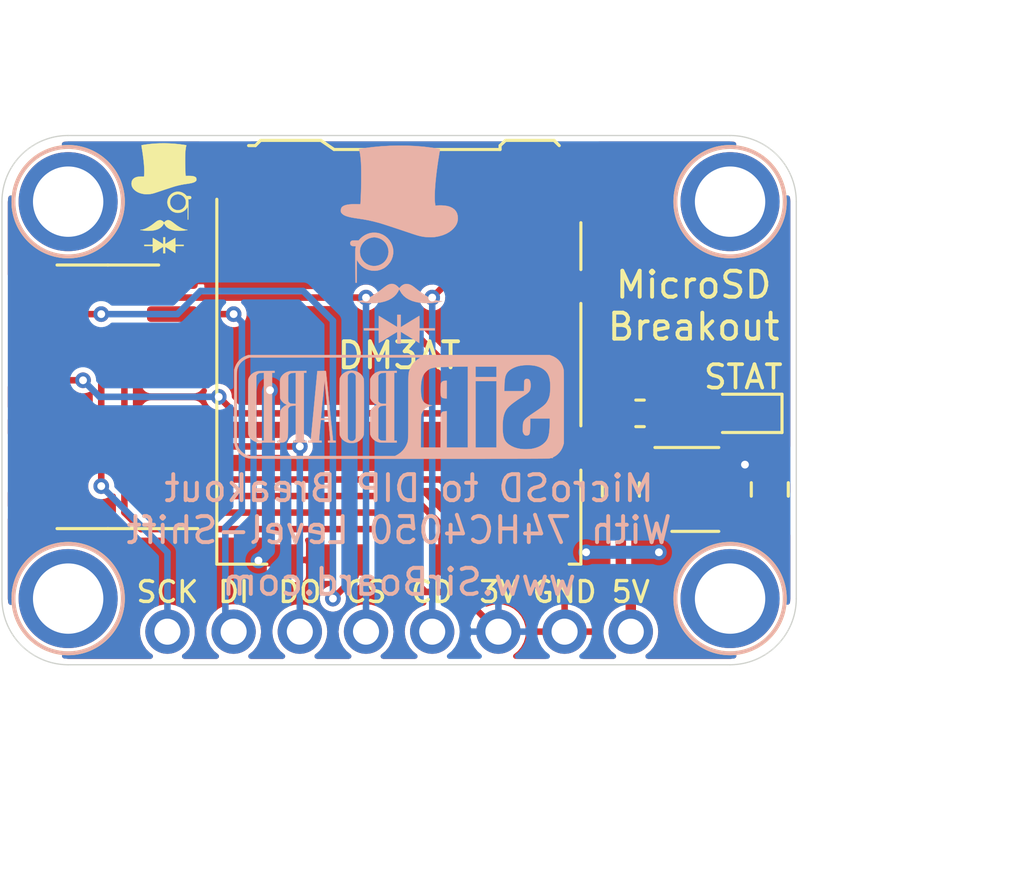
<source format=kicad_pcb>
(kicad_pcb (version 20171130) (host pcbnew "(5.1.2)-2")

  (general
    (thickness 1.6)
    (drawings 24)
    (tracks 110)
    (zones 0)
    (modules 15)
    (nets 19)
  )

  (page User 132.004 102.006)
  (title_block
    (title "MicroSD to DIP Breakout_74HC4050")
    (date 2020-02-07)
    (rev 3)
    (company SirBoard)
    (comment 1 www.SirBoard.com)
    (comment 2 "HIROSE DM3AT")
    (comment 3 "DIP 2.54mm")
  )

  (layers
    (0 F.Cu signal)
    (31 B.Cu signal)
    (32 B.Adhes user hide)
    (33 F.Adhes user hide)
    (34 B.Paste user hide)
    (35 F.Paste user hide)
    (36 B.SilkS user)
    (37 F.SilkS user)
    (38 B.Mask user hide)
    (39 F.Mask user hide)
    (40 Dwgs.User user)
    (41 Cmts.User user hide)
    (42 Eco1.User user hide)
    (43 Eco2.User user hide)
    (44 Edge.Cuts user)
    (45 Margin user hide)
    (46 B.CrtYd user hide)
    (47 F.CrtYd user hide)
    (48 B.Fab user hide)
    (49 F.Fab user hide)
  )

  (setup
    (last_trace_width 0.127)
    (user_trace_width 0.2)
    (user_trace_width 0.25)
    (user_trace_width 0.3)
    (user_trace_width 0.4)
    (user_trace_width 0.5)
    (user_trace_width 0.6)
    (user_trace_width 0.7)
    (user_trace_width 0.8)
    (user_trace_width 0.9)
    (user_trace_width 1)
    (trace_clearance 0.127)
    (zone_clearance 0.2)
    (zone_45_only no)
    (trace_min 0.127)
    (via_size 0.6)
    (via_drill 0.3)
    (via_min_size 0.6)
    (via_min_drill 0.3)
    (uvia_size 0.4)
    (uvia_drill 0.2)
    (uvias_allowed no)
    (uvia_min_size 0.4)
    (uvia_min_drill 0.1)
    (edge_width 0.05)
    (segment_width 0.2)
    (pcb_text_width 0.3)
    (pcb_text_size 1.5 1.5)
    (mod_edge_width 0.12)
    (mod_text_size 1 1)
    (mod_text_width 0.15)
    (pad_size 1.7 1.7)
    (pad_drill 1)
    (pad_to_mask_clearance 0)
    (solder_mask_min_width 0.1)
    (aux_axis_origin 0 0)
    (visible_elements 7FFFFFFF)
    (pcbplotparams
      (layerselection 0x010fc_ffffffff)
      (usegerberextensions false)
      (usegerberattributes false)
      (usegerberadvancedattributes false)
      (creategerberjobfile false)
      (excludeedgelayer true)
      (linewidth 0.100000)
      (plotframeref false)
      (viasonmask false)
      (mode 1)
      (useauxorigin false)
      (hpglpennumber 1)
      (hpglpenspeed 20)
      (hpglpendiameter 15.000000)
      (psnegative false)
      (psa4output false)
      (plotreference true)
      (plotvalue true)
      (plotinvisibletext false)
      (padsonsilk false)
      (subtractmaskfromsilk false)
      (outputformat 1)
      (mirror false)
      (drillshape 1)
      (scaleselection 1)
      (outputdirectory ""))
  )

  (net 0 "")
  (net 1 GND)
  (net 2 VIN)
  (net 3 VOUT)
  (net 4 "Net-(D1-Pad2)")
  (net 5 CS)
  (net 6 DO)
  (net 7 SCK)
  (net 8 DI)
  (net 9 DETA)
  (net 10 "Net-(J3-Pad1)")
  (net 11 "Net-(J3-Pad8)")
  (net 12 DETB)
  (net 13 "Net-(R6-Pad1)")
  (net 14 /DO_SD)
  (net 15 /CLK_SD)
  (net 16 /DI_SD)
  (net 17 /CS_SD)
  (net 18 "Net-(U1-Pad4)")

  (net_class Default "This is the default net class."
    (clearance 0.127)
    (trace_width 0.127)
    (via_dia 0.6)
    (via_drill 0.3)
    (uvia_dia 0.4)
    (uvia_drill 0.2)
    (add_net /CLK_SD)
    (add_net /CS_SD)
    (add_net /DI_SD)
    (add_net /DO_SD)
    (add_net CS)
    (add_net DETA)
    (add_net DETB)
    (add_net DI)
    (add_net DO)
    (add_net GND)
    (add_net "Net-(D1-Pad2)")
    (add_net "Net-(J3-Pad1)")
    (add_net "Net-(J3-Pad8)")
    (add_net "Net-(R6-Pad1)")
    (add_net "Net-(U1-Pad4)")
    (add_net SCK)
    (add_net VIN)
    (add_net VOUT)
  )

  (module logo:SirBoard127x40 (layer B.Cu) (tedit 0) (tstamp 5DB63357)
    (at 65.278 34.29 180)
    (fp_text reference G*** (at 0 0) (layer B.SilkS) hide
      (effects (font (size 1.524 1.524) (thickness 0.3)) (justify mirror))
    )
    (fp_text value LOGO (at 0.75 0) (layer B.SilkS) hide
      (effects (font (size 1.524 1.524) (thickness 0.3)) (justify mirror))
    )
    (fp_poly (pts (xy -1.722409 0.993884) (xy -1.672763 0.976768) (xy -1.63482 0.94837) (xy -1.608753 0.908795)
      (xy -1.601371 0.888811) (xy -1.597532 0.867253) (xy -1.594386 0.832407) (xy -1.591959 0.787357)
      (xy -1.590276 0.735186) (xy -1.58936 0.67898) (xy -1.589236 0.621823) (xy -1.589929 0.5668)
      (xy -1.591463 0.516994) (xy -1.593863 0.475491) (xy -1.597153 0.445376) (xy -1.597819 0.441522)
      (xy -1.61107 0.397181) (xy -1.633009 0.364088) (xy -1.665223 0.341088) (xy -1.709302 0.327025)
      (xy -1.763661 0.320889) (xy -1.827161 0.317813) (xy -1.827161 0.999613) (xy -1.783584 0.999613)
      (xy -1.722409 0.993884)) (layer B.SilkS) (width 0.01))
    (fp_poly (pts (xy 5.094339 1.374251) (xy 5.179061 1.373048) (xy 5.249057 1.371779) (xy 5.305986 1.370365)
      (xy 5.35151 1.368727) (xy 5.387287 1.366784) (xy 5.414979 1.364458) (xy 5.436246 1.36167)
      (xy 5.452749 1.358339) (xy 5.458351 1.356848) (xy 5.540662 1.326325) (xy 5.614239 1.284943)
      (xy 5.677525 1.234053) (xy 5.728964 1.175009) (xy 5.766999 1.109164) (xy 5.779204 1.078041)
      (xy 5.781207 1.071092) (xy 5.783005 1.062161) (xy 5.784609 1.050382) (xy 5.786031 1.034895)
      (xy 5.787281 1.014835) (xy 5.78837 0.98934) (xy 5.789309 0.957547) (xy 5.790109 0.918593)
      (xy 5.79078 0.871616) (xy 5.791334 0.815752) (xy 5.791781 0.750138) (xy 5.792132 0.673912)
      (xy 5.792399 0.586211) (xy 5.792591 0.486171) (xy 5.79272 0.372931) (xy 5.792797 0.245626)
      (xy 5.792833 0.103395) (xy 5.792839 -0.004273) (xy 5.792833 -0.156459) (xy 5.792806 -0.293133)
      (xy 5.792745 -0.415175) (xy 5.792637 -0.523459) (xy 5.79247 -0.618863) (xy 5.79223 -0.702264)
      (xy 5.791906 -0.774538) (xy 5.791484 -0.836562) (xy 5.790951 -0.889212) (xy 5.790294 -0.933366)
      (xy 5.789502 -0.969901) (xy 5.78856 -0.999692) (xy 5.787456 -1.023617) (xy 5.786177 -1.042552)
      (xy 5.784711 -1.057374) (xy 5.783045 -1.06896) (xy 5.781166 -1.078187) (xy 5.77906 -1.085931)
      (xy 5.776941 -1.092417) (xy 5.746308 -1.157254) (xy 5.701732 -1.21716) (xy 5.645362 -1.270303)
      (xy 5.579345 -1.314852) (xy 5.505831 -1.348972) (xy 5.458772 -1.363741) (xy 5.443063 -1.367134)
      (xy 5.423588 -1.369895) (xy 5.398651 -1.372083) (xy 5.366559 -1.373756) (xy 5.325615 -1.374975)
      (xy 5.274126 -1.375799) (xy 5.210397 -1.376286) (xy 5.132732 -1.376496) (xy 5.093156 -1.376516)
      (xy 4.776839 -1.376516) (xy 4.776839 -1.30411) (xy 5.186517 -1.30411) (xy 5.288205 -1.301394)
      (xy 5.330805 -1.300098) (xy 5.360552 -1.298405) (xy 5.380977 -1.29558) (xy 5.395609 -1.29089)
      (xy 5.407979 -1.2836) (xy 5.420488 -1.273891) (xy 5.443018 -1.252073) (xy 5.462133 -1.22768)
      (xy 5.466358 -1.220633) (xy 5.468447 -1.216296) (xy 5.470333 -1.210922) (xy 5.472026 -1.203711)
      (xy 5.473535 -1.193861) (xy 5.474867 -1.180571) (xy 5.476031 -1.163041) (xy 5.477037 -1.140469)
      (xy 5.477893 -1.112054) (xy 5.478606 -1.076995) (xy 5.479187 -1.034492) (xy 5.479642 -0.983743)
      (xy 5.479982 -0.923948) (xy 5.480215 -0.854304) (xy 5.480349 -0.774012) (xy 5.480393 -0.682269)
      (xy 5.480355 -0.578276) (xy 5.480244 -0.461231) (xy 5.480069 -0.330333) (xy 5.479838 -0.184781)
      (xy 5.47956 -0.023775) (xy 5.479511 0.004097) (xy 5.477388 1.200355) (xy 5.454197 1.230668)
      (xy 5.427387 1.258682) (xy 5.394559 1.278743) (xy 5.352859 1.291951) (xy 5.299434 1.299404)
      (xy 5.271153 1.301158) (xy 5.186517 1.304922) (xy 5.186517 -1.30411) (xy 4.776839 -1.30411)
      (xy 4.776839 -1.302774) (xy 4.875162 -1.302774) (xy 4.875162 1.302774) (xy 4.776839 1.302774)
      (xy 4.776839 1.378352) (xy 5.094339 1.374251)) (layer B.SilkS) (width 0.01))
    (fp_poly (pts (xy 3.8735 1.374251) (xy 3.958223 1.373048) (xy 4.028218 1.371779) (xy 4.085148 1.370365)
      (xy 4.130671 1.368727) (xy 4.166448 1.366784) (xy 4.19414 1.364458) (xy 4.215407 1.36167)
      (xy 4.23191 1.358339) (xy 4.237513 1.356848) (xy 4.319944 1.326293) (xy 4.393541 1.284905)
      (xy 4.456781 1.234012) (xy 4.50814 1.174946) (xy 4.546096 1.109038) (xy 4.558847 1.076151)
      (xy 4.562272 1.064373) (xy 4.565064 1.050686) (xy 4.567272 1.033473) (xy 4.568943 1.011117)
      (xy 4.570123 0.982001) (xy 4.570861 0.944509) (xy 4.571203 0.897024) (xy 4.571197 0.837927)
      (xy 4.570891 0.765604) (xy 4.570362 0.682861) (xy 4.567904 0.331839) (xy 4.541328 0.277522)
      (xy 4.509066 0.226238) (xy 4.465028 0.177009) (xy 4.413673 0.134152) (xy 4.360739 0.102589)
      (xy 4.335337 0.089771) (xy 4.317085 0.079121) (xy 4.309815 0.072883) (xy 4.309807 0.072776)
      (xy 4.316668 0.06649) (xy 4.333281 0.058973) (xy 4.334291 0.058616) (xy 4.373876 0.039662)
      (xy 4.417243 0.010522) (xy 4.459654 -0.024993) (xy 4.496373 -0.063071) (xy 4.514024 -0.086032)
      (xy 4.524546 -0.101264) (xy 4.5336 -0.114762) (xy 4.541306 -0.127828) (xy 4.547782 -0.141759)
      (xy 4.553149 -0.157857) (xy 4.557525 -0.177421) (xy 4.561031 -0.20175) (xy 4.563785 -0.232145)
      (xy 4.565906 -0.269905) (xy 4.567516 -0.31633) (xy 4.568732 -0.37272) (xy 4.569675 -0.440375)
      (xy 4.570463 -0.520594) (xy 4.571217 -0.614677) (xy 4.572 -0.716935) (xy 4.572854 -0.824959)
      (xy 4.573659 -0.917811) (xy 4.574499 -0.996706) (xy 4.575461 -1.062859) (xy 4.576629 -1.117486)
      (xy 4.578088 -1.1618) (xy 4.579922 -1.197018) (xy 4.582219 -1.224353) (xy 4.585061 -1.245021)
      (xy 4.588534 -1.260237) (xy 4.592723 -1.271215) (xy 4.597714 -1.279171) (xy 4.603591 -1.285319)
      (xy 4.610439 -1.290874) (xy 4.612258 -1.292271) (xy 4.630185 -1.29998) (xy 4.647791 -1.302513)
      (xy 4.661563 -1.303919) (xy 4.668155 -1.31066) (xy 4.670192 -1.327154) (xy 4.670323 -1.340413)
      (xy 4.670323 -1.378052) (xy 4.553565 -1.374686) (xy 4.504226 -1.372892) (xy 4.467846 -1.370488)
      (xy 4.440998 -1.36701) (xy 4.420256 -1.361995) (xy 4.402193 -1.35498) (xy 4.399936 -1.353932)
      (xy 4.353046 -1.32439) (xy 4.316777 -1.284492) (xy 4.290502 -1.23318) (xy 4.273593 -1.169399)
      (xy 4.268444 -1.132402) (xy 4.267076 -1.111204) (xy 4.265783 -1.075321) (xy 4.264589 -1.026456)
      (xy 4.263516 -0.96631) (xy 4.262589 -0.896587) (xy 4.261829 -0.818989) (xy 4.261261 -0.735218)
      (xy 4.260907 -0.646976) (xy 4.260791 -0.569007) (xy 4.260646 -0.07695) (xy 4.236994 -0.039656)
      (xy 4.213452 -0.009752) (xy 4.184585 0.011969) (xy 4.147607 0.026685) (xy 4.099733 0.035577)
      (xy 4.050314 0.039352) (xy 3.965678 0.043116) (xy 3.965678 -1.302774) (xy 4.064 -1.302774)
      (xy 4.064 -1.376516) (xy 3.556 -1.376516) (xy 3.556 -1.302774) (xy 3.654323 -1.302774)
      (xy 3.654323 0.113373) (xy 3.965678 0.113373) (xy 4.067366 0.11609) (xy 4.109967 0.117385)
      (xy 4.139714 0.119079) (xy 4.160138 0.121903) (xy 4.17477 0.126594) (xy 4.18714 0.133884)
      (xy 4.199649 0.143593) (xy 4.212053 0.153438) (xy 4.222667 0.162209) (xy 4.231623 0.171196)
      (xy 4.239056 0.181686) (xy 4.245099 0.194967) (xy 4.249887 0.212327) (xy 4.253552 0.235054)
      (xy 4.256228 0.264436) (xy 4.258049 0.301762) (xy 4.25915 0.348318) (xy 4.259662 0.405395)
      (xy 4.259721 0.474278) (xy 4.25946 0.556257) (xy 4.259012 0.65262) (xy 4.258731 0.712839)
      (xy 4.256549 1.200355) (xy 4.233359 1.230668) (xy 4.206548 1.258682) (xy 4.17372 1.278743)
      (xy 4.13202 1.291951) (xy 4.078595 1.299404) (xy 4.050314 1.301158) (xy 3.965678 1.304922)
      (xy 3.965678 0.113373) (xy 3.654323 0.113373) (xy 3.654323 1.302774) (xy 3.556 1.302774)
      (xy 3.556 1.378352) (xy 3.8735 1.374251)) (layer B.SilkS) (width 0.01))
    (fp_poly (pts (xy 2.910579 1.37733) (xy 2.954061 1.376877) (xy 2.998862 1.376062) (xy 3.041996 1.374941)
      (xy 3.080473 1.373566) (xy 3.111306 1.371991) (xy 3.131505 1.370269) (xy 3.138129 1.368591)
      (xy 3.138891 1.359155) (xy 3.141111 1.334464) (xy 3.144687 1.295573) (xy 3.14952 1.243539)
      (xy 3.155509 1.179419) (xy 3.162554 1.104269) (xy 3.170555 1.019146) (xy 3.179411 0.925107)
      (xy 3.189023 0.823209) (xy 3.199289 0.714508) (xy 3.21011 0.600061) (xy 3.221384 0.480924)
      (xy 3.233013 0.358154) (xy 3.244895 0.232809) (xy 3.25693 0.105944) (xy 3.269018 -0.021384)
      (xy 3.281059 -0.148118) (xy 3.292952 -0.273202) (xy 3.304598 -0.395578) (xy 3.315894 -0.51419)
      (xy 3.326743 -0.627982) (xy 3.337042 -0.735896) (xy 3.346692 -0.836877) (xy 3.355592 -0.929867)
      (xy 3.363643 -1.013809) (xy 3.370743 -1.087648) (xy 3.376793 -1.150326) (xy 3.381692 -1.200786)
      (xy 3.38534 -1.237973) (xy 3.387636 -1.260829) (xy 3.388414 -1.267951) (xy 3.393134 -1.302774)
      (xy 3.482258 -1.302774) (xy 3.482258 -1.376516) (xy 2.974258 -1.376516) (xy 2.974258 -1.302774)
      (xy 3.02342 -1.302774) (xy 3.050633 -1.302434) (xy 3.065321 -1.300165) (xy 3.071347 -1.294096)
      (xy 3.072572 -1.282353) (xy 3.072581 -1.278942) (xy 3.071849 -1.265935) (xy 3.069754 -1.23841)
      (xy 3.066451 -1.198166) (xy 3.062096 -1.147001) (xy 3.056841 -1.086714) (xy 3.050842 -1.019103)
      (xy 3.044253 -0.945967) (xy 3.039807 -0.897193) (xy 3.032939 -0.82184) (xy 3.026559 -0.751176)
      (xy 3.020821 -0.686946) (xy 3.015878 -0.630898) (xy 3.011884 -0.584778) (xy 3.008991 -0.550332)
      (xy 3.007352 -0.529308) (xy 3.007033 -0.523639) (xy 3.006177 -0.518074) (xy 3.002132 -0.514011)
      (xy 2.992678 -0.511216) (xy 2.975598 -0.509452) (xy 2.948671 -0.508485) (xy 2.90968 -0.508079)
      (xy 2.859549 -0.508) (xy 2.812435 -0.508267) (xy 2.771549 -0.509008) (xy 2.739475 -0.510135)
      (xy 2.718799 -0.51156) (xy 2.712065 -0.513072) (xy 2.711282 -0.522018) (xy 2.709039 -0.545627)
      (xy 2.705497 -0.582252) (xy 2.700818 -0.630249) (xy 2.695161 -0.687972) (xy 2.688688 -0.753777)
      (xy 2.681559 -0.826017) (xy 2.675194 -0.89035) (xy 2.667607 -0.967374) (xy 2.660545 -1.039889)
      (xy 2.654173 -1.10616) (xy 2.648654 -1.164455) (xy 2.644149 -1.213038) (xy 2.640822 -1.250176)
      (xy 2.638837 -1.274136) (xy 2.638323 -1.282665) (xy 2.639544 -1.294186) (xy 2.645876 -1.300186)
      (xy 2.661325 -1.30245) (xy 2.683388 -1.302774) (xy 2.728452 -1.302774) (xy 2.728452 -1.376516)
      (xy 2.433484 -1.376516) (xy 2.433484 -1.303556) (xy 2.484394 -1.301117) (xy 2.535303 -1.298677)
      (xy 2.624458 -0.428113) (xy 2.720028 -0.428113) (xy 2.721352 -0.433341) (xy 2.726632 -0.437126)
      (xy 2.738123 -0.439697) (xy 2.758077 -0.441283) (xy 2.78875 -0.442115) (xy 2.832393 -0.442423)
      (xy 2.860677 -0.442451) (xy 3.001095 -0.442451) (xy 2.996341 -0.399435) (xy 2.994623 -0.382169)
      (xy 2.991671 -0.350522) (xy 2.987659 -0.306439) (xy 2.98276 -0.251865) (xy 2.977149 -0.188746)
      (xy 2.971 -0.119027) (xy 2.964486 -0.044654) (xy 2.960954 -0.004097) (xy 2.954387 0.070163)
      (xy 2.948061 0.139284) (xy 2.942147 0.201578) (xy 2.936815 0.255354) (xy 2.932235 0.298922)
      (xy 2.928578 0.330592) (xy 2.926013 0.348674) (xy 2.925043 0.352323) (xy 2.9232 0.361121)
      (xy 2.920183 0.384479) (xy 2.916171 0.420625) (xy 2.911345 0.467787) (xy 2.905883 0.524193)
      (xy 2.899966 0.588072) (xy 2.893774 0.657652) (xy 2.892006 0.678016) (xy 2.885792 0.748683)
      (xy 2.879831 0.813979) (xy 2.874298 0.872162) (xy 2.869369 0.92149) (xy 2.865219 0.960221)
      (xy 2.862024 0.986613) (xy 2.859959 0.998925) (xy 2.859594 0.999613) (xy 2.858299 0.991693)
      (xy 2.855596 0.968883) (xy 2.851625 0.932606) (xy 2.846525 0.884286) (xy 2.840435 0.825345)
      (xy 2.833494 0.757208) (xy 2.825841 0.681299) (xy 2.817616 0.59904) (xy 2.808958 0.511855)
      (xy 2.800006 0.421168) (xy 2.790898 0.328402) (xy 2.781775 0.234981) (xy 2.772775 0.142328)
      (xy 2.764038 0.051866) (xy 2.755702 -0.03498) (xy 2.747907 -0.116787) (xy 2.740792 -0.192132)
      (xy 2.734496 -0.259591) (xy 2.729158 -0.317741) (xy 2.724918 -0.365158) (xy 2.721914 -0.400419)
      (xy 2.720286 -0.4221) (xy 2.720028 -0.428113) (xy 2.624458 -0.428113) (xy 2.672078 0.036871)
      (xy 2.687059 0.183122) (xy 2.70159 0.324919) (xy 2.715584 0.461409) (xy 2.728953 0.591738)
      (xy 2.741608 0.71505) (xy 2.753463 0.830493) (xy 2.764429 0.93721) (xy 2.774418 1.034349)
      (xy 2.783342 1.121055) (xy 2.791115 1.196474) (xy 2.797647 1.259752) (xy 2.802851 1.310033)
      (xy 2.806639 1.346464) (xy 2.808924 1.368191) (xy 2.80962 1.374468) (xy 2.817938 1.375992)
      (xy 2.839529 1.376941) (xy 2.871406 1.377369) (xy 2.910579 1.37733)) (layer B.SilkS) (width 0.01))
    (fp_poly (pts (xy 0.407629 1.374251) (xy 0.489831 1.373151) (xy 0.557466 1.372049) (xy 0.612354 1.370845)
      (xy 0.656316 1.369443) (xy 0.691173 1.367745) (xy 0.718743 1.365652) (xy 0.740847 1.363066)
      (xy 0.759306 1.359891) (xy 0.77594 1.356027) (xy 0.783312 1.354038) (xy 0.864785 1.323993)
      (xy 0.938017 1.282221) (xy 1.001136 1.23017) (xy 1.05227 1.169289) (xy 1.07809 1.125873)
      (xy 1.110226 1.062548) (xy 1.110226 0.331839) (xy 1.083651 0.277522) (xy 1.051388 0.226238)
      (xy 1.007351 0.177009) (xy 0.955995 0.134152) (xy 0.903062 0.102589) (xy 0.877694 0.089952)
      (xy 0.859472 0.079747) (xy 0.852207 0.074116) (xy 0.852199 0.074023) (xy 0.858933 0.06838)
      (xy 0.876673 0.057466) (xy 0.901829 0.043466) (xy 0.906524 0.040968) (xy 0.968244 0.001111)
      (xy 1.02227 -0.048086) (xy 1.065231 -0.103248) (xy 1.083615 -0.13636) (xy 1.110226 -0.192548)
      (xy 1.112558 -0.617695) (xy 1.113037 -0.713518) (xy 1.113315 -0.794387) (xy 1.113356 -0.861733)
      (xy 1.113126 -0.91699) (xy 1.112591 -0.961588) (xy 1.111717 -0.996961) (xy 1.110467 -1.024539)
      (xy 1.108809 -1.045756) (xy 1.106707 -1.062043) (xy 1.104128 -1.074832) (xy 1.101307 -1.084727)
      (xy 1.071326 -1.151435) (xy 1.027318 -1.212763) (xy 0.971219 -1.267036) (xy 0.904963 -1.312577)
      (xy 0.830489 -1.347711) (xy 0.778506 -1.364195) (xy 0.762922 -1.367473) (xy 0.74286 -1.370144)
      (xy 0.716686 -1.372264) (xy 0.682767 -1.373888) (xy 0.639469 -1.375069) (xy 0.585159 -1.375863)
      (xy 0.518204 -1.376324) (xy 0.436969 -1.376507) (xy 0.410544 -1.376516) (xy 0.090129 -1.376516)
      (xy 0.090129 -1.302774) (xy 0.188452 -1.302774) (xy 0.499807 -1.302774) (xy 0.591446 -1.302774)
      (xy 0.635147 -1.302234) (xy 0.666631 -1.300248) (xy 0.690043 -1.296264) (xy 0.709528 -1.289732)
      (xy 0.717788 -1.285974) (xy 0.745362 -1.268189) (xy 0.770638 -1.244932) (xy 0.775681 -1.238862)
      (xy 0.798871 -1.208548) (xy 0.798871 -0.068448) (xy 0.77688 -0.035217) (xy 0.753299 -0.006943)
      (xy 0.723749 0.013664) (xy 0.685584 0.027651) (xy 0.636159 0.036066) (xy 0.588344 0.039425)
      (xy 0.499807 0.043073) (xy 0.499807 -1.302774) (xy 0.188452 -1.302774) (xy 0.188452 0.11471)
      (xy 0.499807 0.11471) (xy 0.591446 0.11471) (xy 0.635147 0.115249) (xy 0.666631 0.117236)
      (xy 0.690043 0.12122) (xy 0.709528 0.127752) (xy 0.717788 0.131509) (xy 0.745362 0.149295)
      (xy 0.770638 0.172552) (xy 0.775681 0.178622) (xy 0.798871 0.208936) (xy 0.798871 1.193358)
      (xy 0.77688 1.22659) (xy 0.753299 1.254864) (xy 0.723749 1.27547) (xy 0.685584 1.289457)
      (xy 0.636159 1.297872) (xy 0.588344 1.301231) (xy 0.499807 1.304879) (xy 0.499807 0.11471)
      (xy 0.188452 0.11471) (xy 0.188452 1.302774) (xy 0.090129 1.302774) (xy 0.090129 1.378238)
      (xy 0.407629 1.374251)) (layer B.SilkS) (width 0.01))
    (fp_poly (pts (xy 1.868266 1.383487) (xy 1.929715 1.376015) (xy 1.959937 1.369014) (xy 2.03776 1.339868)
      (xy 2.108473 1.299748) (xy 2.170068 1.250392) (xy 2.220537 1.193538) (xy 2.257873 1.130924)
      (xy 2.270102 1.100611) (xy 2.272407 1.093509) (xy 2.274477 1.085722) (xy 2.276326 1.076382)
      (xy 2.277966 1.064619) (xy 2.27941 1.049564) (xy 2.28067 1.030348) (xy 2.281758 1.006101)
      (xy 2.282687 0.975954) (xy 2.28347 0.939039) (xy 2.284119 0.894485) (xy 2.284647 0.841424)
      (xy 2.285066 0.778987) (xy 2.285388 0.706303) (xy 2.285627 0.622504) (xy 2.285794 0.526721)
      (xy 2.285903 0.418084) (xy 2.285965 0.295724) (xy 2.285993 0.158772) (xy 2.286 0.006359)
      (xy 2.286 -0.004097) (xy 2.285994 -0.157544) (xy 2.285968 -0.295474) (xy 2.285908 -0.418755)
      (xy 2.285803 -0.528257) (xy 2.28564 -0.624849) (xy 2.285406 -0.7094) (xy 2.28509 -0.782779)
      (xy 2.284678 -0.845856) (xy 2.284157 -0.8995) (xy 2.283516 -0.944579) (xy 2.282743 -0.981965)
      (xy 2.281823 -1.012524) (xy 2.280745 -1.037128) (xy 2.279497 -1.056644) (xy 2.278066 -1.071943)
      (xy 2.276439 -1.083894) (xy 2.274604 -1.093365) (xy 2.272548 -1.101226) (xy 2.270259 -1.108347)
      (xy 2.270102 -1.108804) (xy 2.239469 -1.173641) (xy 2.194893 -1.233547) (xy 2.138523 -1.286691)
      (xy 2.072506 -1.331239) (xy 1.998992 -1.36536) (xy 1.951934 -1.380128) (xy 1.907683 -1.387938)
      (xy 1.853964 -1.391917) (xy 1.796495 -1.392128) (xy 1.740996 -1.388635) (xy 1.693183 -1.3815)
      (xy 1.675581 -1.377083) (xy 1.595929 -1.347336) (xy 1.527495 -1.308206) (xy 1.466814 -1.257594)
      (xy 1.449997 -1.24028) (xy 1.413829 -1.197538) (xy 1.387654 -1.156269) (xy 1.367319 -1.10967)
      (xy 1.363186 -1.097935) (xy 1.36095 -1.090843) (xy 1.358942 -1.082809) (xy 1.35715 -1.072963)
      (xy 1.355561 -1.060433) (xy 1.354163 -1.044346) (xy 1.352945 -1.02383) (xy 1.351894 -0.998013)
      (xy 1.350997 -0.966024) (xy 1.350243 -0.926991) (xy 1.349618 -0.88004) (xy 1.349112 -0.824301)
      (xy 1.348711 -0.758901) (xy 1.348404 -0.682969) (xy 1.348179 -0.595631) (xy 1.348022 -0.496017)
      (xy 1.347922 -0.383254) (xy 1.347899 -0.329962) (xy 1.65659 -0.329962) (xy 1.656601 -0.483878)
      (xy 1.656757 -0.623149) (xy 1.657058 -0.747581) (xy 1.657502 -0.85698) (xy 1.658089 -0.951152)
      (xy 1.658817 -1.029902) (xy 1.659686 -1.093038) (xy 1.660694 -1.140364) (xy 1.66184 -1.171689)
      (xy 1.663097 -1.186669) (xy 1.67171 -1.21771) (xy 1.684352 -1.246512) (xy 1.691533 -1.257867)
      (xy 1.725779 -1.290084) (xy 1.768003 -1.310337) (xy 1.814421 -1.31807) (xy 1.861251 -1.312728)
      (xy 1.904706 -1.293757) (xy 1.91034 -1.289958) (xy 1.934099 -1.269433) (xy 1.954057 -1.246012)
      (xy 1.959459 -1.237353) (xy 1.961533 -1.232972) (xy 1.96341 -1.227479) (xy 1.965099 -1.220074)
      (xy 1.96661 -1.209958) (xy 1.967952 -1.196332) (xy 1.969137 -1.178396) (xy 1.970173 -1.15535)
      (xy 1.971071 -1.126396) (xy 1.97184 -1.090733) (xy 1.972491 -1.047562) (xy 1.973033 -0.996084)
      (xy 1.973476 -0.935499) (xy 1.97383 -0.865008) (xy 1.974105 -0.783811) (xy 1.97431 -0.691108)
      (xy 1.974457 -0.586101) (xy 1.974553 -0.46799) (xy 1.97461 -0.335974) (xy 1.974638 -0.189256)
      (xy 1.974646 -0.027035) (xy 1.974646 1.191085) (xy 1.957266 1.226986) (xy 1.930917 1.265937)
      (xy 1.895531 1.291722) (xy 1.850222 1.304852) (xy 1.818968 1.306871) (xy 1.768176 1.301176)
      (xy 1.727797 1.283424) (xy 1.696148 1.252615) (xy 1.678622 1.223428) (xy 1.659194 1.183968)
      (xy 1.657008 0.021032) (xy 1.656725 -0.161593) (xy 1.65659 -0.329962) (xy 1.347899 -0.329962)
      (xy 1.347866 -0.256471) (xy 1.347843 -0.114795) (xy 1.347839 -0.004097) (xy 1.347846 0.148685)
      (xy 1.347876 0.285951) (xy 1.34794 0.408575) (xy 1.348052 0.517429) (xy 1.348223 0.613385)
      (xy 1.348467 0.697316) (xy 1.348795 0.770093) (xy 1.349219 0.83259) (xy 1.349753 0.885678)
      (xy 1.350409 0.93023) (xy 1.351199 0.967119) (xy 1.352136 0.997216) (xy 1.353231 1.021394)
      (xy 1.354497 1.040525) (xy 1.355948 1.055481) (xy 1.357594 1.067136) (xy 1.359449 1.076361)
      (xy 1.361525 1.084028) (xy 1.363393 1.089742) (xy 1.396198 1.160239) (xy 1.442819 1.223923)
      (xy 1.501575 1.279311) (xy 1.570786 1.324921) (xy 1.648771 1.35927) (xy 1.679736 1.36889)
      (xy 1.736798 1.379922) (xy 1.801801 1.384789) (xy 1.868266 1.383487)) (layer B.SilkS) (width 0.01))
    (fp_poly (pts (xy 5.846097 1.964561) (xy 5.946902 1.921815) (xy 6.038243 1.866001) (xy 6.119325 1.797957)
      (xy 6.189355 1.718523) (xy 6.247539 1.628537) (xy 6.293082 1.528837) (xy 6.311568 1.473216)
      (xy 6.329075 1.413387) (xy 6.33157 0.032774) (xy 6.33189 -0.169034) (xy 6.332089 -0.354688)
      (xy 6.332168 -0.524424) (xy 6.332124 -0.678473) (xy 6.331958 -0.817071) (xy 6.331667 -0.940449)
      (xy 6.331251 -1.048842) (xy 6.330709 -1.142484) (xy 6.330039 -1.221608) (xy 6.329242 -1.286447)
      (xy 6.328315 -1.337236) (xy 6.327258 -1.374207) (xy 6.32607 -1.397595) (xy 6.325295 -1.405193)
      (xy 6.301545 -1.506954) (xy 6.262464 -1.603706) (xy 6.208667 -1.694217) (xy 6.140769 -1.777252)
      (xy 6.138624 -1.779506) (xy 6.060349 -1.851401) (xy 5.976729 -1.908269) (xy 5.886064 -1.951058)
      (xy 5.786654 -1.980717) (xy 5.772886 -1.983681) (xy 5.767803 -1.984667) (xy 5.762077 -1.98561)
      (xy 5.755345 -1.98651) (xy 5.747244 -1.987369) (xy 5.73741 -1.988187) (xy 5.72548 -1.988966)
      (xy 5.711092 -1.989706) (xy 5.69388 -1.990408) (xy 5.673483 -1.991074) (xy 5.649537 -1.991704)
      (xy 5.621678 -1.992299) (xy 5.589544 -1.99286) (xy 5.55277 -1.993387) (xy 5.510995 -1.993883)
      (xy 5.463854 -1.994348) (xy 5.410984 -1.994782) (xy 5.352022 -1.995187) (xy 5.286605 -1.995563)
      (xy 5.214369 -1.995912) (xy 5.134951 -1.996234) (xy 5.047987 -1.99653) (xy 4.953115 -1.996802)
      (xy 4.849972 -1.99705) (xy 4.738193 -1.997275) (xy 4.617416 -1.997479) (xy 4.487277 -1.997661)
      (xy 4.347413 -1.997823) (xy 4.19746 -1.997965) (xy 4.037057 -1.99809) (xy 3.865838 -1.998197)
      (xy 3.683441 -1.998288) (xy 3.489503 -1.998363) (xy 3.283659 -1.998424) (xy 3.065548 -1.998471)
      (xy 2.834806 -1.998506) (xy 2.591069 -1.998528) (xy 2.333974 -1.99854) (xy 2.063157 -1.998542)
      (xy 1.778257 -1.998535) (xy 1.478908 -1.99852) (xy 1.164748 -1.998497) (xy 0.835415 -1.998469)
      (xy 0.490543 -1.998435) (xy 0.12977 -1.998396) (xy 0.004097 -1.998383) (xy -0.368068 -1.998338)
      (xy -0.72419 -1.998288) (xy -1.064611 -1.998231) (xy -1.389675 -1.998166) (xy -1.699724 -1.998094)
      (xy -1.995102 -1.998013) (xy -2.276152 -1.997922) (xy -2.543217 -1.997821) (xy -2.796641 -1.99771)
      (xy -3.036766 -1.997586) (xy -3.263936 -1.99745) (xy -3.478494 -1.997301) (xy -3.680784 -1.997139)
      (xy -3.871147 -1.996962) (xy -4.049929 -1.996769) (xy -4.217471 -1.99656) (xy -4.374117 -1.996335)
      (xy -4.52021 -1.996093) (xy -4.656094 -1.995832) (xy -4.782111 -1.995552) (xy -4.898604 -1.995253)
      (xy -5.005918 -1.994933) (xy -5.104395 -1.994592) (xy -5.194378 -1.99423) (xy -5.276211 -1.993844)
      (xy -5.350236 -1.993436) (xy -5.416797 -1.993004) (xy -5.476237 -1.992547) (xy -5.5289 -1.992065)
      (xy -5.575128 -1.991556) (xy -5.615264 -1.991021) (xy -5.649652 -1.990458) (xy -5.678636 -1.989866)
      (xy -5.702557 -1.989246) (xy -5.72176 -1.988596) (xy -5.736588 -1.987916) (xy -5.747383 -1.987204)
      (xy -5.75449 -1.98646) (xy -5.755967 -1.986228) (xy -5.789431 -1.979748) (xy -5.818607 -1.973042)
      (xy -5.838086 -1.967375) (xy -5.840337 -1.96648) (xy -5.857912 -1.959909) (xy -5.866133 -1.958939)
      (xy -5.86234 -1.963683) (xy -5.859368 -1.965672) (xy -5.85641 -1.970516) (xy -5.869004 -1.971735)
      (xy -5.873142 -1.971573) (xy -5.89298 -1.968729) (xy -5.904685 -1.963852) (xy -5.904297 -1.960739)
      (xy -5.897885 -1.96248) (xy -5.884235 -1.963141) (xy -5.879923 -1.95996) (xy -5.883832 -1.952579)
      (xy -5.899089 -1.942481) (xy -5.90982 -1.937319) (xy -5.998 -1.890244) (xy -6.078575 -1.829637)
      (xy -6.1502 -1.757109) (xy -6.211527 -1.674271) (xy -6.261213 -1.582735) (xy -6.297911 -1.484112)
      (xy -6.302791 -1.466645) (xy -6.321322 -1.397) (xy -6.321322 -0.004097) (xy -6.321315 0.173608)
      (xy -6.321287 0.33568) (xy -6.321232 0.482877) (xy -6.321141 0.615953) (xy -6.321024 0.721279)
      (xy -5.799271 0.721279) (xy -5.798506 0.686994) (xy -5.794826 0.597488) (xy -5.788602 0.521114)
      (xy -5.779191 0.454728) (xy -5.765951 0.395185) (xy -5.748238 0.339342) (xy -5.725409 0.284053)
      (xy -5.709157 0.250173) (xy -5.689702 0.213108) (xy -5.669606 0.179213) (xy -5.647595 0.147339)
      (xy -5.622399 0.116335) (xy -5.592745 0.08505) (xy -5.55736 0.052333) (xy -5.514974 0.017034)
      (xy -5.464313 -0.021998) (xy -5.404107 -0.065914) (xy -5.333081 -0.115865) (xy -5.249966 -0.173001)
      (xy -5.215193 -0.196669) (xy -5.12488 -0.258164) (xy -5.047197 -0.311766) (xy -4.981172 -0.358724)
      (xy -4.925835 -0.400286) (xy -4.880213 -0.437698) (xy -4.843336 -0.472209) (xy -4.814233 -0.505067)
      (xy -4.79193 -0.53752) (xy -4.775459 -0.570815) (xy -4.763846 -0.606199) (xy -4.756122 -0.644922)
      (xy -4.751313 -0.688231) (xy -4.74845 -0.737373) (xy -4.74656 -0.793596) (xy -4.74641 -0.798871)
      (xy -4.745035 -0.852598) (xy -4.744539 -0.893029) (xy -4.745127 -0.923238) (xy -4.747006 -0.946303)
      (xy -4.750382 -0.965299) (xy -4.755462 -0.983302) (xy -4.759609 -0.995459) (xy -4.774846 -1.029411)
      (xy -4.794001 -1.059796) (xy -4.804348 -1.071913) (xy -4.823307 -1.088391) (xy -4.842615 -1.097548)
      (xy -4.869205 -1.102253) (xy -4.880058 -1.10326) (xy -4.927532 -1.101582) (xy -4.964619 -1.087547)
      (xy -4.992116 -1.060774) (xy -5.000972 -1.045688) (xy -5.009587 -1.01879) (xy -5.016725 -0.975617)
      (xy -5.022381 -0.916215) (xy -5.026554 -0.84063) (xy -5.02924 -0.748909) (xy -5.030435 -0.641096)
      (xy -5.030484 -0.624758) (xy -5.030838 -0.450645) (xy -5.784645 -0.450645) (xy -5.784463 -0.522338)
      (xy -5.78369 -0.57878) (xy -5.781764 -0.642738) (xy -5.77888 -0.7109) (xy -5.775234 -0.779955)
      (xy -5.771021 -0.846589) (xy -5.766437 -0.907491) (xy -5.761677 -0.959348) (xy -5.756938 -0.998848)
      (xy -5.755935 -1.005436) (xy -5.738524 -1.095509) (xy -5.716776 -1.172306) (xy -5.689427 -1.238645)
      (xy -5.655209 -1.297346) (xy -5.612857 -1.351229) (xy -5.589567 -1.375907) (xy -5.513034 -1.443707)
      (xy -5.428632 -1.5004) (xy -5.334785 -1.546751) (xy -5.229921 -1.583524) (xy -5.112465 -1.611487)
      (xy -5.100483 -1.613734) (xy -5.048365 -1.620916) (xy -4.98462 -1.626009) (xy -4.913883 -1.628958)
      (xy -4.840788 -1.629708) (xy -4.769967 -1.628206) (xy -4.706056 -1.624397) (xy -4.658032 -1.618914)
      (xy -4.536558 -1.594795) (xy -4.42656 -1.561062) (xy -4.325599 -1.516758) (xy -4.231236 -1.460929)
      (xy -4.200783 -1.43956) (xy -4.148248 -1.396389) (xy -4.103656 -1.348638) (xy -4.066534 -1.294902)
      (xy -4.036408 -1.233774) (xy -4.012806 -1.163848) (xy -3.995253 -1.083715) (xy -3.983276 -0.991971)
      (xy -3.976403 -0.887209) (xy -3.97416 -0.768021) (xy -3.974159 -0.766097) (xy -3.977266 -0.630706)
      (xy -3.986859 -0.509328) (xy -4.003265 -0.400786) (xy -4.026812 -0.303907) (xy -4.057827 -0.217517)
      (xy -4.096638 -0.14044) (xy -4.143574 -0.071502) (xy -4.179693 -0.029321) (xy -4.231997 0.022853)
      (xy -4.294422 0.078013) (xy -4.367842 0.136816) (xy -4.453134 0.199922) (xy -4.551171 0.267987)
      (xy -4.662831 0.341671) (xy -4.730788 0.385097) (xy -4.803495 0.431868) (xy -4.863207 0.472318)
      (xy -4.911368 0.507874) (xy -4.949422 0.539964) (xy -4.978813 0.570017) (xy -5.000985 0.599461)
      (xy -5.017381 0.629723) (xy -5.029446 0.662233) (xy -5.036078 0.68705) (xy -5.043044 0.729438)
      (xy -5.046795 0.780273) (xy -5.047423 0.834703) (xy -5.045017 0.887879) (xy -5.039667 0.93495)
      (xy -5.031464 0.971065) (xy -5.03077 0.9731) (xy -5.011589 1.016364) (xy -4.988227 1.045603)
      (xy -4.958142 1.063097) (xy -4.921788 1.070835) (xy -4.892624 1.072662) (xy -4.872403 1.069783)
      (xy -4.854019 1.060808) (xy -4.847048 1.056204) (xy -4.832576 1.045675) (xy -4.821241 1.034875)
      (xy -4.812625 1.02172) (xy -4.80631 1.00413) (xy -4.801875 0.980022) (xy -4.798903 0.947313)
      (xy -4.796973 0.903921) (xy -4.795668 0.847764) (xy -4.794858 0.796823) (xy -4.791945 0.598129)
      (xy -4.037265 0.598129) (xy -4.041705 0.796823) (xy -4.04506 0.898267) (xy -4.050411 0.983226)
      (xy -3.736258 0.983226) (xy -3.736258 -1.564968) (xy -2.93329 -1.564968) (xy -2.638322 -1.564968)
      (xy -1.827161 -1.564968) (xy -1.827161 -0.169723) (xy -1.761946 -0.174193) (xy -1.708784 -0.18077)
      (xy -1.668937 -0.193148) (xy -1.639922 -0.212764) (xy -1.619257 -0.241059) (xy -1.610032 -0.262251)
      (xy -1.606992 -0.271108) (xy -1.604346 -0.280619) (xy -1.602061 -0.291942) (xy -1.600105 -0.306237)
      (xy -1.598445 -0.324662) (xy -1.59705 -0.348379) (xy -1.595887 -0.378545) (xy -1.594923 -0.416322)
      (xy -1.594127 -0.462867) (xy -1.593465 -0.519341) (xy -1.592907 -0.586904) (xy -1.592419 -0.666714)
      (xy -1.591969 -0.759931) (xy -1.591525 -0.867715) (xy -1.591262 -0.936113) (xy -1.588879 -1.564968)
      (xy -0.834889 -1.564968) (xy -0.837364 -0.944306) (xy -0.83783 -0.828782) (xy -0.838268 -0.728472)
      (xy -0.838714 -0.642205) (xy -0.839205 -0.568807) (xy -0.839777 -0.507107) (xy -0.840467 -0.455932)
      (xy -0.841311 -0.414111) (xy -0.842345 -0.380469) (xy -0.843606 -0.353836) (xy -0.845131 -0.333039)
      (xy -0.846956 -0.316905) (xy -0.849117 -0.304262) (xy -0.851651 -0.293938) (xy -0.854594 -0.28476)
      (xy -0.857983 -0.275556) (xy -0.858178 -0.27504) (xy -0.897039 -0.193004) (xy -0.947705 -0.120218)
      (xy -0.971204 -0.094018) (xy -1.012562 -0.059242) (xy -1.067202 -0.025709) (xy -1.132026 0.004942)
      (xy -1.203935 0.031069) (xy -1.212645 0.033748) (xy -1.274096 0.052291) (xy -1.211236 0.062146)
      (xy -1.129573 0.078978) (xy -1.061245 0.102144) (xy -1.004138 0.132518) (xy -0.962169 0.165274)
      (xy -0.9291 0.201361) (xy -0.901632 0.244209) (xy -0.879432 0.295196) (xy -0.86217 0.355696)
      (xy -0.849513 0.427087) (xy -0.841129 0.510744) (xy -0.836686 0.608044) (xy -0.835742 0.689697)
      (xy -0.83912 0.818433) (xy -0.849495 0.933254) (xy -0.867227 1.035229) (xy -0.892676 1.125425)
      (xy -0.926202 1.204912) (xy -0.968166 1.274756) (xy -1.018928 1.336028) (xy -1.069258 1.382162)
      (xy -1.098505 1.404866) (xy -1.127947 1.425126) (xy -1.158663 1.443094) (xy -1.191728 1.458922)
      (xy -1.228219 1.472762) (xy -1.269213 1.484766) (xy -1.315787 1.495085) (xy -1.369017 1.503871)
      (xy -1.429981 1.511277) (xy -1.499755 1.517453) (xy -1.579415 1.522553) (xy -1.67004 1.526727)
      (xy -1.772704 1.530128) (xy -1.888486 1.532907) (xy -2.018462 1.535216) (xy -2.163708 1.537207)
      (xy -2.169242 1.537275) (xy -2.638322 1.542999) (xy -2.638322 -1.564968) (xy -2.93329 -1.564968)
      (xy -2.93329 0.983226) (xy -3.736258 0.983226) (xy -4.050411 0.983226) (xy -4.050545 0.98535)
      (xy -4.058616 1.060014) (xy -4.069732 1.124199) (xy -4.084348 1.179847) (xy -4.102922 1.228898)
      (xy -4.125911 1.273294) (xy -4.153771 1.314975) (xy -4.168007 1.333347) (xy -4.212316 1.378861)
      (xy -4.270098 1.423469) (xy -4.338453 1.465559) (xy -4.414482 1.503519) (xy -4.495284 1.535738)
      (xy -4.510681 1.540387) (xy -3.736258 1.540387) (xy -3.736258 1.138903) (xy -2.93329 1.138903)
      (xy -2.93329 1.540387) (xy -3.736258 1.540387) (xy -4.510681 1.540387) (xy -4.576096 1.560137)
      (xy -4.670336 1.579117) (xy -4.774024 1.591601) (xy -4.882908 1.597578) (xy -4.992736 1.597039)
      (xy -5.099255 1.589973) (xy -5.198211 1.576369) (xy -5.265185 1.561798) (xy -5.370501 1.528023)
      (xy -5.465514 1.484586) (xy -5.549078 1.432212) (xy -5.620047 1.371622) (xy -5.677278 1.303541)
      (xy -5.679649 1.300111) (xy -5.715174 1.24122) (xy -5.744008 1.177211) (xy -5.766478 1.106395)
      (xy -5.782912 1.027083) (xy -5.793637 0.937585) (xy -5.798981 0.836214) (xy -5.799271 0.721279)
      (xy -6.321024 0.721279) (xy -6.321008 0.735663) (xy -6.320825 0.842764) (xy -6.320584 0.938011)
      (xy -6.320278 1.022158) (xy -6.319898 1.095963) (xy -6.319439 1.160179) (xy -6.318892 1.215563)
      (xy -6.318249 1.26287) (xy -6.317503 1.302855) (xy -6.316647 1.336275) (xy -6.315673 1.363883)
      (xy -6.314574 1.386437) (xy -6.313341 1.404691) (xy -6.311968 1.4194) (xy -6.310446 1.431321)
      (xy -6.308769 1.441209) (xy -6.306929 1.449819) (xy -6.306826 1.450258) (xy -6.274452 1.552963)
      (xy -6.228118 1.647927) (xy -6.168841 1.734058) (xy -6.097637 1.810266) (xy -6.015522 1.875463)
      (xy -5.985821 1.892602) (xy -0.831645 1.892602) (xy -0.778573 1.863025) (xy -0.684787 1.801501)
      (xy -0.60041 1.727197) (xy -0.526564 1.641469) (xy -0.464374 1.545675) (xy -0.414963 1.441173)
      (xy -0.403134 1.409291) (xy -0.396399 1.39012) (xy -0.390287 1.372495) (xy -0.384767 1.355576)
      (xy -0.379808 1.33852) (xy -0.375382 1.320487) (xy -0.371458 1.300638) (xy -0.368005 1.27813)
      (xy -0.364993 1.252124) (xy -0.362393 1.221778) (xy -0.360174 1.186253) (xy -0.358306 1.144706)
      (xy -0.356759 1.096298) (xy -0.355502 1.040188) (xy -0.354506 0.975535) (xy -0.35374 0.901499)
      (xy -0.353174 0.817238) (xy -0.352778 0.721913) (xy -0.352522 0.614681) (xy -0.352375 0.494704)
      (xy -0.352308 0.361139) (xy -0.35229 0.213146) (xy -0.352292 0.049885) (xy -0.352291 -0.007589)
      (xy -0.352285 -0.175791) (xy -0.352259 -0.328439) (xy -0.352189 -0.466365) (xy -0.352051 -0.590401)
      (xy -0.351821 -0.70138) (xy -0.351473 -0.800134) (xy -0.350984 -0.887496) (xy -0.350328 -0.964299)
      (xy -0.349483 -1.031374) (xy -0.348423 -1.089554) (xy -0.347124 -1.139672) (xy -0.345561 -1.18256)
      (xy -0.343711 -1.21905) (xy -0.341548 -1.249976) (xy -0.339049 -1.276169) (xy -0.336189 -1.298463)
      (xy -0.332943 -1.317689) (xy -0.329287 -1.334679) (xy -0.325198 -1.350268) (xy -0.320649 -1.365286)
      (xy -0.315618 -1.380567) (xy -0.311725 -1.392076) (xy -0.267822 -1.496568) (xy -0.20987 -1.593629)
      (xy -0.139028 -1.681925) (xy -0.056456 -1.760125) (xy 0.036685 -1.826896) (xy 0.096003 -1.860328)
      (xy 0.159596 -1.89285) (xy 2.953685 -1.890731) (xy 5.747775 -1.888613) (xy 5.813323 -1.86629)
      (xy 5.890535 -1.834699) (xy 5.958922 -1.794566) (xy 6.02341 -1.742783) (xy 6.050935 -1.716396)
      (xy 6.099539 -1.663768) (xy 6.137224 -1.612852) (xy 6.167647 -1.557872) (xy 6.194464 -1.493053)
      (xy 6.197316 -1.485172) (xy 6.223 -1.413387) (xy 6.225292 -0.032774) (xy 6.225575 0.14563)
      (xy 6.225803 0.308394) (xy 6.22597 0.456262) (xy 6.22607 0.589981) (xy 6.226098 0.710297)
      (xy 6.226049 0.817956) (xy 6.225918 0.913704) (xy 6.225699 0.998286) (xy 6.225386 1.07245)
      (xy 6.224974 1.13694) (xy 6.224459 1.192503) (xy 6.223834 1.239884) (xy 6.223094 1.279831)
      (xy 6.222234 1.313088) (xy 6.221248 1.340401) (xy 6.220131 1.362518) (xy 6.218878 1.380183)
      (xy 6.217483 1.394142) (xy 6.215941 1.405142) (xy 6.214888 1.410908) (xy 6.187757 1.505859)
      (xy 6.146569 1.592999) (xy 6.092106 1.671471) (xy 6.025148 1.740417) (xy 5.946479 1.79898)
      (xy 5.856879 1.846303) (xy 5.796936 1.869369) (xy 5.739581 1.888613) (xy 2.453968 1.890607)
      (xy -0.831645 1.892602) (xy -5.985821 1.892602) (xy -5.923512 1.928557) (xy -5.824105 1.967992)
      (xy -5.764161 1.986936) (xy 5.780549 1.986936) (xy 5.846097 1.964561)) (layer B.SilkS) (width 0.01))
  )

  (module logo:logo76x107 (layer B.Cu) (tedit 0) (tstamp 5DB633D6)
    (at 65.278 28.067 180)
    (fp_text reference G*** (at 0 0) (layer B.SilkS) hide
      (effects (font (size 1.524 1.524) (thickness 0.3)) (justify mirror))
    )
    (fp_text value LOGO (at 0.75 0) (layer B.SilkS) hide
      (effects (font (size 1.524 1.524) (thickness 0.3)) (justify mirror))
    )
    (fp_poly (pts (xy 0.353529 3.795674) (xy 0.686167 3.776491) (xy 1.01463 3.746149) (xy 1.335416 3.704682)
      (xy 1.38684 3.696855) (xy 1.446671 3.687633) (xy 1.489124 3.680721) (xy 1.516824 3.674862)
      (xy 1.532399 3.668798) (xy 1.538473 3.661273) (xy 1.537673 3.65103) (xy 1.532624 3.636813)
      (xy 1.529582 3.628546) (xy 1.513248 3.570497) (xy 1.498238 3.493021) (xy 1.484683 3.396975)
      (xy 1.472714 3.283216) (xy 1.467621 3.223207) (xy 1.462143 3.136383) (xy 1.457897 3.03208)
      (xy 1.454864 2.913104) (xy 1.453024 2.782257) (xy 1.452356 2.642343) (xy 1.452841 2.496165)
      (xy 1.454457 2.346527) (xy 1.457185 2.196232) (xy 1.461005 2.048085) (xy 1.465895 1.904887)
      (xy 1.471837 1.769444) (xy 1.478809 1.644558) (xy 1.479045 1.64084) (xy 1.484854 1.5494)
      (xy 1.667528 1.552771) (xy 1.793636 1.552331) (xy 1.90153 1.545905) (xy 1.992462 1.533341)
      (xy 2.067681 1.514487) (xy 2.107187 1.499479) (xy 2.163292 1.469247) (xy 2.20155 1.43435)
      (xy 2.224407 1.391122) (xy 2.234313 1.335902) (xy 2.2352 1.307894) (xy 2.234112 1.270466)
      (xy 2.229052 1.245099) (xy 2.21732 1.223574) (xy 2.200745 1.202926) (xy 2.166352 1.16926)
      (xy 2.123048 1.139115) (xy 2.069239 1.111986) (xy 2.003334 1.087367) (xy 1.923741 1.064753)
      (xy 1.828867 1.043637) (xy 1.71712 1.023516) (xy 1.586909 1.003883) (xy 1.56355 1.000657)
      (xy 1.361763 0.97011) (xy 1.171283 0.934691) (xy 0.983323 0.892561) (xy 0.789098 0.841878)
      (xy 0.74168 0.828552) (xy 0.707035 0.818203) (xy 0.655287 0.802068) (xy 0.588588 0.780852)
      (xy 0.509088 0.75526) (xy 0.418941 0.725999) (xy 0.320297 0.693774) (xy 0.215308 0.659291)
      (xy 0.106126 0.623255) (xy -0.005097 0.586373) (xy -0.116211 0.549349) (xy -0.225062 0.51289)
      (xy -0.3295 0.477701) (xy -0.373377 0.462844) (xy -0.47563 0.428345) (xy -0.561481 0.399875)
      (xy -0.633674 0.376652) (xy -0.694952 0.357895) (xy -0.748058 0.342821) (xy -0.795735 0.33065)
      (xy -0.840727 0.3206) (xy -0.885777 0.31189) (xy -0.92964 0.304386) (xy -0.992197 0.296351)
      (xy -1.065584 0.29037) (xy -1.143829 0.286622) (xy -1.22096 0.285286) (xy -1.291005 0.286541)
      (xy -1.347991 0.290566) (xy -1.35636 0.291593) (xy -1.522634 0.321238) (xy -1.673359 0.363764)
      (xy -1.808797 0.419292) (xy -1.929208 0.487937) (xy -2.034855 0.569818) (xy -2.087425 0.621241)
      (xy -2.155953 0.703754) (xy -2.205571 0.786568) (xy -2.237519 0.872603) (xy -2.253036 0.964781)
      (xy -2.255024 1.016) (xy -2.246587 1.117307) (xy -2.221311 1.207253) (xy -2.179247 1.285775)
      (xy -2.120445 1.352808) (xy -2.044958 1.408289) (xy -1.952836 1.452154) (xy -1.889688 1.472845)
      (xy -1.818299 1.488566) (xy -1.733982 1.500155) (xy -1.64382 1.507027) (xy -1.554894 1.508594)
      (xy -1.49178 1.505821) (xy -1.393519 1.498226) (xy -1.387686 1.527392) (xy -1.375961 1.607505)
      (xy -1.368896 1.706139) (xy -1.366392 1.822061) (xy -1.368351 1.954037) (xy -1.374674 2.100833)
      (xy -1.385263 2.261216) (xy -1.40002 2.433952) (xy -1.418844 2.617807) (xy -1.441639 2.811548)
      (xy -1.468305 3.01394) (xy -1.498744 3.223751) (xy -1.532856 3.439747) (xy -1.547567 3.527947)
      (xy -1.556794 3.583765) (xy -1.56248 3.622732) (xy -1.56479 3.647979) (xy -1.56389 3.662633)
      (xy -1.559946 3.669823) (xy -1.555221 3.672162) (xy -1.535494 3.676511) (xy -1.499411 3.683175)
      (xy -1.450721 3.69153) (xy -1.393175 3.700953) (xy -1.330522 3.710819) (xy -1.266512 3.720506)
      (xy -1.24968 3.722981) (xy -0.948712 3.760116) (xy -0.634404 3.785919) (xy -0.310259 3.800422)
      (xy 0.02022 3.803663) (xy 0.353529 3.795674)) (layer B.SilkS) (width 0.01))
    (fp_poly (pts (xy 1.017771 0.45745) (xy 1.091968 0.449206) (xy 1.120841 0.443359) (xy 1.221579 0.410454)
      (xy 1.320081 0.362037) (xy 1.410982 0.301321) (xy 1.488921 0.231514) (xy 1.505882 0.212868)
      (xy 1.5494 0.16279) (xy 1.678779 0.162675) (xy 1.732162 0.162487) (xy 1.769366 0.161526)
      (xy 1.794532 0.159037) (xy 1.811802 0.154259) (xy 1.825316 0.146436) (xy 1.839216 0.134809)
      (xy 1.841339 0.132914) (xy 1.861937 0.111686) (xy 1.871704 0.090596) (xy 1.874469 0.060385)
      (xy 1.87452 0.052701) (xy 1.868222 0.008071) (xy 1.848446 -0.024667) (xy 1.813866 -0.046434)
      (xy 1.763156 -0.058149) (xy 1.710908 -0.060903) (xy 1.659056 -0.06096) (xy 1.671182 -0.10922)
      (xy 1.673793 -0.125489) (xy 1.675943 -0.152405) (xy 1.677643 -0.191102) (xy 1.678907 -0.242716)
      (xy 1.679745 -0.308385) (xy 1.68017 -0.389243) (xy 1.680193 -0.486427) (xy 1.679828 -0.601073)
      (xy 1.679084 -0.734318) (xy 1.67856 -0.81026) (xy 1.673813 -1.46304) (xy 1.625815 -1.46304)
      (xy 1.623167 -1.02362) (xy 1.62052 -0.5842) (xy 1.588451 -0.64008) (xy 1.521783 -0.736858)
      (xy 1.442233 -0.819438) (xy 1.351916 -0.887329) (xy 1.25295 -0.940039) (xy 1.147452 -0.977078)
      (xy 1.037537 -0.997956) (xy 0.925323 -1.002181) (xy 0.812926 -0.989263) (xy 0.702465 -0.958711)
      (xy 0.596054 -0.910034) (xy 0.54864 -0.881151) (xy 0.521713 -0.860686) (xy 0.486414 -0.83022)
      (xy 0.448232 -0.794612) (xy 0.425959 -0.772533) (xy 0.350299 -0.68132) (xy 0.291689 -0.579708)
      (xy 0.250757 -0.469268) (xy 0.228131 -0.351565) (xy 0.224489 -0.284454) (xy 0.406219 -0.284454)
      (xy 0.416399 -0.378863) (xy 0.44344 -0.471968) (xy 0.488038 -0.561698) (xy 0.543813 -0.637919)
      (xy 0.61423 -0.704537) (xy 0.696991 -0.757168) (xy 0.788741 -0.794725) (xy 0.886123 -0.81612)
      (xy 0.985782 -0.820267) (xy 1.07188 -0.808966) (xy 1.171656 -0.777206) (xy 1.261805 -0.728211)
      (xy 1.340772 -0.663393) (xy 1.407008 -0.584162) (xy 1.458959 -0.491931) (xy 1.480441 -0.437467)
      (xy 1.495362 -0.375079) (xy 1.502979 -0.301982) (xy 1.503109 -0.226372) (xy 1.495571 -0.156439)
      (xy 1.48747 -0.121224) (xy 1.448875 -0.024705) (xy 1.39371 0.061975) (xy 1.324097 0.136863)
      (xy 1.242156 0.198003) (xy 1.150008 0.243442) (xy 1.064688 0.268374) (xy 1.009348 0.2786)
      (xy 0.965208 0.283096) (xy 0.923982 0.281897) (xy 0.877384 0.275038) (xy 0.84836 0.269261)
      (xy 0.748676 0.23897) (xy 0.660293 0.193417) (xy 0.583905 0.134671) (xy 0.520206 0.064805)
      (xy 0.469894 -0.014112) (xy 0.433661 -0.100007) (xy 0.412204 -0.190812) (xy 0.406219 -0.284454)
      (xy 0.224489 -0.284454) (xy 0.22352 -0.266607) (xy 0.233335 -0.150264) (xy 0.261791 -0.03859)
      (xy 0.307405 0.066555) (xy 0.368693 0.163312) (xy 0.444171 0.24982) (xy 0.532356 0.324221)
      (xy 0.631763 0.384653) (xy 0.74091 0.429257) (xy 0.789494 0.442871) (xy 0.857896 0.45427)
      (xy 0.936868 0.459134) (xy 1.017771 0.45745)) (layer B.SilkS) (width 0.01))
    (fp_poly (pts (xy 0.333199 -1.51181) (xy 0.379185 -1.524178) (xy 0.408407 -1.534791) (xy 0.439817 -1.549772)
      (xy 0.475568 -1.570561) (xy 0.517811 -1.598595) (xy 0.568697 -1.635315) (xy 0.630377 -1.682159)
      (xy 0.705004 -1.740567) (xy 0.717751 -1.750655) (xy 0.874617 -1.867749) (xy 1.025821 -1.965998)
      (xy 1.17119 -2.045315) (xy 1.310553 -2.105614) (xy 1.443739 -2.146809) (xy 1.543424 -2.165649)
      (xy 1.581034 -2.17097) (xy 1.605596 -2.175634) (xy 1.616067 -2.180123) (xy 1.611399 -2.184918)
      (xy 1.590547 -2.190501) (xy 1.552466 -2.197353) (xy 1.49611 -2.205955) (xy 1.43764 -2.214354)
      (xy 1.289097 -2.231275) (xy 1.140043 -2.240388) (xy 0.994723 -2.241718) (xy 0.857385 -2.235287)
      (xy 0.732274 -2.221119) (xy 0.670344 -2.210064) (xy 0.528801 -2.173091) (xy 0.40126 -2.12367)
      (xy 0.288424 -2.062267) (xy 0.190996 -1.98935) (xy 0.109676 -1.905386) (xy 0.045168 -1.810841)
      (xy 0.031455 -1.785021) (xy -0.006007 -1.710452) (xy -0.033613 -1.767086) (xy -0.094798 -1.869827)
      (xy -0.172193 -1.960456) (xy -0.265594 -2.038838) (xy -0.374796 -2.104839) (xy -0.499597 -2.158323)
      (xy -0.63979 -2.199158) (xy -0.712328 -2.214195) (xy -0.785239 -2.224711) (xy -0.872699 -2.232829)
      (xy -0.969055 -2.238339) (xy -1.068654 -2.24103) (xy -1.165843 -2.240692) (xy -1.254968 -2.237116)
      (xy -1.28016 -2.23531) (xy -1.317721 -2.231617) (xy -1.365172 -2.225974) (xy -1.4187 -2.218948)
      (xy -1.474492 -2.211106) (xy -1.528736 -2.203014) (xy -1.577619 -2.19524) (xy -1.617329 -2.18835)
      (xy -1.644051 -2.182911) (xy -1.653804 -2.179768) (xy -1.64605 -2.17749) (xy -1.623024 -2.17407)
      (xy -1.589689 -2.170244) (xy -1.589248 -2.170198) (xy -1.477563 -2.152355) (xy -1.363707 -2.12114)
      (xy -1.246404 -2.075905) (xy -1.124382 -2.015999) (xy -0.996364 -1.940773) (xy -0.861077 -1.849576)
      (xy -0.717246 -1.741758) (xy -0.6604 -1.696549) (xy -0.595133 -1.644807) (xy -0.541651 -1.604798)
      (xy -0.496765 -1.574518) (xy -0.457289 -1.551964) (xy -0.420035 -1.535129) (xy -0.383792 -1.522607)
      (xy -0.304253 -1.507993) (xy -0.228482 -1.513216) (xy -0.157471 -1.537986) (xy -0.092213 -1.582011)
      (xy -0.054733 -1.61924) (xy -0.007947 -1.672305) (xy 0.054446 -1.609963) (xy 0.100279 -1.568508)
      (xy 0.14271 -1.540424) (xy 0.175641 -1.52565) (xy 0.22975 -1.5095) (xy 0.279715 -1.504905)
      (xy 0.333199 -1.51181)) (layer B.SilkS) (width 0.01))
    (fp_poly (pts (xy 0.07112 -2.926926) (xy 0.071452 -2.993275) (xy 0.072386 -3.052053) (xy 0.073824 -3.100485)
      (xy 0.075669 -3.135793) (xy 0.077824 -3.1552) (xy 0.079204 -3.158066) (xy 0.089999 -3.151958)
      (xy 0.11536 -3.136911) (xy 0.15252 -3.114591) (xy 0.19871 -3.086659) (xy 0.251161 -3.054781)
      (xy 0.259544 -3.049672) (xy 0.329095 -3.007274) (xy 0.408425 -2.958912) (xy 0.489964 -2.909202)
      (xy 0.566143 -2.862759) (xy 0.60452 -2.839362) (xy 0.77724 -2.734058) (xy 0.779963 -2.972309)
      (xy 0.782687 -3.21056) (xy 1.35128 -3.21056) (xy 1.35128 -3.29184) (xy 0.782681 -3.29184)
      (xy 0.77996 -3.534586) (xy 0.77724 -3.777333) (xy 0.608664 -3.674286) (xy 0.541848 -3.63344)
      (xy 0.464773 -3.586316) (xy 0.384511 -3.537239) (xy 0.308138 -3.490536) (xy 0.26151 -3.46202)
      (xy 0.207583 -3.429205) (xy 0.159614 -3.400334) (xy 0.120266 -3.376985) (xy 0.092202 -3.360733)
      (xy 0.078083 -3.353155) (xy 0.077026 -3.3528) (xy 0.07531 -3.362476) (xy 0.07379 -3.389572)
      (xy 0.072543 -3.431188) (xy 0.071645 -3.484424) (xy 0.071173 -3.54638) (xy 0.07112 -3.57632)
      (xy 0.07112 -3.79984) (xy -0.060579 -3.79984) (xy -0.06331 -3.571375) (xy -0.06604 -3.34291)
      (xy -0.168828 -3.407208) (xy -0.210277 -3.432974) (xy -0.246249 -3.455032) (xy -0.272779 -3.470972)
      (xy -0.285668 -3.478271) (xy -0.297746 -3.485198) (xy -0.324745 -3.501336) (xy -0.364285 -3.525239)
      (xy -0.413985 -3.555464) (xy -0.471462 -3.590566) (xy -0.534337 -3.629101) (xy -0.53848 -3.631645)
      (xy -0.77724 -3.778255) (xy -0.779961 -3.535047) (xy -0.782682 -3.29184) (xy -1.3716 -3.29184)
      (xy -1.3716 -3.21056) (xy -0.78232 -3.21056) (xy -0.78232 -2.9718) (xy -0.782153 -2.904582)
      (xy -0.781682 -2.844686) (xy -0.780958 -2.794918) (xy -0.780027 -2.758082) (xy -0.778939 -2.736986)
      (xy -0.778192 -2.73304) (xy -0.768514 -2.738063) (xy -0.744799 -2.751851) (xy -0.710288 -2.772478)
      (xy -0.668226 -2.798019) (xy -0.653732 -2.806897) (xy -0.600338 -2.839613) (xy -0.5365 -2.878641)
      (xy -0.469146 -2.91975) (xy -0.405204 -2.95871) (xy -0.38608 -2.970344) (xy -0.328603 -3.005343)
      (xy -0.269096 -3.041653) (xy -0.213179 -3.075843) (xy -0.166471 -3.104479) (xy -0.14986 -3.114695)
      (xy -0.06096 -3.169456) (xy -0.06096 -2.6924) (xy 0.07112 -2.6924) (xy 0.07112 -2.926926)) (layer B.SilkS) (width 0.01))
  )

  (module logo:logo42x59 (layer F.Cu) (tedit 0) (tstamp 5E3FA544)
    (at 56.261 26.289)
    (fp_text reference G*** (at 0 0) (layer F.SilkS) hide
      (effects (font (size 0.2 0.2) (thickness 0.02)))
    )
    (fp_text value LOGO (at 0.75 0) (layer F.SilkS) hide
      (effects (font (size 0.2 0.2) (thickness 0.02)))
    )
    (fp_poly (pts (xy 0.196405 -2.108707) (xy 0.381204 -2.09805) (xy 0.563684 -2.081193) (xy 0.741898 -2.058156)
      (xy 0.770467 -2.053808) (xy 0.803706 -2.048685) (xy 0.827291 -2.044845) (xy 0.84268 -2.041589)
      (xy 0.851333 -2.03822) (xy 0.854707 -2.03404) (xy 0.854263 -2.02835) (xy 0.851458 -2.020451)
      (xy 0.849768 -2.015858) (xy 0.840693 -1.983609) (xy 0.832354 -1.940567) (xy 0.824824 -1.887208)
      (xy 0.818175 -1.824008) (xy 0.815345 -1.79067) (xy 0.812302 -1.742434) (xy 0.809943 -1.684489)
      (xy 0.808258 -1.618391) (xy 0.807236 -1.545698) (xy 0.806865 -1.467968) (xy 0.807134 -1.386758)
      (xy 0.808032 -1.303626) (xy 0.809548 -1.220128) (xy 0.811669 -1.137824) (xy 0.814386 -1.05827)
      (xy 0.817687 -0.983024) (xy 0.821561 -0.913643) (xy 0.821692 -0.911577) (xy 0.824919 -0.860777)
      (xy 0.926404 -0.86265) (xy 0.996464 -0.862406) (xy 1.056406 -0.858836) (xy 1.106923 -0.851855)
      (xy 1.148712 -0.841381) (xy 1.17066 -0.833043) (xy 1.201829 -0.816248) (xy 1.223083 -0.79686)
      (xy 1.235782 -0.772845) (xy 1.241285 -0.742167) (xy 1.241778 -0.726607) (xy 1.241174 -0.705814)
      (xy 1.238362 -0.691721) (xy 1.231845 -0.679763) (xy 1.222636 -0.668291) (xy 1.203529 -0.649588)
      (xy 1.179471 -0.632841) (xy 1.149577 -0.61777) (xy 1.112963 -0.604092) (xy 1.068745 -0.591529)
      (xy 1.016037 -0.579798) (xy 0.953956 -0.568619) (xy 0.881616 -0.557712) (xy 0.868639 -0.55592)
      (xy 0.756535 -0.53895) (xy 0.650713 -0.519272) (xy 0.54629 -0.495866) (xy 0.438388 -0.46771)
      (xy 0.412044 -0.460306) (xy 0.392797 -0.454557) (xy 0.364048 -0.445593) (xy 0.326993 -0.433806)
      (xy 0.282827 -0.419588) (xy 0.232745 -0.403332) (xy 0.177943 -0.385429) (xy 0.119616 -0.366272)
      (xy 0.058959 -0.346252) (xy -0.002832 -0.325762) (xy -0.064561 -0.305193) (xy -0.125034 -0.284938)
      (xy -0.183055 -0.265389) (xy -0.207432 -0.257135) (xy -0.264239 -0.237969) (xy -0.311934 -0.222152)
      (xy -0.352041 -0.209251) (xy -0.386084 -0.19883) (xy -0.415588 -0.190455) (xy -0.442075 -0.183694)
      (xy -0.467071 -0.17811) (xy -0.492098 -0.173271) (xy -0.516467 -0.169103) (xy -0.551221 -0.164639)
      (xy -0.591991 -0.161316) (xy -0.635461 -0.159234) (xy -0.678311 -0.158491) (xy -0.717225 -0.159189)
      (xy -0.748884 -0.161425) (xy -0.753533 -0.161996) (xy -0.845908 -0.178465) (xy -0.929644 -0.202091)
      (xy -1.004887 -0.232939) (xy -1.071782 -0.271075) (xy -1.130475 -0.316565) (xy -1.15968 -0.345133)
      (xy -1.197752 -0.390974) (xy -1.225317 -0.436982) (xy -1.243066 -0.484779) (xy -1.251687 -0.535989)
      (xy -1.252791 -0.564444) (xy -1.248104 -0.620726) (xy -1.234062 -0.670696) (xy -1.210693 -0.714319)
      (xy -1.178025 -0.75156) (xy -1.136088 -0.782382) (xy -1.084909 -0.806751) (xy -1.049827 -0.818247)
      (xy -1.010166 -0.82698) (xy -0.963323 -0.833419) (xy -0.913233 -0.837237) (xy -0.86383 -0.838107)
      (xy -0.828767 -0.836567) (xy -0.774177 -0.832347) (xy -0.770937 -0.84855) (xy -0.764423 -0.893058)
      (xy -0.760497 -0.947855) (xy -0.759106 -1.012256) (xy -0.760195 -1.085576) (xy -0.763708 -1.167129)
      (xy -0.769591 -1.256231) (xy -0.777789 -1.352195) (xy -0.788247 -1.454337) (xy -0.80091 -1.56197)
      (xy -0.815725 -1.674411) (xy -0.832635 -1.790972) (xy -0.851587 -1.91097) (xy -0.859759 -1.95997)
      (xy -0.864886 -1.99098) (xy -0.868044 -2.012629) (xy -0.869328 -2.026654) (xy -0.868828 -2.034795)
      (xy -0.866637 -2.03879) (xy -0.864011 -2.04009) (xy -0.853052 -2.042506) (xy -0.833006 -2.046208)
      (xy -0.805956 -2.050849) (xy -0.773986 -2.056084) (xy -0.739179 -2.061566) (xy -0.703618 -2.066947)
      (xy -0.694267 -2.068322) (xy -0.527062 -2.088953) (xy -0.352447 -2.103288) (xy -0.172366 -2.111345)
      (xy 0.011233 -2.113145) (xy 0.196405 -2.108707)) (layer F.SilkS) (width 0.01))
    (fp_poly (pts (xy 0.565428 -0.254138) (xy 0.606649 -0.249558) (xy 0.62269 -0.24631) (xy 0.678655 -0.228029)
      (xy 0.733378 -0.201131) (xy 0.783879 -0.1674) (xy 0.827178 -0.128618) (xy 0.836601 -0.118259)
      (xy 0.860778 -0.090438) (xy 0.932655 -0.090375) (xy 0.962312 -0.09027) (xy 0.982981 -0.089736)
      (xy 0.996963 -0.088353) (xy 1.006557 -0.085699) (xy 1.014065 -0.081353) (xy 1.021787 -0.074893)
      (xy 1.022966 -0.073841) (xy 1.03441 -0.062047) (xy 1.039835 -0.050331) (xy 1.041372 -0.033547)
      (xy 1.0414 -0.029278) (xy 1.037901 -0.004483) (xy 1.026914 0.013705) (xy 1.007703 0.025797)
      (xy 0.979531 0.032306) (xy 0.950504 0.033835) (xy 0.921698 0.033867) (xy 0.928434 0.060678)
      (xy 0.929885 0.069717) (xy 0.931079 0.08467) (xy 0.932024 0.106168) (xy 0.932726 0.134843)
      (xy 0.933192 0.171326) (xy 0.933428 0.216247) (xy 0.933441 0.270238) (xy 0.933238 0.33393)
      (xy 0.932825 0.407955) (xy 0.932534 0.450145) (xy 0.929896 0.8128) (xy 0.903231 0.8128)
      (xy 0.900289 0.324556) (xy 0.882473 0.3556) (xy 0.845435 0.409366) (xy 0.801241 0.455244)
      (xy 0.751065 0.492961) (xy 0.696084 0.522244) (xy 0.637473 0.542822) (xy 0.576409 0.55442)
      (xy 0.514068 0.556768) (xy 0.451626 0.549591) (xy 0.390258 0.532618) (xy 0.331141 0.505575)
      (xy 0.3048 0.489529) (xy 0.28984 0.478159) (xy 0.27023 0.461234) (xy 0.249018 0.441451)
      (xy 0.236644 0.429186) (xy 0.194611 0.378512) (xy 0.16205 0.322061) (xy 0.13931 0.260705)
      (xy 0.126739 0.195315) (xy 0.124716 0.15803) (xy 0.225677 0.15803) (xy 0.231333 0.21048)
      (xy 0.246356 0.262205) (xy 0.271132 0.312055) (xy 0.302119 0.3544) (xy 0.341239 0.39141)
      (xy 0.387217 0.420649) (xy 0.438189 0.441514) (xy 0.492291 0.453401) (xy 0.547657 0.455705)
      (xy 0.595489 0.449426) (xy 0.65092 0.431782) (xy 0.701003 0.404562) (xy 0.744874 0.368552)
      (xy 0.781671 0.324535) (xy 0.810533 0.273295) (xy 0.822467 0.243038) (xy 0.830757 0.208378)
      (xy 0.834988 0.167769) (xy 0.835061 0.125763) (xy 0.830873 0.086911) (xy 0.826373 0.067347)
      (xy 0.804931 0.013726) (xy 0.774284 -0.03443) (xy 0.735609 -0.076034) (xy 0.690087 -0.110001)
      (xy 0.638893 -0.135245) (xy 0.591493 -0.149096) (xy 0.560749 -0.154777) (xy 0.536227 -0.157275)
      (xy 0.513323 -0.156609) (xy 0.487435 -0.152798) (xy 0.471311 -0.149589) (xy 0.415931 -0.132761)
      (xy 0.36683 -0.107453) (xy 0.324392 -0.074817) (xy 0.289004 -0.036002) (xy 0.261052 0.00784)
      (xy 0.240923 0.05556) (xy 0.229003 0.106007) (xy 0.225677 0.15803) (xy 0.124716 0.15803)
      (xy 0.124178 0.148116) (xy 0.12963 0.083481) (xy 0.14544 0.02144) (xy 0.170781 -0.036974)
      (xy 0.20483 -0.090728) (xy 0.246762 -0.138789) (xy 0.295753 -0.180122) (xy 0.35098 -0.213695)
      (xy 0.411617 -0.238475) (xy 0.438608 -0.246039) (xy 0.476609 -0.252372) (xy 0.520482 -0.255074)
      (xy 0.565428 -0.254138)) (layer F.SilkS) (width 0.01))
    (fp_poly (pts (xy 0.185111 0.839895) (xy 0.210658 0.846766) (xy 0.226893 0.852662) (xy 0.244343 0.860985)
      (xy 0.264205 0.872534) (xy 0.287673 0.888109) (xy 0.315943 0.908509) (xy 0.35021 0.934533)
      (xy 0.391669 0.966982) (xy 0.398751 0.972587) (xy 0.485899 1.037639) (xy 0.5699 1.092222)
      (xy 0.650661 1.136287) (xy 0.728085 1.169786) (xy 0.802077 1.192672) (xy 0.857458 1.203139)
      (xy 0.878352 1.206095) (xy 0.891998 1.208686) (xy 0.897815 1.21118) (xy 0.895222 1.213844)
      (xy 0.883637 1.216945) (xy 0.862481 1.220752) (xy 0.831172 1.225531) (xy 0.798689 1.230197)
      (xy 0.716165 1.239598) (xy 0.633357 1.244661) (xy 0.552624 1.245399) (xy 0.476325 1.241826)
      (xy 0.406819 1.233955) (xy 0.372413 1.227814) (xy 0.293778 1.207273) (xy 0.222922 1.179817)
      (xy 0.160236 1.145705) (xy 0.106109 1.105195) (xy 0.060931 1.058548) (xy 0.025093 1.006023)
      (xy 0.017475 0.991679) (xy -0.003337 0.950252) (xy -0.018674 0.981715) (xy -0.052665 1.038793)
      (xy -0.095662 1.089143) (xy -0.147552 1.132688) (xy -0.20822 1.169355) (xy -0.277554 1.199069)
      (xy -0.355439 1.221755) (xy -0.395738 1.230109) (xy -0.436244 1.235951) (xy -0.484833 1.240461)
      (xy -0.538364 1.243522) (xy -0.593697 1.245017) (xy -0.64769 1.24483) (xy -0.697204 1.242843)
      (xy -0.7112 1.24184) (xy -0.732067 1.239788) (xy -0.758429 1.236653) (xy -0.788167 1.232749)
      (xy -0.819162 1.228393) (xy -0.849298 1.223897) (xy -0.876455 1.219578) (xy -0.898516 1.21575)
      (xy -0.913362 1.212729) (xy -0.91878 1.210983) (xy -0.914472 1.209717) (xy -0.90168 1.207817)
      (xy -0.88316 1.205691) (xy -0.882915 1.205666) (xy -0.820868 1.195753) (xy -0.757615 1.178412)
      (xy -0.692447 1.153281) (xy -0.624656 1.12) (xy -0.553536 1.078208) (xy -0.478376 1.027543)
      (xy -0.39847 0.967644) (xy -0.366889 0.942528) (xy -0.33063 0.913782) (xy -0.300917 0.891555)
      (xy -0.275981 0.874733) (xy -0.25405 0.862203) (xy -0.233353 0.85285) (xy -0.213218 0.845893)
      (xy -0.16903 0.837774) (xy -0.126934 0.840676) (xy -0.087484 0.854437) (xy -0.051229 0.878896)
      (xy -0.030407 0.899578) (xy -0.004415 0.929059) (xy 0.030248 0.894425) (xy 0.055711 0.871394)
      (xy 0.079283 0.855791) (xy 0.097578 0.847584) (xy 0.127639 0.838611) (xy 0.155397 0.836059)
      (xy 0.185111 0.839895)) (layer F.SilkS) (width 0.01))
    (fp_poly (pts (xy 0.039511 1.626071) (xy 0.039696 1.662931) (xy 0.040215 1.695586) (xy 0.041014 1.722492)
      (xy 0.042039 1.742108) (xy 0.043236 1.752889) (xy 0.044002 1.754482) (xy 0.05 1.751088)
      (xy 0.064089 1.742729) (xy 0.084733 1.730329) (xy 0.110394 1.714811) (xy 0.139534 1.697101)
      (xy 0.144191 1.694263) (xy 0.18283 1.670708) (xy 0.226903 1.64384) (xy 0.272203 1.616224)
      (xy 0.314524 1.590422) (xy 0.335844 1.577424) (xy 0.4318 1.518922) (xy 0.433313 1.651283)
      (xy 0.434826 1.783645) (xy 0.750711 1.783645) (xy 0.750711 1.8288) (xy 0.434823 1.8288)
      (xy 0.433311 1.96366) (xy 0.4318 2.098519) (xy 0.338147 2.041271) (xy 0.301027 2.018578)
      (xy 0.258207 1.992398) (xy 0.213617 1.965133) (xy 0.171188 1.939187) (xy 0.145284 1.923345)
      (xy 0.115324 1.905114) (xy 0.088674 1.889075) (xy 0.066815 1.876103) (xy 0.051223 1.867075)
      (xy 0.04338 1.862864) (xy 0.042792 1.862667) (xy 0.041839 1.868043) (xy 0.040995 1.883096)
      (xy 0.040302 1.906216) (xy 0.039803 1.935792) (xy 0.03954 1.970211) (xy 0.039511 1.986845)
      (xy 0.039511 2.111023) (xy -0.033655 2.111023) (xy -0.036689 1.857173) (xy -0.093793 1.892894)
      (xy -0.116821 1.907208) (xy -0.136805 1.919463) (xy -0.151544 1.928318) (xy -0.158704 1.932373)
      (xy -0.165414 1.936222) (xy -0.180414 1.945187) (xy -0.202381 1.958467) (xy -0.229991 1.975259)
      (xy -0.261923 1.99476) (xy -0.296854 2.016168) (xy -0.299156 2.017581) (xy -0.4318 2.099031)
      (xy -0.433312 1.963916) (xy -0.434823 1.8288) (xy -0.762 1.8288) (xy -0.762 1.783645)
      (xy -0.434622 1.783645) (xy -0.434622 1.651) (xy -0.434529 1.613657) (xy -0.434268 1.580382)
      (xy -0.433865 1.552733) (xy -0.433348 1.532268) (xy -0.432744 1.520548) (xy -0.432329 1.518356)
      (xy -0.426952 1.521147) (xy -0.413777 1.528806) (xy -0.394604 1.540266) (xy -0.371237 1.554456)
      (xy -0.363184 1.559388) (xy -0.333521 1.577564) (xy -0.298056 1.599246) (xy -0.260637 1.622084)
      (xy -0.225113 1.643728) (xy -0.214489 1.650192) (xy -0.182557 1.669635) (xy -0.149498 1.689808)
      (xy -0.118433 1.708802) (xy -0.092484 1.724711) (xy -0.083256 1.730387) (xy -0.033867 1.76081)
      (xy -0.033867 1.495778) (xy 0.039511 1.495778) (xy 0.039511 1.626071)) (layer F.SilkS) (width 0.01))
  )

  (module Package_TO_SOT_SMD:SOT-23-5 (layer F.Cu) (tedit 5A02FF57) (tstamp 5E3F51CA)
    (at 76.6445 37.465)
    (descr "5-pin SOT23 package")
    (tags SOT-23-5)
    (path /5E40270D)
    (attr smd)
    (fp_text reference U1 (at -0.0055 0.039 90) (layer F.SilkS) hide
      (effects (font (size 1 1) (thickness 0.15)))
    )
    (fp_text value AP2127K-3.3 (at 0 2.9) (layer F.Fab)
      (effects (font (size 1 1) (thickness 0.15)))
    )
    (fp_line (start 0.9 -1.55) (end 0.9 1.55) (layer F.Fab) (width 0.1))
    (fp_line (start 0.9 1.55) (end -0.9 1.55) (layer F.Fab) (width 0.1))
    (fp_line (start -0.9 -0.9) (end -0.9 1.55) (layer F.Fab) (width 0.1))
    (fp_line (start 0.9 -1.55) (end -0.25 -1.55) (layer F.Fab) (width 0.1))
    (fp_line (start -0.9 -0.9) (end -0.25 -1.55) (layer F.Fab) (width 0.1))
    (fp_line (start -1.9 1.8) (end -1.9 -1.8) (layer F.CrtYd) (width 0.05))
    (fp_line (start 1.9 1.8) (end -1.9 1.8) (layer F.CrtYd) (width 0.05))
    (fp_line (start 1.9 -1.8) (end 1.9 1.8) (layer F.CrtYd) (width 0.05))
    (fp_line (start -1.9 -1.8) (end 1.9 -1.8) (layer F.CrtYd) (width 0.05))
    (fp_line (start 0.9 -1.61) (end -1.55 -1.61) (layer F.SilkS) (width 0.12))
    (fp_line (start -0.9 1.61) (end 0.9 1.61) (layer F.SilkS) (width 0.12))
    (fp_text user %R (at 0 0 90) (layer F.Fab)
      (effects (font (size 0.5 0.5) (thickness 0.075)))
    )
    (pad 5 smd rect (at 1.1 -0.95) (size 1.06 0.65) (layers F.Cu F.Paste F.Mask)
      (net 3 VOUT))
    (pad 4 smd rect (at 1.1 0.95) (size 1.06 0.65) (layers F.Cu F.Paste F.Mask)
      (net 18 "Net-(U1-Pad4)"))
    (pad 3 smd rect (at -1.1 0.95) (size 1.06 0.65) (layers F.Cu F.Paste F.Mask)
      (net 2 VIN))
    (pad 2 smd rect (at -1.1 0) (size 1.06 0.65) (layers F.Cu F.Paste F.Mask)
      (net 1 GND))
    (pad 1 smd rect (at -1.1 -0.95) (size 1.06 0.65) (layers F.Cu F.Paste F.Mask)
      (net 2 VIN))
    (model ${KISYS3DMOD}/Package_TO_SOT_SMD.3dshapes/SOT-23-5.wrl
      (at (xyz 0 0 0))
      (scale (xyz 1 1 1))
      (rotate (xyz 0 0 0))
    )
  )

  (module Capacitor_SMD:C_0805_2012Metric (layer F.Cu) (tedit 5B36C52B) (tstamp 5E3F5098)
    (at 79.502 37.465 270)
    (descr "Capacitor SMD 0805 (2012 Metric), square (rectangular) end terminal, IPC_7351 nominal, (Body size source: https://docs.google.com/spreadsheets/d/1BsfQQcO9C6DZCsRaXUlFlo91Tg2WpOkGARC1WS5S8t0/edit?usp=sharing), generated with kicad-footprint-generator")
    (tags capacitor)
    (path /5E4153FA)
    (attr smd)
    (fp_text reference C2 (at 0 0.0345 90) (layer F.SilkS) hide
      (effects (font (size 1 1) (thickness 0.15)))
    )
    (fp_text value 10uF (at 0 1.65 90) (layer F.Fab)
      (effects (font (size 1 1) (thickness 0.15)))
    )
    (fp_text user %R (at 0 0 90) (layer F.Fab)
      (effects (font (size 0.5 0.5) (thickness 0.08)))
    )
    (fp_line (start 1.68 0.95) (end -1.68 0.95) (layer F.CrtYd) (width 0.05))
    (fp_line (start 1.68 -0.95) (end 1.68 0.95) (layer F.CrtYd) (width 0.05))
    (fp_line (start -1.68 -0.95) (end 1.68 -0.95) (layer F.CrtYd) (width 0.05))
    (fp_line (start -1.68 0.95) (end -1.68 -0.95) (layer F.CrtYd) (width 0.05))
    (fp_line (start -0.258578 0.71) (end 0.258578 0.71) (layer F.SilkS) (width 0.12))
    (fp_line (start -0.258578 -0.71) (end 0.258578 -0.71) (layer F.SilkS) (width 0.12))
    (fp_line (start 1 0.6) (end -1 0.6) (layer F.Fab) (width 0.1))
    (fp_line (start 1 -0.6) (end 1 0.6) (layer F.Fab) (width 0.1))
    (fp_line (start -1 -0.6) (end 1 -0.6) (layer F.Fab) (width 0.1))
    (fp_line (start -1 0.6) (end -1 -0.6) (layer F.Fab) (width 0.1))
    (pad 2 smd roundrect (at 0.9375 0 270) (size 0.975 1.4) (layers F.Cu F.Paste F.Mask) (roundrect_rratio 0.25)
      (net 1 GND))
    (pad 1 smd roundrect (at -0.9375 0 270) (size 0.975 1.4) (layers F.Cu F.Paste F.Mask) (roundrect_rratio 0.25)
      (net 3 VOUT))
    (model ${KISYS3DMOD}/Capacitor_SMD.3dshapes/C_0805_2012Metric.wrl
      (at (xyz 0 0 0))
      (scale (xyz 1 1 1))
      (rotate (xyz 0 0 0))
    )
  )

  (module Capacitor_SMD:C_0805_2012Metric (layer F.Cu) (tedit 5B36C52B) (tstamp 5E3F5087)
    (at 73.787 37.465 90)
    (descr "Capacitor SMD 0805 (2012 Metric), square (rectangular) end terminal, IPC_7351 nominal, (Body size source: https://docs.google.com/spreadsheets/d/1BsfQQcO9C6DZCsRaXUlFlo91Tg2WpOkGARC1WS5S8t0/edit?usp=sharing), generated with kicad-footprint-generator")
    (tags capacitor)
    (path /5E405F98)
    (attr smd)
    (fp_text reference C1 (at -0.0635 0 90) (layer F.SilkS) hide
      (effects (font (size 1 1) (thickness 0.15)))
    )
    (fp_text value 10uF (at 0 1.65 90) (layer F.Fab)
      (effects (font (size 1 1) (thickness 0.15)))
    )
    (fp_text user %R (at 0 0 90) (layer F.Fab)
      (effects (font (size 0.5 0.5) (thickness 0.08)))
    )
    (fp_line (start 1.68 0.95) (end -1.68 0.95) (layer F.CrtYd) (width 0.05))
    (fp_line (start 1.68 -0.95) (end 1.68 0.95) (layer F.CrtYd) (width 0.05))
    (fp_line (start -1.68 -0.95) (end 1.68 -0.95) (layer F.CrtYd) (width 0.05))
    (fp_line (start -1.68 0.95) (end -1.68 -0.95) (layer F.CrtYd) (width 0.05))
    (fp_line (start -0.258578 0.71) (end 0.258578 0.71) (layer F.SilkS) (width 0.12))
    (fp_line (start -0.258578 -0.71) (end 0.258578 -0.71) (layer F.SilkS) (width 0.12))
    (fp_line (start 1 0.6) (end -1 0.6) (layer F.Fab) (width 0.1))
    (fp_line (start 1 -0.6) (end 1 0.6) (layer F.Fab) (width 0.1))
    (fp_line (start -1 -0.6) (end 1 -0.6) (layer F.Fab) (width 0.1))
    (fp_line (start -1 0.6) (end -1 -0.6) (layer F.Fab) (width 0.1))
    (pad 2 smd roundrect (at 0.9375 0 90) (size 0.975 1.4) (layers F.Cu F.Paste F.Mask) (roundrect_rratio 0.25)
      (net 1 GND))
    (pad 1 smd roundrect (at -0.9375 0 90) (size 0.975 1.4) (layers F.Cu F.Paste F.Mask) (roundrect_rratio 0.25)
      (net 2 VIN))
    (model ${KISYS3DMOD}/Capacitor_SMD.3dshapes/C_0805_2012Metric.wrl
      (at (xyz 0 0 0))
      (scale (xyz 1 1 1))
      (rotate (xyz 0 0 0))
    )
  )

  (module SirBoardLibrary:MountingHole_M2.5_SirBoard (layer F.Cu) (tedit 5DE563BC) (tstamp 5E381E4F)
    (at 77.978 26.416 90)
    (descr "Mounting Hole 2.7mm, M2.5, ISO14580")
    (tags "mounting hole 2.7mm m2.5 iso14580")
    (path /5E388E0E)
    (attr virtual)
    (fp_text reference H4 (at 0 -3.25 90) (layer F.SilkS) hide
      (effects (font (size 1 1) (thickness 0.15)))
    )
    (fp_text value MountingHole (at 0 3.25 90) (layer F.Fab)
      (effects (font (size 1 1) (thickness 0.15)))
    )
    (fp_circle (center 0 0) (end 2.1 0) (layer B.SilkS) (width 0.15))
    (fp_text user %R (at 0.3 0 90) (layer F.Fab)
      (effects (font (size 1 1) (thickness 0.15)))
    )
    (fp_circle (center 0 0) (end 2.1 0) (layer F.SilkS) (width 0.15))
    (fp_circle (center 0 0) (end 2.2 0) (layer F.CrtYd) (width 0.05))
    (pad 1 thru_hole circle (at 0 0 90) (size 3.8 3.8) (drill 2.7) (layers *.Cu *.Mask))
  )

  (module SirBoardLibrary:MountingHole_M2.5_SirBoard (layer F.Cu) (tedit 5DE563BC) (tstamp 5E381E46)
    (at 52.578 26.416 90)
    (descr "Mounting Hole 2.7mm, M2.5, ISO14580")
    (tags "mounting hole 2.7mm m2.5 iso14580")
    (path /5E38752C)
    (attr virtual)
    (fp_text reference H3 (at 0 -3.25 90) (layer F.SilkS) hide
      (effects (font (size 1 1) (thickness 0.15)))
    )
    (fp_text value MountingHole (at 0 3.25 90) (layer F.Fab)
      (effects (font (size 1 1) (thickness 0.15)))
    )
    (fp_circle (center 0 0) (end 2.1 0) (layer B.SilkS) (width 0.15))
    (fp_text user %R (at 0.3 0 90) (layer F.Fab)
      (effects (font (size 1 1) (thickness 0.15)))
    )
    (fp_circle (center 0 0) (end 2.1 0) (layer F.SilkS) (width 0.15))
    (fp_circle (center 0 0) (end 2.2 0) (layer F.CrtYd) (width 0.05))
    (pad 1 thru_hole circle (at 0 0 90) (size 3.8 3.8) (drill 2.7) (layers *.Cu *.Mask))
  )

  (module SirBoardLibrary:MountingHole_M2.5_SirBoard (layer F.Cu) (tedit 5DE563BC) (tstamp 5E381E3D)
    (at 77.978 41.656 90)
    (descr "Mounting Hole 2.7mm, M2.5, ISO14580")
    (tags "mounting hole 2.7mm m2.5 iso14580")
    (path /5E385CDF)
    (attr virtual)
    (fp_text reference H2 (at 0 -3.25 90) (layer F.SilkS) hide
      (effects (font (size 1 1) (thickness 0.15)))
    )
    (fp_text value MountingHole (at 0 3.25 90) (layer F.Fab)
      (effects (font (size 1 1) (thickness 0.15)))
    )
    (fp_circle (center 0 0) (end 2.1 0) (layer B.SilkS) (width 0.15))
    (fp_text user %R (at 0.3 0 90) (layer F.Fab)
      (effects (font (size 1 1) (thickness 0.15)))
    )
    (fp_circle (center 0 0) (end 2.1 0) (layer F.SilkS) (width 0.15))
    (fp_circle (center 0 0) (end 2.2 0) (layer F.CrtYd) (width 0.05))
    (pad 1 thru_hole circle (at 0 0 90) (size 3.8 3.8) (drill 2.7) (layers *.Cu *.Mask))
  )

  (module SirBoardLibrary:MountingHole_M2.5_SirBoard (layer F.Cu) (tedit 5DE563BC) (tstamp 5E381E34)
    (at 52.578 41.656 90)
    (descr "Mounting Hole 2.7mm, M2.5, ISO14580")
    (tags "mounting hole 2.7mm m2.5 iso14580")
    (path /5DB38589)
    (attr virtual)
    (fp_text reference H1 (at 0 -3.25 90) (layer F.SilkS) hide
      (effects (font (size 1 1) (thickness 0.15)))
    )
    (fp_text value MountingHole (at 0 3.25 90) (layer F.Fab)
      (effects (font (size 1 1) (thickness 0.15)))
    )
    (fp_circle (center 0 0) (end 2.1 0) (layer B.SilkS) (width 0.15))
    (fp_text user %R (at 0.3 0 90) (layer F.Fab)
      (effects (font (size 1 1) (thickness 0.15)))
    )
    (fp_circle (center 0 0) (end 2.1 0) (layer F.SilkS) (width 0.15))
    (fp_circle (center 0 0) (end 2.2 0) (layer F.CrtYd) (width 0.05))
    (pad 1 thru_hole circle (at 0 0 90) (size 3.8 3.8) (drill 2.7) (layers *.Cu *.Mask))
  )

  (module Package_SO:SOIC-16_3.9x9.9mm_P1.27mm (layer F.Cu) (tedit 5C97300E) (tstamp 5DB59F2F)
    (at 54.102 33.909 180)
    (descr "SOIC, 16 Pin (JEDEC MS-012AC, https://www.analog.com/media/en/package-pcb-resources/package/pkg_pdf/soic_narrow-r/r_16.pdf), generated with kicad-footprint-generator ipc_gullwing_generator.py")
    (tags "SOIC SO")
    (path /5DB4ECCC)
    (attr smd)
    (fp_text reference U2 (at 0 0 270) (layer F.SilkS) hide
      (effects (font (size 1 1) (thickness 0.15)))
    )
    (fp_text value 4050 (at 0 5.9) (layer F.Fab)
      (effects (font (size 1 1) (thickness 0.15)))
    )
    (fp_text user %R (at 0 0) (layer F.Fab)
      (effects (font (size 0.98 0.98) (thickness 0.15)))
    )
    (fp_line (start 3.7 -5.2) (end -3.7 -5.2) (layer F.CrtYd) (width 0.05))
    (fp_line (start 3.7 5.2) (end 3.7 -5.2) (layer F.CrtYd) (width 0.05))
    (fp_line (start -3.7 5.2) (end 3.7 5.2) (layer F.CrtYd) (width 0.05))
    (fp_line (start -3.7 -5.2) (end -3.7 5.2) (layer F.CrtYd) (width 0.05))
    (fp_line (start -1.95 -3.975) (end -0.975 -4.95) (layer F.Fab) (width 0.1))
    (fp_line (start -1.95 4.95) (end -1.95 -3.975) (layer F.Fab) (width 0.1))
    (fp_line (start 1.95 4.95) (end -1.95 4.95) (layer F.Fab) (width 0.1))
    (fp_line (start 1.95 -4.95) (end 1.95 4.95) (layer F.Fab) (width 0.1))
    (fp_line (start -0.975 -4.95) (end 1.95 -4.95) (layer F.Fab) (width 0.1))
    (fp_line (start 0 -5.06) (end -3.45 -5.06) (layer F.SilkS) (width 0.12))
    (fp_line (start 0 -5.06) (end 1.95 -5.06) (layer F.SilkS) (width 0.12))
    (fp_line (start 0 5.06) (end -1.95 5.06) (layer F.SilkS) (width 0.12))
    (fp_line (start 0 5.06) (end 1.95 5.06) (layer F.SilkS) (width 0.12))
    (pad 16 smd roundrect (at 2.475 -4.445 180) (size 1.95 0.6) (layers F.Cu F.Paste F.Mask) (roundrect_rratio 0.25))
    (pad 15 smd roundrect (at 2.475 -3.175 180) (size 1.95 0.6) (layers F.Cu F.Paste F.Mask) (roundrect_rratio 0.25)
      (net 1 GND))
    (pad 14 smd roundrect (at 2.475 -1.905 180) (size 1.95 0.6) (layers F.Cu F.Paste F.Mask) (roundrect_rratio 0.25)
      (net 1 GND))
    (pad 13 smd roundrect (at 2.475 -0.635 180) (size 1.95 0.6) (layers F.Cu F.Paste F.Mask) (roundrect_rratio 0.25))
    (pad 12 smd roundrect (at 2.475 0.635 180) (size 1.95 0.6) (layers F.Cu F.Paste F.Mask) (roundrect_rratio 0.25)
      (net 13 "Net-(R6-Pad1)"))
    (pad 11 smd roundrect (at 2.475 1.905 180) (size 1.95 0.6) (layers F.Cu F.Paste F.Mask) (roundrect_rratio 0.25)
      (net 7 SCK))
    (pad 10 smd roundrect (at 2.475 3.175 180) (size 1.95 0.6) (layers F.Cu F.Paste F.Mask) (roundrect_rratio 0.25)
      (net 17 /CS_SD))
    (pad 9 smd roundrect (at 2.475 4.445 180) (size 1.95 0.6) (layers F.Cu F.Paste F.Mask) (roundrect_rratio 0.25)
      (net 5 CS))
    (pad 8 smd roundrect (at -2.475 4.445 180) (size 1.95 0.6) (layers F.Cu F.Paste F.Mask) (roundrect_rratio 0.25)
      (net 1 GND))
    (pad 7 smd roundrect (at -2.475 3.175 180) (size 1.95 0.6) (layers F.Cu F.Paste F.Mask) (roundrect_rratio 0.25)
      (net 8 DI))
    (pad 6 smd roundrect (at -2.475 1.905 180) (size 1.95 0.6) (layers F.Cu F.Paste F.Mask) (roundrect_rratio 0.25)
      (net 16 /DI_SD))
    (pad 5 smd roundrect (at -2.475 0.635 180) (size 1.95 0.6) (layers F.Cu F.Paste F.Mask) (roundrect_rratio 0.25)
      (net 7 SCK))
    (pad 4 smd roundrect (at -2.475 -0.635 180) (size 1.95 0.6) (layers F.Cu F.Paste F.Mask) (roundrect_rratio 0.25)
      (net 15 /CLK_SD))
    (pad 3 smd roundrect (at -2.475 -1.905 180) (size 1.95 0.6) (layers F.Cu F.Paste F.Mask) (roundrect_rratio 0.25)
      (net 6 DO))
    (pad 2 smd roundrect (at -2.475 -3.175 180) (size 1.95 0.6) (layers F.Cu F.Paste F.Mask) (roundrect_rratio 0.25)
      (net 14 /DO_SD))
    (pad 1 smd roundrect (at -2.475 -4.445 180) (size 1.95 0.6) (layers F.Cu F.Paste F.Mask) (roundrect_rratio 0.25)
      (net 3 VOUT))
    (model ${KISYS3DMOD}/Package_SO.3dshapes/SOIC-16_3.9x9.9mm_P1.27mm.wrl
      (at (xyz 0 0 0))
      (scale (xyz 1 1 1))
      (rotate (xyz 0 0 0))
    )
  )

  (module Connector_Card:microSD_HC_Hirose_DM3AT-SF-PEJM5 (layer F.Cu) (tedit 5A1DBFB5) (tstamp 5DB59E66)
    (at 65.278 32.4485 180)
    (descr "Micro SD, SMD, right-angle, push-pull (https://www.hirose.com/product/en/download_file/key_name/DM3AT-SF-PEJM5/category/Drawing%20(2D)/doc_file_id/44099/?file_category_id=6&item_id=06090031000&is_series=)")
    (tags "Micro SD")
    (path /5DB4753D)
    (attr smd)
    (fp_text reference DM3AT (at 0 0.127 unlocked) (layer F.SilkS)
      (effects (font (size 1 1) (thickness 0.15)))
    )
    (fp_text value Micro_SD_Card_Det (at -0.075 9.575) (layer F.Fab)
      (effects (font (size 1 1) (thickness 0.15)))
    )
    (fp_arc (start -5.425 13.225) (end -5.425 13.725) (angle 90) (layer F.Fab) (width 0.1))
    (fp_arc (start 4.575 13.225) (end 5.075 13.225) (angle 90) (layer F.Fab) (width 0.1))
    (fp_arc (start -5.425 9.225) (end -5.425 9.725) (angle 90) (layer F.Fab) (width 0.1))
    (fp_arc (start 4.575 9.225) (end 5.075 9.225) (angle 90) (layer F.Fab) (width 0.1))
    (fp_line (start 3.275 -1.525) (end 2.7 -1.125) (layer Dwgs.User) (width 0.1))
    (fp_line (start 3.275 -2.025) (end 2 -1.125) (layer Dwgs.User) (width 0.1))
    (fp_line (start 3.275 -2.525) (end 1.3 -1.125) (layer Dwgs.User) (width 0.1))
    (fp_line (start 2.825 -2.725) (end 0.6 -1.125) (layer Dwgs.User) (width 0.1))
    (fp_line (start 2.125 -2.725) (end -0.1 -1.125) (layer Dwgs.User) (width 0.1))
    (fp_line (start 1.425 -2.725) (end -0.8 -1.125) (layer Dwgs.User) (width 0.1))
    (fp_line (start 0.725 -2.725) (end -1.5 -1.125) (layer Dwgs.User) (width 0.1))
    (fp_line (start 0.025 -2.725) (end -2.2 -1.125) (layer Dwgs.User) (width 0.1))
    (fp_line (start -0.675 -2.725) (end -2.9 -1.125) (layer Dwgs.User) (width 0.1))
    (fp_line (start -1.375 -2.725) (end -3.6 -1.125) (layer Dwgs.User) (width 0.1))
    (fp_line (start -2.075 -2.725) (end -4.3 -1.125) (layer Dwgs.User) (width 0.1))
    (fp_line (start -5.925 8.325) (end -5.925 13.225) (layer F.Fab) (width 0.1))
    (fp_line (start 5.075 13.225) (end 5.075 8.325) (layer F.Fab) (width 0.1))
    (fp_line (start -5.425 13.725) (end 4.575 13.725) (layer F.Fab) (width 0.1))
    (fp_line (start -5.425 9.725) (end 4.575 9.725) (layer F.Fab) (width 0.1))
    (fp_line (start 2.51 7.975) (end -3.915 7.975) (layer F.Fab) (width 0.1))
    (fp_line (start 6.925 -7.825) (end -6.925 -7.825) (layer F.Fab) (width 0.1))
    (fp_line (start 6.925 8.125) (end 6.925 -7.825) (layer F.Fab) (width 0.1))
    (fp_line (start -6.925 8.125) (end -6.925 -7.825) (layer F.Fab) (width 0.1))
    (fp_line (start 5.285 8.325) (end 3.035 8.325) (layer F.Fab) (width 0.1))
    (fp_line (start 5.285 8.325) (end 5.485 8.125) (layer F.Fab) (width 0.1))
    (fp_line (start 3.035 8.325) (end 2.51 7.975) (layer F.Fab) (width 0.1))
    (fp_line (start -5.915 8.325) (end -6.115 8.125) (layer F.Fab) (width 0.1))
    (fp_line (start -3.915 8.125) (end -4.115 8.325) (layer F.Fab) (width 0.1))
    (fp_line (start -4.115 8.325) (end -5.915 8.325) (layer F.Fab) (width 0.1))
    (fp_line (start 5.485 8.125) (end 6.925 8.125) (layer F.Fab) (width 0.1))
    (fp_line (start -6.115 8.125) (end -6.925 8.125) (layer F.Fab) (width 0.1))
    (fp_line (start -3.915 8.125) (end -3.915 7.975) (layer F.Fab) (width 0.1))
    (fp_line (start -5.425 -2.725) (end 3.275 -2.725) (layer Dwgs.User) (width 0.1))
    (fp_line (start 3.275 -2.725) (end 3.275 -1.125) (layer Dwgs.User) (width 0.1))
    (fp_line (start 3.275 -1.125) (end -5.425 -1.125) (layer Dwgs.User) (width 0.1))
    (fp_line (start 2.925 6.975) (end 5.475 6.975) (layer Dwgs.User) (width 0.1))
    (fp_line (start 5.475 6.975) (end 5.475 8.325) (layer Dwgs.User) (width 0.1))
    (fp_line (start 5.475 8.325) (end 2.925 8.325) (layer Dwgs.User) (width 0.1))
    (fp_line (start 2.925 8.325) (end 2.925 6.975) (layer Dwgs.User) (width 0.1))
    (fp_line (start -6.125 -1.425) (end -5.425 -1.425) (layer Dwgs.User) (width 0.1))
    (fp_line (start -5.425 -2.725) (end -5.425 6.175) (layer Dwgs.User) (width 0.1))
    (fp_line (start -5.425 6.175) (end -6.125 6.175) (layer Dwgs.User) (width 0.1))
    (fp_line (start -6.125 6.175) (end -6.125 -1.425) (layer Dwgs.User) (width 0.1))
    (fp_line (start -7.225 -7.275) (end -6.475 -7.275) (layer Dwgs.User) (width 0.1))
    (fp_line (start -6.475 -7.275) (end -6.475 0.775) (layer Dwgs.User) (width 0.1))
    (fp_line (start -6.475 0.775) (end -7.225 0.775) (layer Dwgs.User) (width 0.1))
    (fp_line (start -7.225 0.775) (end -7.225 -7.275) (layer Dwgs.User) (width 0.1))
    (fp_line (start -7.82 -8.82) (end 7.88 -8.82) (layer F.CrtYd) (width 0.05))
    (fp_line (start 7.88 -8.82) (end 7.88 8.88) (layer F.CrtYd) (width 0.05))
    (fp_line (start 7.88 8.88) (end -7.82 8.88) (layer F.CrtYd) (width 0.05))
    (fp_line (start -7.82 8.88) (end -7.82 -8.82) (layer F.CrtYd) (width 0.05))
    (fp_line (start 5.075 -7.885) (end 6.995 -7.885) (layer F.SilkS) (width 0.12))
    (fp_line (start 6.995 -7.885) (end 6.995 6.125) (layer F.SilkS) (width 0.12))
    (fp_line (start -6.525 -7.885) (end -6.975 -7.885) (layer F.SilkS) (width 0.12))
    (fp_line (start -6.975 -7.885) (end -6.975 -4.275) (layer F.SilkS) (width 0.12))
    (fp_line (start 5.315 8.385) (end 3.005 8.385) (layer F.SilkS) (width 0.12))
    (fp_line (start -5.945 8.385) (end -4.085 8.385) (layer F.SilkS) (width 0.12))
    (fp_line (start -5.945 8.385) (end -6.145 8.185) (layer F.SilkS) (width 0.12))
    (fp_line (start -6.975 -2.575) (end -6.975 2.125) (layer F.SilkS) (width 0.12))
    (fp_line (start -6.975 3.425) (end -6.975 5.225) (layer F.SilkS) (width 0.12))
    (fp_line (start -3.875 8.035) (end 2.495 8.035) (layer F.SilkS) (width 0.12))
    (fp_line (start -3.875 8.035) (end -3.875 8.185) (layer F.SilkS) (width 0.12))
    (fp_line (start -4.085 8.385) (end -3.875 8.185) (layer F.SilkS) (width 0.12))
    (fp_line (start 5.315 8.385) (end 5.515 8.185) (layer F.SilkS) (width 0.12))
    (fp_line (start 5.515 8.185) (end 5.775 8.185) (layer F.SilkS) (width 0.12))
    (fp_line (start 3.005 8.385) (end 2.495 8.035) (layer F.SilkS) (width 0.12))
    (fp_line (start 5.475 6.975) (end 4.675 8.325) (layer Dwgs.User) (width 0.1))
    (fp_line (start 4.975 6.975) (end 4.175 8.325) (layer Dwgs.User) (width 0.1))
    (fp_line (start 4.475 6.975) (end 3.675 8.325) (layer Dwgs.User) (width 0.1))
    (fp_line (start 3.975 6.975) (end 3.175 8.325) (layer Dwgs.User) (width 0.1))
    (fp_line (start 3.475 6.975) (end 2.925 7.875) (layer Dwgs.User) (width 0.1))
    (fp_line (start -6.475 -7.275) (end -7.225 -6.775) (layer Dwgs.User) (width 0.1))
    (fp_line (start -6.475 -6.775) (end -7.225 -6.275) (layer Dwgs.User) (width 0.1))
    (fp_line (start -6.475 -6.275) (end -7.225 -5.775) (layer Dwgs.User) (width 0.1))
    (fp_line (start -6.475 -5.775) (end -7.225 -5.275) (layer Dwgs.User) (width 0.1))
    (fp_line (start -6.475 -5.275) (end -7.225 -4.775) (layer Dwgs.User) (width 0.1))
    (fp_line (start -6.475 -4.775) (end -7.225 -4.275) (layer Dwgs.User) (width 0.1))
    (fp_line (start -6.475 -4.275) (end -7.225 -3.775) (layer Dwgs.User) (width 0.1))
    (fp_line (start -6.475 -3.775) (end -7.225 -3.275) (layer Dwgs.User) (width 0.1))
    (fp_line (start -6.475 -3.275) (end -7.225 -2.775) (layer Dwgs.User) (width 0.1))
    (fp_line (start -6.475 -2.775) (end -7.225 -2.275) (layer Dwgs.User) (width 0.1))
    (fp_line (start -6.475 -2.275) (end -7.225 -1.775) (layer Dwgs.User) (width 0.1))
    (fp_line (start -6.475 -1.775) (end -7.225 -1.275) (layer Dwgs.User) (width 0.1))
    (fp_line (start -6.475 -1.275) (end -7.225 -0.775) (layer Dwgs.User) (width 0.1))
    (fp_line (start -6.475 -0.775) (end -7.225 -0.275) (layer Dwgs.User) (width 0.1))
    (fp_line (start -6.475 -0.275) (end -7.225 0.225) (layer Dwgs.User) (width 0.1))
    (fp_line (start -6.475 0.225) (end -7.225 0.725) (layer Dwgs.User) (width 0.1))
    (fp_line (start -6.125 6.175) (end -5.425 5.675) (layer Dwgs.User) (width 0.1))
    (fp_line (start -6.125 5.675) (end -5.425 5.175) (layer Dwgs.User) (width 0.1))
    (fp_line (start -6.125 5.175) (end -5.425 4.675) (layer Dwgs.User) (width 0.1))
    (fp_line (start -6.125 4.675) (end -5.425 4.175) (layer Dwgs.User) (width 0.1))
    (fp_line (start -6.125 4.175) (end -5.425 3.675) (layer Dwgs.User) (width 0.1))
    (fp_line (start -6.125 3.675) (end -5.425 3.175) (layer Dwgs.User) (width 0.1))
    (fp_line (start -6.125 3.175) (end -5.425 2.675) (layer Dwgs.User) (width 0.1))
    (fp_line (start -6.125 2.675) (end -5.425 2.175) (layer Dwgs.User) (width 0.1))
    (fp_line (start -6.125 2.175) (end -5.425 1.675) (layer Dwgs.User) (width 0.1))
    (fp_line (start -6.125 1.675) (end -5.425 1.175) (layer Dwgs.User) (width 0.1))
    (fp_line (start -6.125 1.175) (end -5.425 0.675) (layer Dwgs.User) (width 0.1))
    (fp_line (start -6.125 0.675) (end -5.425 0.175) (layer Dwgs.User) (width 0.1))
    (fp_line (start -6.125 0.175) (end -5.425 -0.325) (layer Dwgs.User) (width 0.1))
    (fp_line (start -6.125 -0.325) (end -5.425 -0.825) (layer Dwgs.User) (width 0.1))
    (fp_line (start -6.125 -1.325) (end -5.975 -1.425) (layer Dwgs.User) (width 0.1))
    (fp_line (start -6.125 -0.825) (end -5.425 -1.325) (layer Dwgs.User) (width 0.1))
    (fp_line (start -5.425 -1.325) (end -3.475 -2.725) (layer Dwgs.User) (width 0.1))
    (fp_line (start -2.775 -2.725) (end -5 -1.125) (layer Dwgs.User) (width 0.1))
    (fp_line (start -4.875 -2.725) (end -5.425 -2.325) (layer Dwgs.User) (width 0.1))
    (fp_line (start -4.175 -2.725) (end -5.425 -1.825) (layer Dwgs.User) (width 0.1))
    (fp_text user KEEPOUT (at -5.775 2.375 90) (layer Cmts.User)
      (effects (font (size 0.6 0.6) (thickness 0.09)))
    )
    (fp_text user KEEPOUT (at -6.85 -3.25 90) (layer Cmts.User)
      (effects (font (size 0.6 0.6) (thickness 0.09)))
    )
    (fp_text user KEEPOUT (at 4.2 7.65) (layer Cmts.User)
      (effects (font (size 0.4 0.4) (thickness 0.06)))
    )
    (fp_text user %R (at -0.075 0.375) (layer F.Fab)
      (effects (font (size 1 1) (thickness 0.1)))
    )
    (fp_text user KEEPOUT (at -1.075 -1.925) (layer Cmts.User)
      (effects (font (size 1 1) (thickness 0.1)))
    )
    (pad 11 smd rect (at 6.675 7.375 180) (size 1.3 1.9) (layers F.Cu F.Paste F.Mask)
      (net 1 GND))
    (pad 11 smd rect (at -6.825 6.925 180) (size 1 2.8) (layers F.Cu F.Paste F.Mask)
      (net 1 GND))
    (pad 10 smd rect (at -6.825 2.775 180) (size 1 0.8) (layers F.Cu F.Paste F.Mask)
      (net 9 DETA))
    (pad 11 smd rect (at -6.825 -3.425 180) (size 1 1.2) (layers F.Cu F.Paste F.Mask)
      (net 1 GND))
    (pad 11 smd rect (at 4.325 -7.725 180) (size 1 1.2) (layers F.Cu F.Paste F.Mask)
      (net 1 GND))
    (pad 7 smd rect (at -3.825 -7.725 180) (size 0.7 1.2) (layers F.Cu F.Paste F.Mask)
      (net 14 /DO_SD))
    (pad 6 smd rect (at -2.725 -7.725 180) (size 0.7 1.2) (layers F.Cu F.Paste F.Mask)
      (net 1 GND))
    (pad 5 smd rect (at -1.625 -7.725 180) (size 0.7 1.2) (layers F.Cu F.Paste F.Mask)
      (net 15 /CLK_SD))
    (pad 4 smd rect (at -0.525 -7.725 180) (size 0.7 1.2) (layers F.Cu F.Paste F.Mask)
      (net 3 VOUT))
    (pad 3 smd rect (at 0.575 -7.725 180) (size 0.7 1.2) (layers F.Cu F.Paste F.Mask)
      (net 16 /DI_SD))
    (pad 2 smd rect (at 1.675 -7.725 180) (size 0.7 1.2) (layers F.Cu F.Paste F.Mask)
      (net 17 /CS_SD))
    (pad 1 smd rect (at 2.775 -7.725 180) (size 0.7 1.2) (layers F.Cu F.Paste F.Mask)
      (net 10 "Net-(J3-Pad1)"))
    (pad 8 smd rect (at -4.925 -7.725 180) (size 0.7 1.2) (layers F.Cu F.Paste F.Mask)
      (net 11 "Net-(J3-Pad8)"))
    (pad 9 smd rect (at -5.875 -7.725 180) (size 0.7 1.2) (layers F.Cu F.Paste F.Mask)
      (net 12 DETB))
    (model ${KISYS3DMOD}/DM3AT-SF-PEJM5.IGS
      (offset (xyz -165.2 -154 0))
      (scale (xyz 1 1 1))
      (rotate (xyz 0 0 0))
    )
  )

  (module Connector_PinHeader_2.54mm:PinHeader_1x08_P2.54mm_Vertical (layer B.Cu) (tedit 5E3819F4) (tstamp 5DB716B3)
    (at 56.388 42.926 270)
    (descr "Through hole straight pin header, 1x08, 2.54mm pitch, single row")
    (tags "Through hole pin header THT 1x08 2.54mm single row")
    (path /5DE19618)
    (fp_text reference J1 (at 0 2.33 270) (layer B.SilkS) hide
      (effects (font (size 1 1) (thickness 0.15)) (justify mirror))
    )
    (fp_text value Conn_01x08 (at 0 -20.11 270) (layer B.Fab)
      (effects (font (size 1 1) (thickness 0.15)) (justify mirror))
    )
    (fp_text user %R (at 0 -8.89) (layer B.Fab)
      (effects (font (size 1 1) (thickness 0.15)) (justify mirror))
    )
    (fp_line (start 1.8 1.8) (end -1.8 1.8) (layer B.CrtYd) (width 0.05))
    (fp_line (start 1.8 -19.55) (end 1.8 1.8) (layer B.CrtYd) (width 0.05))
    (fp_line (start -1.8 -19.55) (end 1.8 -19.55) (layer B.CrtYd) (width 0.05))
    (fp_line (start -1.8 1.8) (end -1.8 -19.55) (layer B.CrtYd) (width 0.05))
    (fp_line (start -1.27 0.635) (end -0.635 1.27) (layer B.Fab) (width 0.1))
    (fp_line (start -1.27 -19.05) (end -1.27 0.635) (layer B.Fab) (width 0.1))
    (fp_line (start 1.27 -19.05) (end -1.27 -19.05) (layer B.Fab) (width 0.1))
    (fp_line (start 1.27 1.27) (end 1.27 -19.05) (layer B.Fab) (width 0.1))
    (fp_line (start -0.635 1.27) (end 1.27 1.27) (layer B.Fab) (width 0.1))
    (pad 8 thru_hole oval (at 0 -17.78 270) (size 1.7 1.7) (drill 1) (layers *.Cu *.Mask)
      (net 2 VIN))
    (pad 7 thru_hole oval (at 0 -15.24 270) (size 1.7 1.7) (drill 1) (layers *.Cu *.Mask)
      (net 1 GND))
    (pad 6 thru_hole oval (at 0 -12.7 270) (size 1.7 1.7) (drill 1) (layers *.Cu *.Mask)
      (net 3 VOUT))
    (pad 5 thru_hole oval (at 0 -10.16 270) (size 1.7 1.7) (drill 1) (layers *.Cu *.Mask)
      (net 9 DETA))
    (pad 4 thru_hole oval (at 0 -7.62 270) (size 1.7 1.7) (drill 1) (layers *.Cu *.Mask)
      (net 5 CS))
    (pad 3 thru_hole oval (at 0 -5.08 270) (size 1.7 1.7) (drill 1) (layers *.Cu *.Mask)
      (net 6 DO))
    (pad 2 thru_hole oval (at 0 -2.54 270) (size 1.7 1.7) (drill 1) (layers *.Cu *.Mask)
      (net 8 DI))
    (pad 1 thru_hole circle (at 0 0 270) (size 1.7 1.7) (drill 1) (layers *.Cu *.Mask)
      (net 7 SCK))
    (model ${KISYS3DMOD}/Connector_PinHeader_2.54mm.3dshapes/PinHeader_1x08_P2.54mm_Vertical.wrl
      (at (xyz 0 0 0))
      (scale (xyz 1 1 1))
      (rotate (xyz 0 0 0))
    )
  )

  (module Resistor_SMD:R_0603_1608Metric (layer F.Cu) (tedit 5B301BBD) (tstamp 5DB59EF8)
    (at 74.5235 34.544)
    (descr "Resistor SMD 0603 (1608 Metric), square (rectangular) end terminal, IPC_7351 nominal, (Body size source: http://www.tortai-tech.com/upload/download/2011102023233369053.pdf), generated with kicad-footprint-generator")
    (tags resistor)
    (path /5DC3E48C)
    (attr smd)
    (fp_text reference R6 (at 0 0 90) (layer F.SilkS) hide
      (effects (font (size 1 1) (thickness 0.15)))
    )
    (fp_text value 1K (at 0 1.43) (layer F.Fab)
      (effects (font (size 1 1) (thickness 0.15)))
    )
    (fp_text user %R (at 0 0) (layer F.Fab)
      (effects (font (size 0.4 0.4) (thickness 0.06)))
    )
    (fp_line (start 1.48 0.73) (end -1.48 0.73) (layer F.CrtYd) (width 0.05))
    (fp_line (start 1.48 -0.73) (end 1.48 0.73) (layer F.CrtYd) (width 0.05))
    (fp_line (start -1.48 -0.73) (end 1.48 -0.73) (layer F.CrtYd) (width 0.05))
    (fp_line (start -1.48 0.73) (end -1.48 -0.73) (layer F.CrtYd) (width 0.05))
    (fp_line (start -0.162779 0.51) (end 0.162779 0.51) (layer F.SilkS) (width 0.12))
    (fp_line (start -0.162779 -0.51) (end 0.162779 -0.51) (layer F.SilkS) (width 0.12))
    (fp_line (start 0.8 0.4) (end -0.8 0.4) (layer F.Fab) (width 0.1))
    (fp_line (start 0.8 -0.4) (end 0.8 0.4) (layer F.Fab) (width 0.1))
    (fp_line (start -0.8 -0.4) (end 0.8 -0.4) (layer F.Fab) (width 0.1))
    (fp_line (start -0.8 0.4) (end -0.8 -0.4) (layer F.Fab) (width 0.1))
    (pad 2 smd roundrect (at 0.7875 0) (size 0.875 0.95) (layers F.Cu F.Paste F.Mask) (roundrect_rratio 0.25)
      (net 4 "Net-(D1-Pad2)"))
    (pad 1 smd roundrect (at -0.7875 0) (size 0.875 0.95) (layers F.Cu F.Paste F.Mask) (roundrect_rratio 0.25)
      (net 13 "Net-(R6-Pad1)"))
    (model ${KISYS3DMOD}/Resistor_SMD.3dshapes/R_0603_1608Metric.wrl
      (at (xyz 0 0 0))
      (scale (xyz 1 1 1))
      (rotate (xyz 0 0 0))
    )
  )

  (module LED_SMD:LED_0603_1608Metric (layer F.Cu) (tedit 5B301BBE) (tstamp 5DB59D94)
    (at 78.486 34.544 180)
    (descr "LED SMD 0603 (1608 Metric), square (rectangular) end terminal, IPC_7351 nominal, (Body size source: http://www.tortai-tech.com/upload/download/2011102023233369053.pdf), generated with kicad-footprint-generator")
    (tags diode)
    (path /5DC4658B)
    (attr smd)
    (fp_text reference STAT (at 0 1.397 unlocked) (layer F.SilkS)
      (effects (font (size 0.9 0.9) (thickness 0.14)))
    )
    (fp_text value LED (at 0 1.43) (layer F.Fab)
      (effects (font (size 1 1) (thickness 0.15)))
    )
    (fp_text user %R (at 0 0) (layer F.Fab)
      (effects (font (size 0.4 0.4) (thickness 0.06)))
    )
    (fp_line (start 1.48 0.73) (end -1.48 0.73) (layer F.CrtYd) (width 0.05))
    (fp_line (start 1.48 -0.73) (end 1.48 0.73) (layer F.CrtYd) (width 0.05))
    (fp_line (start -1.48 -0.73) (end 1.48 -0.73) (layer F.CrtYd) (width 0.05))
    (fp_line (start -1.48 0.73) (end -1.48 -0.73) (layer F.CrtYd) (width 0.05))
    (fp_line (start -1.485 0.735) (end 0.8 0.735) (layer F.SilkS) (width 0.12))
    (fp_line (start -1.485 -0.735) (end -1.485 0.735) (layer F.SilkS) (width 0.12))
    (fp_line (start 0.8 -0.735) (end -1.485 -0.735) (layer F.SilkS) (width 0.12))
    (fp_line (start 0.8 0.4) (end 0.8 -0.4) (layer F.Fab) (width 0.1))
    (fp_line (start -0.8 0.4) (end 0.8 0.4) (layer F.Fab) (width 0.1))
    (fp_line (start -0.8 -0.1) (end -0.8 0.4) (layer F.Fab) (width 0.1))
    (fp_line (start -0.5 -0.4) (end -0.8 -0.1) (layer F.Fab) (width 0.1))
    (fp_line (start 0.8 -0.4) (end -0.5 -0.4) (layer F.Fab) (width 0.1))
    (pad 2 smd roundrect (at 0.7875 0 180) (size 0.875 0.95) (layers F.Cu F.Paste F.Mask) (roundrect_rratio 0.25)
      (net 4 "Net-(D1-Pad2)"))
    (pad 1 smd roundrect (at -0.7875 0 180) (size 0.875 0.95) (layers F.Cu F.Paste F.Mask) (roundrect_rratio 0.25)
      (net 5 CS))
    (model ${KISYS3DMOD}/LED_SMD.3dshapes/LED_0603_1608Metric.wrl
      (at (xyz 0 0 0))
      (scale (xyz 1 1 1))
      (rotate (xyz 0 0 0))
    )
  )

  (gr_text "MicroSD\nBreakout" (at 76.581 30.4165) (layer F.SilkS)
    (effects (font (size 1 1) (thickness 0.15)))
  )
  (dimension 15.24 (width 0.15) (layer Dwgs.User)
    (gr_text "15.240 mm" (at 85.12 34.036 270) (layer Dwgs.User)
      (effects (font (size 1 1) (thickness 0.15)))
    )
    (feature1 (pts (xy 77.978 41.656) (xy 84.406421 41.656)))
    (feature2 (pts (xy 77.978 26.416) (xy 84.406421 26.416)))
    (crossbar (pts (xy 83.82 26.416) (xy 83.82 41.656)))
    (arrow1a (pts (xy 83.82 41.656) (xy 83.233579 40.529496)))
    (arrow1b (pts (xy 83.82 41.656) (xy 84.406421 40.529496)))
    (arrow2a (pts (xy 83.82 26.416) (xy 83.233579 27.542504)))
    (arrow2b (pts (xy 83.82 26.416) (xy 84.406421 27.542504)))
  )
  (dimension 20.32 (width 0.15) (layer Dwgs.User)
    (gr_text "20.320 mm" (at 87.914 34.036 270) (layer Dwgs.User)
      (effects (font (size 1 1) (thickness 0.15)))
    )
    (feature1 (pts (xy 77.978 44.196) (xy 87.200421 44.196)))
    (feature2 (pts (xy 77.978 23.876) (xy 87.200421 23.876)))
    (crossbar (pts (xy 86.614 23.876) (xy 86.614 44.196)))
    (arrow1a (pts (xy 86.614 44.196) (xy 86.027579 43.069496)))
    (arrow1b (pts (xy 86.614 44.196) (xy 87.200421 43.069496)))
    (arrow2a (pts (xy 86.614 23.876) (xy 86.027579 25.002504)))
    (arrow2b (pts (xy 86.614 23.876) (xy 87.200421 25.002504)))
  )
  (dimension 17.78 (width 0.15) (layer Dwgs.User)
    (gr_text "17.780 mm" (at 65.278 48.544) (layer Dwgs.User)
      (effects (font (size 1 1) (thickness 0.15)))
    )
    (feature1 (pts (xy 74.168 42.926) (xy 74.168 47.830421)))
    (feature2 (pts (xy 56.388 42.926) (xy 56.388 47.830421)))
    (crossbar (pts (xy 56.388 47.244) (xy 74.168 47.244)))
    (arrow1a (pts (xy 74.168 47.244) (xy 73.041496 47.830421)))
    (arrow1b (pts (xy 74.168 47.244) (xy 73.041496 46.657579)))
    (arrow2a (pts (xy 56.388 47.244) (xy 57.514504 47.830421)))
    (arrow2b (pts (xy 56.388 47.244) (xy 57.514504 46.657579)))
  )
  (dimension 25.4 (width 0.15) (layer Dwgs.User)
    (gr_text "25.400 mm" (at 65.278 51.084) (layer Dwgs.User)
      (effects (font (size 1 1) (thickness 0.15)))
    )
    (feature1 (pts (xy 77.978 41.656) (xy 77.978 50.370421)))
    (feature2 (pts (xy 52.578 41.656) (xy 52.578 50.370421)))
    (crossbar (pts (xy 52.578 49.784) (xy 77.978 49.784)))
    (arrow1a (pts (xy 77.978 49.784) (xy 76.851496 50.370421)))
    (arrow1b (pts (xy 77.978 49.784) (xy 76.851496 49.197579)))
    (arrow2a (pts (xy 52.578 49.784) (xy 53.704504 50.370421)))
    (arrow2b (pts (xy 52.578 49.784) (xy 53.704504 49.197579)))
  )
  (dimension 30.48 (width 0.15) (layer Dwgs.User)
    (gr_text "30.480 mm" (at 65.278 53.624) (layer Dwgs.User)
      (effects (font (size 1 1) (thickness 0.15)))
    )
    (feature1 (pts (xy 80.518 41.656) (xy 80.518 52.910421)))
    (feature2 (pts (xy 50.038 41.656) (xy 50.038 52.910421)))
    (crossbar (pts (xy 50.038 52.324) (xy 80.518 52.324)))
    (arrow1a (pts (xy 80.518 52.324) (xy 79.391496 52.910421)))
    (arrow1b (pts (xy 80.518 52.324) (xy 79.391496 51.737579)))
    (arrow2a (pts (xy 50.038 52.324) (xy 51.164504 52.910421)))
    (arrow2b (pts (xy 50.038 52.324) (xy 51.164504 51.737579)))
  )
  (gr_text GND (at 71.628 41.402) (layer F.SilkS) (tstamp 5DB72BC3)
    (effects (font (size 0.8 0.8) (thickness 0.13)))
  )
  (gr_text CS (at 64.008 41.402) (layer F.SilkS) (tstamp 5DB72BD3)
    (effects (font (size 0.8 0.8) (thickness 0.13)))
  )
  (gr_text DI (at 58.928 41.402) (layer F.SilkS) (tstamp 5DB72BD0)
    (effects (font (size 0.8 0.8) (thickness 0.13)))
  )
  (gr_text SCK (at 56.388 41.402) (layer F.SilkS) (tstamp 5DB72BCD)
    (effects (font (size 0.8 0.8) (thickness 0.13)))
  )
  (gr_text DO (at 61.468 41.402) (layer F.SilkS) (tstamp 5DB72BCA)
    (effects (font (size 0.8 0.8) (thickness 0.13)))
  )
  (gr_text 3V (at 69.088 41.402) (layer F.SilkS) (tstamp 5DB72BC6)
    (effects (font (size 0.8 0.8) (thickness 0.13)))
  )
  (gr_text 5V (at 74.168 41.402) (layer F.SilkS) (tstamp 5DB72BC0)
    (effects (font (size 0.8 0.8) (thickness 0.13)))
  )
  (gr_text "MicroSD to DIP Breakout \nWith 74HC4050 Level-Shift" (at 65.278 38.227) (layer B.SilkS)
    (effects (font (size 1 1) (thickness 0.15)) (justify mirror))
  )
  (gr_text www.SirBoard.com (at 65.278 41.021) (layer B.SilkS)
    (effects (font (size 1 1) (thickness 0.15)) (justify mirror))
  )
  (gr_text CD (at 66.548 41.402) (layer F.SilkS)
    (effects (font (size 0.8 0.8) (thickness 0.13)))
  )
  (gr_line (start 77.978 23.876) (end 52.578 23.876) (layer Edge.Cuts) (width 0.05) (tstamp 5DB5E569))
  (gr_line (start 80.518 41.656) (end 80.518 26.416) (layer Edge.Cuts) (width 0.05) (tstamp 5DB5E568))
  (gr_line (start 52.578 44.196) (end 77.978 44.196) (layer Edge.Cuts) (width 0.05) (tstamp 5DB5E567))
  (gr_line (start 50.038 41.656) (end 50.038 26.416) (layer Edge.Cuts) (width 0.05) (tstamp 5DB5E561))
  (gr_arc (start 52.578 41.656) (end 50.038 41.656) (angle -90) (layer Edge.Cuts) (width 0.05))
  (gr_arc (start 52.578 26.416) (end 52.578 23.876) (angle -90) (layer Edge.Cuts) (width 0.05))
  (gr_arc (start 77.978 26.416) (end 80.518 26.416) (angle -90) (layer Edge.Cuts) (width 0.05))
  (gr_arc (start 77.978 41.656) (end 77.978 44.196) (angle -90) (layer Edge.Cuts) (width 0.05))

  (via (at 59.8805 40.1955) (size 0.6) (drill 0.3) (layers F.Cu B.Cu) (net 1))
  (segment (start 60.953 40.1735) (end 59.9025 40.1735) (width 0.5) (layer F.Cu) (net 1))
  (segment (start 59.9025 40.1735) (end 59.8805 40.1955) (width 0.5) (layer F.Cu) (net 1))
  (via (at 60.325 33.655) (size 0.6) (drill 0.3) (layers F.Cu B.Cu) (net 1))
  (via (at 75.2475 39.878) (size 0.6) (drill 0.3) (layers F.Cu B.Cu) (net 1))
  (via (at 72.4535 39.878) (size 0.6) (drill 0.3) (layers F.Cu B.Cu) (net 1))
  (segment (start 72.4535 39.878) (end 75.2475 39.878) (width 0.5) (layer B.Cu) (net 1))
  (segment (start 60.2615 33.7185) (end 60.325 33.655) (width 0.5) (layer B.Cu) (net 1))
  (segment (start 59.8805 40.1955) (end 60.2615 39.8145) (width 0.5) (layer B.Cu) (net 1))
  (segment (start 60.2615 39.8145) (end 60.2615 33.7185) (width 0.5) (layer B.Cu) (net 1))
  (segment (start 75.532 38.4025) (end 75.5445 38.415) (width 0.4) (layer F.Cu) (net 2))
  (segment (start 73.787 38.4025) (end 75.532 38.4025) (width 0.4) (layer F.Cu) (net 2))
  (segment (start 76.393 38.415) (end 75.5445 38.415) (width 0.4) (layer F.Cu) (net 2))
  (segment (start 76.6445 38.1635) (end 76.393 38.415) (width 0.4) (layer F.Cu) (net 2))
  (segment (start 76.6445 36.7715) (end 76.6445 38.1635) (width 0.4) (layer F.Cu) (net 2))
  (segment (start 76.3905 36.5175) (end 76.6445 36.7715) (width 0.4) (layer F.Cu) (net 2))
  (segment (start 75.5445 36.515) (end 76.393 36.515) (width 0.4) (layer F.Cu) (net 2))
  (segment (start 76.393 36.515) (end 76.3905 36.5175) (width 0.4) (layer F.Cu) (net 2))
  (segment (start 73.787 38.4025) (end 73.787 40.5765) (width 0.4) (layer F.Cu) (net 2))
  (segment (start 74.168 40.9575) (end 74.168 42.926) (width 0.4) (layer F.Cu) (net 2))
  (segment (start 73.787 40.5765) (end 74.168 40.9575) (width 0.4) (layer F.Cu) (net 2))
  (segment (start 57.652 38.354) (end 56.577 38.354) (width 0.25) (layer F.Cu) (net 3))
  (segment (start 65.151 38.354) (end 57.652 38.354) (width 0.25) (layer F.Cu) (net 3))
  (segment (start 65.803 40.1735) (end 65.803 39.006) (width 0.25) (layer F.Cu) (net 3))
  (segment (start 65.803 39.006) (end 65.151 38.354) (width 0.25) (layer F.Cu) (net 3))
  (segment (start 67.564 41.402) (end 69.088 42.926) (width 0.25) (layer F.Cu) (net 3))
  (segment (start 66.294 41.402) (end 67.564 41.402) (width 0.25) (layer F.Cu) (net 3))
  (segment (start 65.803 40.1735) (end 65.803 40.911) (width 0.25) (layer F.Cu) (net 3))
  (segment (start 65.803 40.911) (end 66.294 41.402) (width 0.25) (layer F.Cu) (net 3))
  (segment (start 77.757 36.5275) (end 77.7445 36.515) (width 0.4) (layer F.Cu) (net 3))
  (via (at 78.5495 36.5125) (size 0.6) (drill 0.3) (layers F.Cu B.Cu) (net 3))
  (segment (start 79.502 36.5275) (end 78.5645 36.5275) (width 0.4) (layer F.Cu) (net 3))
  (segment (start 78.5645 36.5275) (end 78.5495 36.5125) (width 0.4) (layer F.Cu) (net 3))
  (segment (start 78.547 36.515) (end 78.5495 36.5125) (width 0.4) (layer F.Cu) (net 3))
  (segment (start 77.7445 36.515) (end 78.547 36.515) (width 0.4) (layer F.Cu) (net 3))
  (segment (start 77.6985 34.544) (end 75.311 34.544) (width 0.3) (layer F.Cu) (net 4))
  (via (at 64.008004 30.099) (size 0.6) (drill 0.3) (layers F.Cu B.Cu) (net 5))
  (segment (start 64.008 42.926) (end 64.008 30.099004) (width 0.25) (layer B.Cu) (net 5))
  (segment (start 64.008 30.099004) (end 64.008004 30.099) (width 0.25) (layer B.Cu) (net 5))
  (segment (start 63.58374 30.099) (end 64.008004 30.099) (width 0.25) (layer F.Cu) (net 5))
  (segment (start 55.245 30.099) (end 63.58374 30.099) (width 0.25) (layer F.Cu) (net 5))
  (segment (start 51.627 29.464) (end 54.61 29.464) (width 0.25) (layer F.Cu) (net 5))
  (segment (start 54.61 29.464) (end 55.245 30.099) (width 0.25) (layer F.Cu) (net 5))
  (segment (start 79.2735 34.0615) (end 79.2735 34.544) (width 0.25) (layer F.Cu) (net 5))
  (segment (start 78.2955 33.0835) (end 79.2735 34.0615) (width 0.25) (layer F.Cu) (net 5))
  (segment (start 67.5005 33.0835) (end 78.2955 33.0835) (width 0.25) (layer F.Cu) (net 5))
  (segment (start 64.008004 30.099) (end 64.516 30.099) (width 0.25) (layer F.Cu) (net 5))
  (segment (start 64.516 30.099) (end 67.5005 33.0835) (width 0.25) (layer F.Cu) (net 5))
  (via (at 61.468 35.814) (size 0.6) (drill 0.3) (layers F.Cu B.Cu) (net 6))
  (segment (start 56.577 35.814) (end 61.468 35.814) (width 0.25) (layer F.Cu) (net 6))
  (segment (start 61.468 35.814) (end 61.468 42.926) (width 0.25) (layer B.Cu) (net 6))
  (via (at 53.848 37.338) (size 0.6) (drill 0.3) (layers F.Cu B.Cu) (net 7))
  (segment (start 57.658 31.369) (end 54.483 31.369) (width 0.25) (layer F.Cu) (net 7))
  (segment (start 51.627 32.004) (end 53.848 32.004) (width 0.25) (layer F.Cu) (net 7))
  (segment (start 54.147999 31.704001) (end 53.848 32.004) (width 0.25) (layer F.Cu) (net 7))
  (segment (start 56.577 33.274) (end 57.652 33.274) (width 0.25) (layer F.Cu) (net 7))
  (segment (start 57.652 33.274) (end 57.912 33.014) (width 0.25) (layer F.Cu) (net 7))
  (segment (start 54.483 31.369) (end 54.147999 31.704001) (width 0.25) (layer F.Cu) (net 7))
  (segment (start 57.912 33.014) (end 57.912 31.623) (width 0.25) (layer F.Cu) (net 7))
  (segment (start 57.912 31.623) (end 57.658 31.369) (width 0.25) (layer F.Cu) (net 7))
  (segment (start 53.848 37.338) (end 53.848 32.004) (width 0.25) (layer F.Cu) (net 7))
  (segment (start 56.388 42.926) (end 56.388 39.878) (width 0.25) (layer B.Cu) (net 7))
  (segment (start 56.388 39.878) (end 53.848 37.338) (width 0.25) (layer B.Cu) (net 7))
  (via (at 58.928 30.734) (size 0.6) (drill 0.3) (layers F.Cu B.Cu) (net 8))
  (segment (start 56.577 30.734) (end 58.928 30.734) (width 0.25) (layer F.Cu) (net 8))
  (segment (start 58.6105 42.6085) (end 58.928 42.926) (width 0.25) (layer B.Cu) (net 8))
  (segment (start 58.6105 38.9255) (end 58.6105 42.6085) (width 0.25) (layer B.Cu) (net 8))
  (segment (start 59.2455 38.2905) (end 58.6105 38.9255) (width 0.25) (layer B.Cu) (net 8))
  (segment (start 58.928 30.734) (end 59.2455 31.0515) (width 0.25) (layer B.Cu) (net 8))
  (segment (start 59.2455 31.0515) (end 59.2455 38.2905) (width 0.25) (layer B.Cu) (net 8))
  (via (at 66.548 30.098996) (size 0.6) (drill 0.3) (layers F.Cu B.Cu) (net 9))
  (segment (start 66.548 42.926) (end 66.548 30.098996) (width 0.25) (layer B.Cu) (net 9))
  (segment (start 72.103 29.6735) (end 66.973496 29.6735) (width 0.25) (layer F.Cu) (net 9))
  (segment (start 66.973496 29.6735) (end 66.847999 29.798997) (width 0.25) (layer F.Cu) (net 9))
  (segment (start 66.847999 29.798997) (end 66.548 30.098996) (width 0.25) (layer F.Cu) (net 9))
  (via (at 58.3565 33.909) (size 0.6) (drill 0.3) (layers F.Cu B.Cu) (net 13))
  (via (at 53.1495 33.274) (size 0.6) (drill 0.3) (layers F.Cu B.Cu) (net 13))
  (segment (start 58.3565 33.909) (end 53.7845 33.909) (width 0.25) (layer B.Cu) (net 13))
  (segment (start 53.7845 33.909) (end 53.1495 33.274) (width 0.25) (layer B.Cu) (net 13))
  (segment (start 53.1495 33.274) (end 51.627 33.274) (width 0.25) (layer F.Cu) (net 13))
  (segment (start 58.9915 34.544) (end 58.3565 33.909) (width 0.25) (layer F.Cu) (net 13))
  (segment (start 73.736 34.544) (end 58.9915 34.544) (width 0.25) (layer F.Cu) (net 13))
  (segment (start 57.652 37.084) (end 56.577 37.084) (width 0.25) (layer F.Cu) (net 14))
  (segment (start 66.8635 37.084) (end 57.652 37.084) (width 0.25) (layer F.Cu) (net 14))
  (segment (start 69.103 39.3235) (end 66.8635 37.084) (width 0.25) (layer F.Cu) (net 14))
  (segment (start 69.103 40.1735) (end 69.103 39.3235) (width 0.25) (layer F.Cu) (net 14))
  (segment (start 55.502 34.544) (end 56.577 34.544) (width 0.25) (layer F.Cu) (net 15))
  (segment (start 66.903 38.836) (end 65.786 37.719) (width 0.25) (layer F.Cu) (net 15))
  (segment (start 66.903 40.1735) (end 66.903 38.836) (width 0.25) (layer F.Cu) (net 15))
  (segment (start 65.786 37.719) (end 55.499 37.719) (width 0.25) (layer F.Cu) (net 15))
  (segment (start 55.499 37.719) (end 55.245 37.465) (width 0.25) (layer F.Cu) (net 15))
  (segment (start 55.245 37.465) (end 55.245 34.801) (width 0.25) (layer F.Cu) (net 15))
  (segment (start 55.245 34.801) (end 55.502 34.544) (width 0.25) (layer F.Cu) (net 15))
  (segment (start 54.737 38.354) (end 54.737 32.512) (width 0.25) (layer F.Cu) (net 16))
  (segment (start 64.703 40.1735) (end 64.703 39.3235) (width 0.25) (layer F.Cu) (net 16))
  (segment (start 64.3685 38.989) (end 55.372 38.989) (width 0.25) (layer F.Cu) (net 16))
  (segment (start 55.372 38.989) (end 54.737 38.354) (width 0.25) (layer F.Cu) (net 16))
  (segment (start 64.703 39.3235) (end 64.3685 38.989) (width 0.25) (layer F.Cu) (net 16))
  (segment (start 54.737 32.512) (end 55.245 32.004) (width 0.25) (layer F.Cu) (net 16))
  (segment (start 55.245 32.004) (end 56.577 32.004) (width 0.25) (layer F.Cu) (net 16))
  (via (at 53.848 30.734) (size 0.6) (drill 0.3) (layers F.Cu B.Cu) (net 17))
  (segment (start 51.627 30.734) (end 53.848 30.734) (width 0.25) (layer F.Cu) (net 17))
  (segment (start 53.848 30.734) (end 56.769 30.734) (width 0.25) (layer B.Cu) (net 17))
  (segment (start 56.769 30.734) (end 57.658 29.845) (width 0.25) (layer B.Cu) (net 17))
  (segment (start 57.658 29.845) (end 61.595 29.845) (width 0.25) (layer B.Cu) (net 17))
  (via (at 62.738 41.656) (size 0.6) (drill 0.3) (layers F.Cu B.Cu) (net 17))
  (segment (start 61.595 29.845) (end 62.738 30.988) (width 0.25) (layer B.Cu) (net 17))
  (segment (start 62.738 30.988) (end 62.738 41.656) (width 0.25) (layer B.Cu) (net 17))
  (segment (start 63.603 40.791) (end 63.603 40.1735) (width 0.25) (layer F.Cu) (net 17))
  (segment (start 62.738 41.656) (end 63.603 40.791) (width 0.25) (layer F.Cu) (net 17))

  (zone (net 3) (net_name VOUT) (layer B.Cu) (tstamp 0) (hatch none 0.508)
    (connect_pads (clearance 0.2))
    (min_thickness 0.2)
    (fill yes (arc_segments 32) (thermal_gap 0.25) (thermal_bridge_width 0.25))
    (polygon
      (pts
        (xy 80.518 23.876) (xy 80.518 44.196) (xy 50.038 44.196) (xy 50.038 23.876)
      )
    )
    (filled_polygon
      (pts
        (xy 78.115085 24.216) (xy 77.761319 24.216) (xy 77.336284 24.300545) (xy 76.935909 24.466385) (xy 76.575582 24.707148)
        (xy 76.269148 25.013582) (xy 76.028385 25.373909) (xy 75.862545 25.774284) (xy 75.778 26.199319) (xy 75.778 26.632681)
        (xy 75.862545 27.057716) (xy 76.028385 27.458091) (xy 76.269148 27.818418) (xy 76.575582 28.124852) (xy 76.935909 28.365615)
        (xy 77.336284 28.531455) (xy 77.761319 28.616) (xy 78.194681 28.616) (xy 78.619716 28.531455) (xy 79.020091 28.365615)
        (xy 79.380418 28.124852) (xy 79.686852 27.818418) (xy 79.927615 27.458091) (xy 80.093455 27.057716) (xy 80.178 26.632681)
        (xy 80.178 26.273179) (xy 80.192998 26.415871) (xy 80.193001 26.41685) (xy 80.193 41.640103) (xy 80.178 41.793085)
        (xy 80.178 41.439319) (xy 80.093455 41.014284) (xy 79.927615 40.613909) (xy 79.686852 40.253582) (xy 79.380418 39.947148)
        (xy 79.020091 39.706385) (xy 78.619716 39.540545) (xy 78.194681 39.456) (xy 77.761319 39.456) (xy 77.336284 39.540545)
        (xy 76.935909 39.706385) (xy 76.575582 39.947148) (xy 76.269148 40.253582) (xy 76.028385 40.613909) (xy 75.862545 41.014284)
        (xy 75.778 41.439319) (xy 75.778 41.872681) (xy 75.862545 42.297716) (xy 76.028385 42.698091) (xy 76.269148 43.058418)
        (xy 76.575582 43.364852) (xy 76.935909 43.605615) (xy 77.336284 43.771455) (xy 77.761319 43.856) (xy 78.120822 43.856)
        (xy 77.978129 43.870998) (xy 77.977436 43.871) (xy 74.829269 43.871) (xy 74.985107 43.743107) (xy 75.128816 43.567997)
        (xy 75.235602 43.368215) (xy 75.30136 43.151439) (xy 75.323564 42.926) (xy 75.30136 42.700561) (xy 75.235602 42.483785)
        (xy 75.128816 42.284003) (xy 74.985107 42.108893) (xy 74.809997 41.965184) (xy 74.610215 41.858398) (xy 74.393439 41.79264)
        (xy 74.224492 41.776) (xy 74.111508 41.776) (xy 73.942561 41.79264) (xy 73.725785 41.858398) (xy 73.526003 41.965184)
        (xy 73.350893 42.108893) (xy 73.207184 42.284003) (xy 73.100398 42.483785) (xy 73.03464 42.700561) (xy 73.012436 42.926)
        (xy 73.03464 43.151439) (xy 73.100398 43.368215) (xy 73.207184 43.567997) (xy 73.350893 43.743107) (xy 73.506731 43.871)
        (xy 72.289269 43.871) (xy 72.445107 43.743107) (xy 72.588816 43.567997) (xy 72.695602 43.368215) (xy 72.76136 43.151439)
        (xy 72.783564 42.926) (xy 72.76136 42.700561) (xy 72.695602 42.483785) (xy 72.588816 42.284003) (xy 72.445107 42.108893)
        (xy 72.269997 41.965184) (xy 72.070215 41.858398) (xy 71.853439 41.79264) (xy 71.684492 41.776) (xy 71.571508 41.776)
        (xy 71.402561 41.79264) (xy 71.185785 41.858398) (xy 70.986003 41.965184) (xy 70.810893 42.108893) (xy 70.667184 42.284003)
        (xy 70.560398 42.483785) (xy 70.49464 42.700561) (xy 70.472436 42.926) (xy 70.49464 43.151439) (xy 70.560398 43.368215)
        (xy 70.667184 43.567997) (xy 70.810893 43.743107) (xy 70.966731 43.871) (xy 69.820269 43.871) (xy 69.952026 43.758742)
        (xy 70.097884 43.574178) (xy 70.204933 43.364705) (xy 70.269059 43.138373) (xy 70.200241 42.951) (xy 69.113 42.951)
        (xy 69.113 42.971) (xy 69.063 42.971) (xy 69.063 42.951) (xy 67.975759 42.951) (xy 67.906941 43.138373)
        (xy 67.971067 43.364705) (xy 68.078116 43.574178) (xy 68.223974 43.758742) (xy 68.355731 43.871) (xy 67.209269 43.871)
        (xy 67.365107 43.743107) (xy 67.508816 43.567997) (xy 67.615602 43.368215) (xy 67.68136 43.151439) (xy 67.703564 42.926)
        (xy 67.682647 42.713627) (xy 67.906941 42.713627) (xy 67.975759 42.901) (xy 69.063 42.901) (xy 69.063 41.813781)
        (xy 69.113 41.813781) (xy 69.113 42.901) (xy 70.200241 42.901) (xy 70.269059 42.713627) (xy 70.204933 42.487295)
        (xy 70.097884 42.277822) (xy 69.952026 42.093258) (xy 69.772964 41.940696) (xy 69.567579 41.825998) (xy 69.343764 41.753573)
        (xy 69.300373 41.744942) (xy 69.113 41.813781) (xy 69.063 41.813781) (xy 68.875627 41.744942) (xy 68.832236 41.753573)
        (xy 68.608421 41.825998) (xy 68.403036 41.940696) (xy 68.223974 42.093258) (xy 68.078116 42.277822) (xy 67.971067 42.487295)
        (xy 67.906941 42.713627) (xy 67.682647 42.713627) (xy 67.68136 42.700561) (xy 67.615602 42.483785) (xy 67.508816 42.284003)
        (xy 67.365107 42.108893) (xy 67.189997 41.965184) (xy 66.990215 41.858398) (xy 66.973 41.853176) (xy 66.973 39.818905)
        (xy 71.8535 39.818905) (xy 71.8535 39.937095) (xy 71.876558 40.053014) (xy 71.921787 40.162207) (xy 71.98745 40.260478)
        (xy 72.071022 40.34405) (xy 72.169293 40.409713) (xy 72.278486 40.454942) (xy 72.394405 40.478) (xy 72.512595 40.478)
        (xy 72.628514 40.454942) (xy 72.693558 40.428) (xy 75.007442 40.428) (xy 75.072486 40.454942) (xy 75.188405 40.478)
        (xy 75.306595 40.478) (xy 75.422514 40.454942) (xy 75.531707 40.409713) (xy 75.629978 40.34405) (xy 75.71355 40.260478)
        (xy 75.779213 40.162207) (xy 75.824442 40.053014) (xy 75.8475 39.937095) (xy 75.8475 39.818905) (xy 75.824442 39.702986)
        (xy 75.779213 39.593793) (xy 75.71355 39.495522) (xy 75.629978 39.41195) (xy 75.531707 39.346287) (xy 75.422514 39.301058)
        (xy 75.306595 39.278) (xy 75.188405 39.278) (xy 75.072486 39.301058) (xy 75.007442 39.328) (xy 72.693558 39.328)
        (xy 72.628514 39.301058) (xy 72.512595 39.278) (xy 72.394405 39.278) (xy 72.278486 39.301058) (xy 72.169293 39.346287)
        (xy 72.071022 39.41195) (xy 71.98745 39.495522) (xy 71.921787 39.593793) (xy 71.876558 39.702986) (xy 71.8535 39.818905)
        (xy 66.973 39.818905) (xy 66.973 30.522524) (xy 67.01405 30.481474) (xy 67.079713 30.383203) (xy 67.124942 30.27401)
        (xy 67.148 30.158091) (xy 67.148 30.039901) (xy 67.124942 29.923982) (xy 67.079713 29.814789) (xy 67.01405 29.716518)
        (xy 66.930478 29.632946) (xy 66.832207 29.567283) (xy 66.723014 29.522054) (xy 66.607095 29.498996) (xy 66.488905 29.498996)
        (xy 66.372986 29.522054) (xy 66.263793 29.567283) (xy 66.165522 29.632946) (xy 66.08195 29.716518) (xy 66.016287 29.814789)
        (xy 65.971058 29.923982) (xy 65.948 30.039901) (xy 65.948 30.158091) (xy 65.971058 30.27401) (xy 66.016287 30.383203)
        (xy 66.08195 30.481474) (xy 66.123001 30.522525) (xy 66.123 41.853176) (xy 66.105785 41.858398) (xy 65.906003 41.965184)
        (xy 65.730893 42.108893) (xy 65.587184 42.284003) (xy 65.480398 42.483785) (xy 65.41464 42.700561) (xy 65.392436 42.926)
        (xy 65.41464 43.151439) (xy 65.480398 43.368215) (xy 65.587184 43.567997) (xy 65.730893 43.743107) (xy 65.886731 43.871)
        (xy 64.669269 43.871) (xy 64.825107 43.743107) (xy 64.968816 43.567997) (xy 65.075602 43.368215) (xy 65.14136 43.151439)
        (xy 65.163564 42.926) (xy 65.14136 42.700561) (xy 65.075602 42.483785) (xy 64.968816 42.284003) (xy 64.825107 42.108893)
        (xy 64.649997 41.965184) (xy 64.450215 41.858398) (xy 64.433 41.853176) (xy 64.433 30.522532) (xy 64.474054 30.481478)
        (xy 64.539717 30.383207) (xy 64.584946 30.274014) (xy 64.608004 30.158095) (xy 64.608004 30.039905) (xy 64.584946 29.923986)
        (xy 64.539717 29.814793) (xy 64.474054 29.716522) (xy 64.390482 29.63295) (xy 64.292211 29.567287) (xy 64.183018 29.522058)
        (xy 64.067099 29.499) (xy 63.948909 29.499) (xy 63.83299 29.522058) (xy 63.723797 29.567287) (xy 63.625526 29.63295)
        (xy 63.541954 29.716522) (xy 63.476291 29.814793) (xy 63.431062 29.923986) (xy 63.408004 30.039905) (xy 63.408004 30.158095)
        (xy 63.431062 30.274014) (xy 63.476291 30.383207) (xy 63.541954 30.481478) (xy 63.583001 30.522525) (xy 63.583 41.853176)
        (xy 63.565785 41.858398) (xy 63.366003 41.965184) (xy 63.190893 42.108893) (xy 63.047184 42.284003) (xy 62.940398 42.483785)
        (xy 62.87464 42.700561) (xy 62.852436 42.926) (xy 62.87464 43.151439) (xy 62.940398 43.368215) (xy 63.047184 43.567997)
        (xy 63.190893 43.743107) (xy 63.346731 43.871) (xy 62.129269 43.871) (xy 62.285107 43.743107) (xy 62.428816 43.567997)
        (xy 62.535602 43.368215) (xy 62.60136 43.151439) (xy 62.623564 42.926) (xy 62.60136 42.700561) (xy 62.535602 42.483785)
        (xy 62.428816 42.284003) (xy 62.285107 42.108893) (xy 62.109997 41.965184) (xy 61.910215 41.858398) (xy 61.893 41.853176)
        (xy 61.893 36.237528) (xy 61.93405 36.196478) (xy 61.999713 36.098207) (xy 62.044942 35.989014) (xy 62.068 35.873095)
        (xy 62.068 35.754905) (xy 62.044942 35.638986) (xy 61.999713 35.529793) (xy 61.93405 35.431522) (xy 61.850478 35.34795)
        (xy 61.752207 35.282287) (xy 61.643014 35.237058) (xy 61.527095 35.214) (xy 61.408905 35.214) (xy 61.292986 35.237058)
        (xy 61.183793 35.282287) (xy 61.085522 35.34795) (xy 61.00195 35.431522) (xy 60.936287 35.529793) (xy 60.891058 35.638986)
        (xy 60.868 35.754905) (xy 60.868 35.873095) (xy 60.891058 35.989014) (xy 60.936287 36.098207) (xy 61.00195 36.196478)
        (xy 61.043 36.237528) (xy 61.043001 41.853176) (xy 61.025785 41.858398) (xy 60.826003 41.965184) (xy 60.650893 42.108893)
        (xy 60.507184 42.284003) (xy 60.400398 42.483785) (xy 60.33464 42.700561) (xy 60.312436 42.926) (xy 60.33464 43.151439)
        (xy 60.400398 43.368215) (xy 60.507184 43.567997) (xy 60.650893 43.743107) (xy 60.806731 43.871) (xy 59.589269 43.871)
        (xy 59.745107 43.743107) (xy 59.888816 43.567997) (xy 59.995602 43.368215) (xy 60.06136 43.151439) (xy 60.083564 42.926)
        (xy 60.06136 42.700561) (xy 59.995602 42.483785) (xy 59.888816 42.284003) (xy 59.745107 42.108893) (xy 59.569997 41.965184)
        (xy 59.370215 41.858398) (xy 59.153439 41.79264) (xy 59.0355 41.781024) (xy 59.0355 40.136405) (xy 59.2805 40.136405)
        (xy 59.2805 40.254595) (xy 59.303558 40.370514) (xy 59.348787 40.479707) (xy 59.41445 40.577978) (xy 59.498022 40.66155)
        (xy 59.596293 40.727213) (xy 59.705486 40.772442) (xy 59.821405 40.7955) (xy 59.939595 40.7955) (xy 60.055514 40.772442)
        (xy 60.164707 40.727213) (xy 60.262978 40.66155) (xy 60.34655 40.577978) (xy 60.412213 40.479707) (xy 60.439155 40.414662)
        (xy 60.631309 40.222509) (xy 60.65229 40.20529) (xy 60.669508 40.18431) (xy 60.669513 40.184305) (xy 60.72102 40.121543)
        (xy 60.724379 40.115259) (xy 60.772092 40.025994) (xy 60.803542 39.922319) (xy 60.8115 39.841518) (xy 60.8115 39.841509)
        (xy 60.81416 39.814501) (xy 60.8115 39.787493) (xy 60.8115 34.006873) (xy 60.856713 33.939207) (xy 60.901942 33.830014)
        (xy 60.925 33.714095) (xy 60.925 33.595905) (xy 60.901942 33.479986) (xy 60.856713 33.370793) (xy 60.79105 33.272522)
        (xy 60.707478 33.18895) (xy 60.609207 33.123287) (xy 60.500014 33.078058) (xy 60.384095 33.055) (xy 60.265905 33.055)
        (xy 60.149986 33.078058) (xy 60.040793 33.123287) (xy 59.942522 33.18895) (xy 59.85895 33.272522) (xy 59.793287 33.370793)
        (xy 59.748058 33.479986) (xy 59.727016 33.585768) (xy 59.723942 33.595905) (xy 59.719459 33.610682) (xy 59.70884 33.7185)
        (xy 59.711501 33.745518) (xy 59.7115 39.586682) (xy 59.661338 39.636845) (xy 59.596293 39.663787) (xy 59.498022 39.72945)
        (xy 59.41445 39.813022) (xy 59.348787 39.911293) (xy 59.303558 40.020486) (xy 59.2805 40.136405) (xy 59.0355 40.136405)
        (xy 59.0355 39.10154) (xy 59.531256 38.605784) (xy 59.547474 38.592474) (xy 59.600584 38.52776) (xy 59.640048 38.453927)
        (xy 59.66435 38.373814) (xy 59.6705 38.311374) (xy 59.672556 38.2905) (xy 59.6705 38.269626) (xy 59.6705 31.072367)
        (xy 59.672555 31.0515) (xy 59.6705 31.030633) (xy 59.6705 31.030626) (xy 59.66435 30.968186) (xy 59.664029 30.967127)
        (xy 59.640048 30.888072) (xy 59.626301 30.862355) (xy 59.600584 30.81424) (xy 59.547474 30.749526) (xy 59.531263 30.736222)
        (xy 59.528 30.732959) (xy 59.528 30.674905) (xy 59.504942 30.558986) (xy 59.459713 30.449793) (xy 59.39405 30.351522)
        (xy 59.312528 30.27) (xy 61.41896 30.27) (xy 62.313 31.164041) (xy 62.313001 41.232471) (xy 62.27195 41.273522)
        (xy 62.206287 41.371793) (xy 62.161058 41.480986) (xy 62.138 41.596905) (xy 62.138 41.715095) (xy 62.161058 41.831014)
        (xy 62.206287 41.940207) (xy 62.27195 42.038478) (xy 62.355522 42.12205) (xy 62.453793 42.187713) (xy 62.562986 42.232942)
        (xy 62.678905 42.256) (xy 62.797095 42.256) (xy 62.913014 42.232942) (xy 63.022207 42.187713) (xy 63.120478 42.12205)
        (xy 63.20405 42.038478) (xy 63.269713 41.940207) (xy 63.314942 41.831014) (xy 63.338 41.715095) (xy 63.338 41.596905)
        (xy 63.314942 41.480986) (xy 63.269713 41.371793) (xy 63.20405 41.273522) (xy 63.163 41.232472) (xy 63.163 31.008866)
        (xy 63.165055 30.987999) (xy 63.163 30.967132) (xy 63.163 30.967126) (xy 63.15685 30.904686) (xy 63.132548 30.824573)
        (xy 63.093084 30.75074) (xy 63.039974 30.686026) (xy 63.023763 30.672722) (xy 61.910283 29.559243) (xy 61.896974 29.543026)
        (xy 61.83226 29.489916) (xy 61.758427 29.450452) (xy 61.678314 29.42615) (xy 61.615874 29.42) (xy 61.615867 29.42)
        (xy 61.595 29.417945) (xy 61.574133 29.42) (xy 57.678867 29.42) (xy 57.658 29.417945) (xy 57.637133 29.42)
        (xy 57.637126 29.42) (xy 57.582327 29.425397) (xy 57.574685 29.42615) (xy 57.494572 29.450452) (xy 57.468855 29.464199)
        (xy 57.42074 29.489916) (xy 57.356026 29.543026) (xy 57.342721 29.559238) (xy 56.59296 30.309) (xy 54.271528 30.309)
        (xy 54.230478 30.26795) (xy 54.132207 30.202287) (xy 54.023014 30.157058) (xy 53.907095 30.134) (xy 53.788905 30.134)
        (xy 53.672986 30.157058) (xy 53.563793 30.202287) (xy 53.465522 30.26795) (xy 53.38195 30.351522) (xy 53.316287 30.449793)
        (xy 53.271058 30.558986) (xy 53.248 30.674905) (xy 53.248 30.793095) (xy 53.271058 30.909014) (xy 53.316287 31.018207)
        (xy 53.38195 31.116478) (xy 53.465522 31.20005) (xy 53.563793 31.265713) (xy 53.672986 31.310942) (xy 53.788905 31.334)
        (xy 53.907095 31.334) (xy 54.023014 31.310942) (xy 54.132207 31.265713) (xy 54.230478 31.20005) (xy 54.271528 31.159)
        (xy 56.748133 31.159) (xy 56.769 31.161055) (xy 56.789867 31.159) (xy 56.789874 31.159) (xy 56.852314 31.15285)
        (xy 56.932427 31.128548) (xy 57.00626 31.089084) (xy 57.070974 31.035974) (xy 57.084283 31.019757) (xy 57.834041 30.27)
        (xy 58.543472 30.27) (xy 58.46195 30.351522) (xy 58.396287 30.449793) (xy 58.351058 30.558986) (xy 58.328 30.674905)
        (xy 58.328 30.793095) (xy 58.351058 30.909014) (xy 58.396287 31.018207) (xy 58.46195 31.116478) (xy 58.545522 31.20005)
        (xy 58.643793 31.265713) (xy 58.752986 31.310942) (xy 58.8205 31.324372) (xy 58.8205 33.524472) (xy 58.738978 33.44295)
        (xy 58.640707 33.377287) (xy 58.531514 33.332058) (xy 58.415595 33.309) (xy 58.297405 33.309) (xy 58.181486 33.332058)
        (xy 58.072293 33.377287) (xy 57.974022 33.44295) (xy 57.932972 33.484) (xy 53.96054 33.484) (xy 53.7495 33.27296)
        (xy 53.7495 33.214905) (xy 53.726442 33.098986) (xy 53.681213 32.989793) (xy 53.61555 32.891522) (xy 53.531978 32.80795)
        (xy 53.433707 32.742287) (xy 53.324514 32.697058) (xy 53.208595 32.674) (xy 53.090405 32.674) (xy 52.974486 32.697058)
        (xy 52.865293 32.742287) (xy 52.767022 32.80795) (xy 52.68345 32.891522) (xy 52.617787 32.989793) (xy 52.572558 33.098986)
        (xy 52.5495 33.214905) (xy 52.5495 33.333095) (xy 52.572558 33.449014) (xy 52.617787 33.558207) (xy 52.68345 33.656478)
        (xy 52.767022 33.74005) (xy 52.865293 33.805713) (xy 52.974486 33.850942) (xy 53.090405 33.874) (xy 53.14846 33.874)
        (xy 53.469216 34.194756) (xy 53.482526 34.210974) (xy 53.54724 34.264084) (xy 53.621073 34.303548) (xy 53.701186 34.32785)
        (xy 53.7845 34.336056) (xy 53.805374 34.334) (xy 57.932972 34.334) (xy 57.974022 34.37505) (xy 58.072293 34.440713)
        (xy 58.181486 34.485942) (xy 58.297405 34.509) (xy 58.415595 34.509) (xy 58.531514 34.485942) (xy 58.640707 34.440713)
        (xy 58.738978 34.37505) (xy 58.8205 34.293528) (xy 58.820501 38.114459) (xy 58.324744 38.610216) (xy 58.308526 38.623526)
        (xy 58.255416 38.688241) (xy 58.215952 38.762074) (xy 58.19165 38.842187) (xy 58.1855 38.904627) (xy 58.1855 38.904633)
        (xy 58.183445 38.9255) (xy 58.1855 38.946367) (xy 58.185501 42.047664) (xy 58.110893 42.108893) (xy 57.967184 42.284003)
        (xy 57.860398 42.483785) (xy 57.79464 42.700561) (xy 57.772436 42.926) (xy 57.79464 43.151439) (xy 57.860398 43.368215)
        (xy 57.967184 43.567997) (xy 58.110893 43.743107) (xy 58.266731 43.871) (xy 57.043652 43.871) (xy 57.121082 43.819263)
        (xy 57.281263 43.659082) (xy 57.407116 43.470729) (xy 57.493806 43.261443) (xy 57.538 43.039265) (xy 57.538 42.812735)
        (xy 57.493806 42.590557) (xy 57.407116 42.381271) (xy 57.281263 42.192918) (xy 57.121082 42.032737) (xy 56.932729 41.906884)
        (xy 56.813 41.85729) (xy 56.813 39.898866) (xy 56.815055 39.877999) (xy 56.813 39.857132) (xy 56.813 39.857126)
        (xy 56.80685 39.794686) (xy 56.782548 39.714573) (xy 56.743084 39.64074) (xy 56.689974 39.576026) (xy 56.673762 39.562721)
        (xy 54.448 37.33696) (xy 54.448 37.278905) (xy 54.424942 37.162986) (xy 54.379713 37.053793) (xy 54.31405 36.955522)
        (xy 54.230478 36.87195) (xy 54.132207 36.806287) (xy 54.023014 36.761058) (xy 53.907095 36.738) (xy 53.788905 36.738)
        (xy 53.672986 36.761058) (xy 53.563793 36.806287) (xy 53.465522 36.87195) (xy 53.38195 36.955522) (xy 53.316287 37.053793)
        (xy 53.271058 37.162986) (xy 53.248 37.278905) (xy 53.248 37.397095) (xy 53.271058 37.513014) (xy 53.316287 37.622207)
        (xy 53.38195 37.720478) (xy 53.465522 37.80405) (xy 53.563793 37.869713) (xy 53.672986 37.914942) (xy 53.788905 37.938)
        (xy 53.84696 37.938) (xy 55.963001 40.054042) (xy 55.963 41.85729) (xy 55.843271 41.906884) (xy 55.654918 42.032737)
        (xy 55.494737 42.192918) (xy 55.368884 42.381271) (xy 55.282194 42.590557) (xy 55.238 42.812735) (xy 55.238 43.039265)
        (xy 55.282194 43.261443) (xy 55.368884 43.470729) (xy 55.494737 43.659082) (xy 55.654918 43.819263) (xy 55.732348 43.871)
        (xy 52.593897 43.871) (xy 52.440915 43.856) (xy 52.794681 43.856) (xy 53.219716 43.771455) (xy 53.620091 43.605615)
        (xy 53.980418 43.364852) (xy 54.286852 43.058418) (xy 54.527615 42.698091) (xy 54.693455 42.297716) (xy 54.778 41.872681)
        (xy 54.778 41.439319) (xy 54.693455 41.014284) (xy 54.527615 40.613909) (xy 54.286852 40.253582) (xy 53.980418 39.947148)
        (xy 53.620091 39.706385) (xy 53.219716 39.540545) (xy 52.794681 39.456) (xy 52.361319 39.456) (xy 51.936284 39.540545)
        (xy 51.535909 39.706385) (xy 51.175582 39.947148) (xy 50.869148 40.253582) (xy 50.628385 40.613909) (xy 50.462545 41.014284)
        (xy 50.378 41.439319) (xy 50.378 41.798822) (xy 50.363002 41.656129) (xy 50.363 41.655436) (xy 50.363 26.431897)
        (xy 50.378 26.278915) (xy 50.378 26.632681) (xy 50.462545 27.057716) (xy 50.628385 27.458091) (xy 50.869148 27.818418)
        (xy 51.175582 28.124852) (xy 51.535909 28.365615) (xy 51.936284 28.531455) (xy 52.361319 28.616) (xy 52.794681 28.616)
        (xy 53.219716 28.531455) (xy 53.620091 28.365615) (xy 53.980418 28.124852) (xy 54.286852 27.818418) (xy 54.527615 27.458091)
        (xy 54.693455 27.057716) (xy 54.778 26.632681) (xy 54.778 26.199319) (xy 54.693455 25.774284) (xy 54.527615 25.373909)
        (xy 54.286852 25.013582) (xy 53.980418 24.707148) (xy 53.620091 24.466385) (xy 53.219716 24.300545) (xy 52.794681 24.216)
        (xy 52.435179 24.216) (xy 52.577871 24.201002) (xy 52.578564 24.201) (xy 77.962103 24.201)
      )
    )
  )
  (zone (net 1) (net_name GND) (layer F.Cu) (tstamp 5DB5FDD4) (hatch none 0.508)
    (connect_pads (clearance 0.2))
    (min_thickness 0.2)
    (fill yes (arc_segments 32) (thermal_gap 0.25) (thermal_bridge_width 0.25))
    (polygon
      (pts
        (xy 80.518 23.876) (xy 80.518 44.196) (xy 50.038 44.196) (xy 50.038 23.876)
      )
    )
    (filled_polygon
      (pts
        (xy 57.603 24.961) (xy 57.6905 25.0485) (xy 58.578 25.0485) (xy 58.578 25.0285) (xy 58.628 25.0285)
        (xy 58.628 25.0485) (xy 59.5155 25.0485) (xy 59.603 24.961) (xy 59.604537 24.201) (xy 71.251408 24.201)
        (xy 71.253 25.411) (xy 71.3405 25.4985) (xy 72.078 25.4985) (xy 72.078 25.4785) (xy 72.128 25.4785)
        (xy 72.128 25.4985) (xy 72.8655 25.4985) (xy 72.953 25.411) (xy 72.954592 24.201) (xy 77.962103 24.201)
        (xy 78.115085 24.216) (xy 77.761319 24.216) (xy 77.336284 24.300545) (xy 76.935909 24.466385) (xy 76.575582 24.707148)
        (xy 76.269148 25.013582) (xy 76.028385 25.373909) (xy 75.862545 25.774284) (xy 75.778 26.199319) (xy 75.778 26.632681)
        (xy 75.862545 27.057716) (xy 76.028385 27.458091) (xy 76.269148 27.818418) (xy 76.575582 28.124852) (xy 76.935909 28.365615)
        (xy 77.336284 28.531455) (xy 77.761319 28.616) (xy 78.194681 28.616) (xy 78.619716 28.531455) (xy 79.020091 28.365615)
        (xy 79.380418 28.124852) (xy 79.686852 27.818418) (xy 79.927615 27.458091) (xy 80.093455 27.057716) (xy 80.178 26.632681)
        (xy 80.178 26.273179) (xy 80.192998 26.415871) (xy 80.193001 26.41685) (xy 80.193 35.794007) (xy 80.166889 35.78005)
        (xy 80.064613 35.749025) (xy 79.95825 35.738549) (xy 79.04575 35.738549) (xy 78.939387 35.749025) (xy 78.837111 35.78005)
        (xy 78.742853 35.830432) (xy 78.660235 35.898235) (xy 78.642924 35.919329) (xy 78.608595 35.9125) (xy 78.490405 35.9125)
        (xy 78.418498 35.926803) (xy 78.38986 35.911496) (xy 78.33331 35.894341) (xy 78.2745 35.888549) (xy 77.2145 35.888549)
        (xy 77.15569 35.894341) (xy 77.09914 35.911496) (xy 77.047023 35.939353) (xy 77.001342 35.976842) (xy 76.963853 36.022523)
        (xy 76.935996 36.07464) (xy 76.918841 36.13119) (xy 76.913049 36.19) (xy 76.913049 36.332943) (xy 76.78681 36.206705)
        (xy 76.748264 36.159736) (xy 76.672129 36.097254) (xy 76.585267 36.050825) (xy 76.491017 36.022235) (xy 76.393 36.012581)
        (xy 76.36844 36.015) (xy 76.318973 36.015) (xy 76.287658 35.976842) (xy 76.241977 35.939353) (xy 76.18986 35.911496)
        (xy 76.13331 35.894341) (xy 76.0745 35.888549) (xy 75.0145 35.888549) (xy 74.95569 35.894341) (xy 74.89914 35.911496)
        (xy 74.847023 35.939353) (xy 74.827163 35.955652) (xy 74.811923 35.905413) (xy 74.779423 35.844609) (xy 74.735685 35.791315)
        (xy 74.682391 35.747577) (xy 74.621587 35.715077) (xy 74.555612 35.695064) (xy 74.487 35.688306) (xy 73.8995 35.69)
        (xy 73.812 35.7775) (xy 73.812 36.5025) (xy 73.832 36.5025) (xy 73.832 36.5525) (xy 73.812 36.5525)
        (xy 73.812 37.2775) (xy 73.8995 37.365) (xy 74.487 37.366694) (xy 74.555612 37.359936) (xy 74.621587 37.339923)
        (xy 74.664218 37.317136) (xy 74.6645 37.3525) (xy 74.752 37.44) (xy 75.5195 37.44) (xy 75.5195 37.42)
        (xy 75.5695 37.42) (xy 75.5695 37.44) (xy 75.5895 37.44) (xy 75.5895 37.49) (xy 75.5695 37.49)
        (xy 75.5695 37.51) (xy 75.5195 37.51) (xy 75.5195 37.49) (xy 74.752 37.49) (xy 74.6645 37.5775)
        (xy 74.662806 37.79) (xy 74.665572 37.818085) (xy 74.628765 37.773235) (xy 74.546147 37.705432) (xy 74.451889 37.65505)
        (xy 74.349613 37.624025) (xy 74.24325 37.613549) (xy 73.33075 37.613549) (xy 73.224387 37.624025) (xy 73.122111 37.65505)
        (xy 73.027853 37.705432) (xy 72.945235 37.773235) (xy 72.877432 37.855853) (xy 72.82705 37.950111) (xy 72.796025 38.052387)
        (xy 72.785549 38.15875) (xy 72.785549 38.64625) (xy 72.796025 38.752613) (xy 72.82705 38.854889) (xy 72.877432 38.949147)
        (xy 72.945235 39.031765) (xy 73.027853 39.099568) (xy 73.122111 39.14995) (xy 73.224387 39.180975) (xy 73.287 39.187142)
        (xy 73.287001 40.55193) (xy 73.284581 40.5765) (xy 73.294235 40.674517) (xy 73.316397 40.747573) (xy 73.322826 40.768767)
        (xy 73.369255 40.855629) (xy 73.431737 40.931764) (xy 73.450819 40.947424) (xy 73.668 41.164606) (xy 73.668 41.889285)
        (xy 73.526003 41.965184) (xy 73.350893 42.108893) (xy 73.207184 42.284003) (xy 73.100398 42.483785) (xy 73.03464 42.700561)
        (xy 73.012436 42.926) (xy 73.03464 43.151439) (xy 73.100398 43.368215) (xy 73.207184 43.567997) (xy 73.350893 43.743107)
        (xy 73.506731 43.871) (xy 72.360269 43.871) (xy 72.492026 43.758742) (xy 72.637884 43.574178) (xy 72.744933 43.364705)
        (xy 72.809059 43.138373) (xy 72.740241 42.951) (xy 71.653 42.951) (xy 71.653 42.971) (xy 71.603 42.971)
        (xy 71.603 42.951) (xy 70.515759 42.951) (xy 70.446941 43.138373) (xy 70.511067 43.364705) (xy 70.618116 43.574178)
        (xy 70.763974 43.758742) (xy 70.895731 43.871) (xy 69.749269 43.871) (xy 69.905107 43.743107) (xy 70.048816 43.567997)
        (xy 70.155602 43.368215) (xy 70.22136 43.151439) (xy 70.243564 42.926) (xy 70.222647 42.713627) (xy 70.446941 42.713627)
        (xy 70.515759 42.901) (xy 71.603 42.901) (xy 71.603 41.813781) (xy 71.653 41.813781) (xy 71.653 42.901)
        (xy 72.740241 42.901) (xy 72.809059 42.713627) (xy 72.744933 42.487295) (xy 72.637884 42.277822) (xy 72.492026 42.093258)
        (xy 72.312964 41.940696) (xy 72.107579 41.825998) (xy 71.883764 41.753573) (xy 71.840373 41.744942) (xy 71.653 41.813781)
        (xy 71.603 41.813781) (xy 71.415627 41.744942) (xy 71.372236 41.753573) (xy 71.148421 41.825998) (xy 70.943036 41.940696)
        (xy 70.763974 42.093258) (xy 70.618116 42.277822) (xy 70.511067 42.487295) (xy 70.446941 42.713627) (xy 70.222647 42.713627)
        (xy 70.22136 42.700561) (xy 70.155602 42.483785) (xy 70.048816 42.284003) (xy 69.905107 42.108893) (xy 69.729997 41.965184)
        (xy 69.530215 41.858398) (xy 69.313439 41.79264) (xy 69.144492 41.776) (xy 69.031508 41.776) (xy 68.862561 41.79264)
        (xy 68.645785 41.858398) (xy 68.629919 41.866879) (xy 67.886568 41.123528) (xy 67.8905 41.1235) (xy 67.978 41.036)
        (xy 67.978 40.1985) (xy 67.958 40.1985) (xy 67.958 40.1485) (xy 67.978 40.1485) (xy 67.978 39.311)
        (xy 67.8905 39.2235) (xy 67.653 39.221806) (xy 67.584388 39.228564) (xy 67.518413 39.248577) (xy 67.457609 39.281077)
        (xy 67.412137 39.318395) (xy 67.36836 39.294996) (xy 67.328 39.282752) (xy 67.328 38.856874) (xy 67.330056 38.836)
        (xy 67.32185 38.752686) (xy 67.297548 38.672573) (xy 67.276886 38.633917) (xy 67.258084 38.59874) (xy 67.204974 38.534026)
        (xy 67.188756 38.520716) (xy 66.17704 37.509) (xy 66.68746 37.509) (xy 68.405429 39.22697) (xy 68.353 39.221806)
        (xy 68.1155 39.2235) (xy 68.028 39.311) (xy 68.028 40.1485) (xy 68.048 40.1485) (xy 68.048 40.1985)
        (xy 68.028 40.1985) (xy 68.028 41.036) (xy 68.1155 41.1235) (xy 68.353 41.125194) (xy 68.421612 41.118436)
        (xy 68.487587 41.098423) (xy 68.548391 41.065923) (xy 68.593863 41.028605) (xy 68.63764 41.052004) (xy 68.69419 41.069159)
        (xy 68.753 41.074951) (xy 69.453 41.074951) (xy 69.51181 41.069159) (xy 69.56836 41.052004) (xy 69.620477 41.024147)
        (xy 69.653 40.997456) (xy 69.685523 41.024147) (xy 69.73764 41.052004) (xy 69.79419 41.069159) (xy 69.853 41.074951)
        (xy 70.553 41.074951) (xy 70.61181 41.069159) (xy 70.66836 41.052004) (xy 70.678 41.046851) (xy 70.68764 41.052004)
        (xy 70.74419 41.069159) (xy 70.803 41.074951) (xy 71.503 41.074951) (xy 71.56181 41.069159) (xy 71.61836 41.052004)
        (xy 71.670477 41.024147) (xy 71.716158 40.986658) (xy 71.753647 40.940977) (xy 71.781504 40.88886) (xy 71.798659 40.83231)
        (xy 71.804451 40.7735) (xy 71.804451 39.5735) (xy 71.798659 39.51469) (xy 71.781504 39.45814) (xy 71.753647 39.406023)
        (xy 71.716158 39.360342) (xy 71.670477 39.322853) (xy 71.61836 39.294996) (xy 71.56181 39.277841) (xy 71.503 39.272049)
        (xy 70.803 39.272049) (xy 70.74419 39.277841) (xy 70.68764 39.294996) (xy 70.678 39.300149) (xy 70.66836 39.294996)
        (xy 70.61181 39.277841) (xy 70.553 39.272049) (xy 69.853 39.272049) (xy 69.79419 39.277841) (xy 69.73764 39.294996)
        (xy 69.685523 39.322853) (xy 69.653 39.349544) (xy 69.620477 39.322853) (xy 69.56836 39.294996) (xy 69.525982 39.28214)
        (xy 69.52185 39.240186) (xy 69.520258 39.234936) (xy 69.507066 39.191451) (xy 69.497548 39.160073) (xy 69.458084 39.08624)
        (xy 69.404974 39.021526) (xy 69.388762 39.008221) (xy 67.178783 36.798243) (xy 67.165474 36.782026) (xy 67.10076 36.728916)
        (xy 67.026927 36.689452) (xy 66.946814 36.66515) (xy 66.884374 36.659) (xy 66.884367 36.659) (xy 66.8635 36.656945)
        (xy 66.842633 36.659) (xy 57.757518 36.659) (xy 57.721224 36.614776) (xy 57.652813 36.558632) (xy 57.574763 36.516914)
        (xy 57.490074 36.491224) (xy 57.402 36.482549) (xy 55.752 36.482549) (xy 55.67 36.490626) (xy 55.67 36.4735)
        (xy 71.251306 36.4735) (xy 71.258064 36.542112) (xy 71.278077 36.608087) (xy 71.310577 36.668891) (xy 71.354315 36.722185)
        (xy 71.407609 36.765923) (xy 71.468413 36.798423) (xy 71.534388 36.818436) (xy 71.603 36.825194) (xy 71.9905 36.8235)
        (xy 72.078 36.736) (xy 72.078 35.8985) (xy 71.3405 35.8985) (xy 71.253 35.986) (xy 71.251306 36.4735)
        (xy 55.67 36.4735) (xy 55.67 36.407374) (xy 55.752 36.415451) (xy 57.402 36.415451) (xy 57.490074 36.406776)
        (xy 57.574763 36.381086) (xy 57.652813 36.339368) (xy 57.721224 36.283224) (xy 57.757518 36.239) (xy 61.044472 36.239)
        (xy 61.085522 36.28005) (xy 61.183793 36.345713) (xy 61.292986 36.390942) (xy 61.408905 36.414) (xy 61.527095 36.414)
        (xy 61.643014 36.390942) (xy 61.752207 36.345713) (xy 61.850478 36.28005) (xy 61.93405 36.196478) (xy 61.999713 36.098207)
        (xy 62.044942 35.989014) (xy 62.068 35.873095) (xy 62.068 35.754905) (xy 62.044942 35.638986) (xy 61.999713 35.529793)
        (xy 61.93405 35.431522) (xy 61.850478 35.34795) (xy 61.752207 35.282287) (xy 61.643014 35.237058) (xy 61.527095 35.214)
        (xy 61.408905 35.214) (xy 61.292986 35.237058) (xy 61.183793 35.282287) (xy 61.085522 35.34795) (xy 61.044472 35.389)
        (xy 57.757518 35.389) (xy 57.721224 35.344776) (xy 57.652813 35.288632) (xy 57.574763 35.246914) (xy 57.490074 35.221224)
        (xy 57.402 35.212549) (xy 55.752 35.212549) (xy 55.67 35.220626) (xy 55.67 35.137374) (xy 55.752 35.145451)
        (xy 57.402 35.145451) (xy 57.490074 35.136776) (xy 57.574763 35.111086) (xy 57.652813 35.069368) (xy 57.721224 35.013224)
        (xy 57.777368 34.944813) (xy 57.819086 34.866763) (xy 57.844776 34.782074) (xy 57.853451 34.694) (xy 57.853451 34.394)
        (xy 57.844776 34.305926) (xy 57.819086 34.221237) (xy 57.777368 34.143187) (xy 57.721224 34.074776) (xy 57.652813 34.018632)
        (xy 57.574763 33.976914) (xy 57.490074 33.951224) (xy 57.402 33.942549) (xy 55.752 33.942549) (xy 55.663926 33.951224)
        (xy 55.579237 33.976914) (xy 55.501187 34.018632) (xy 55.432776 34.074776) (xy 55.382402 34.136157) (xy 55.338573 34.149452)
        (xy 55.26474 34.188916) (xy 55.200026 34.242026) (xy 55.186716 34.258244) (xy 55.162 34.28296) (xy 55.162 32.68804)
        (xy 55.407552 32.442489) (xy 55.432776 32.473224) (xy 55.501187 32.529368) (xy 55.579237 32.571086) (xy 55.663926 32.596776)
        (xy 55.752 32.605451) (xy 57.402 32.605451) (xy 57.487 32.597079) (xy 57.487 32.680921) (xy 57.402 32.672549)
        (xy 55.752 32.672549) (xy 55.663926 32.681224) (xy 55.579237 32.706914) (xy 55.501187 32.748632) (xy 55.432776 32.804776)
        (xy 55.376632 32.873187) (xy 55.334914 32.951237) (xy 55.309224 33.035926) (xy 55.300549 33.124) (xy 55.300549 33.424)
        (xy 55.309224 33.512074) (xy 55.334914 33.596763) (xy 55.376632 33.674813) (xy 55.432776 33.743224) (xy 55.501187 33.799368)
        (xy 55.579237 33.841086) (xy 55.663926 33.866776) (xy 55.752 33.875451) (xy 57.402 33.875451) (xy 57.490074 33.866776)
        (xy 57.574763 33.841086) (xy 57.652813 33.799368) (xy 57.721224 33.743224) (xy 57.771598 33.681843) (xy 57.805404 33.671589)
        (xy 57.779558 33.733986) (xy 57.7565 33.849905) (xy 57.7565 33.968095) (xy 57.779558 34.084014) (xy 57.824787 34.193207)
        (xy 57.89045 34.291478) (xy 57.974022 34.37505) (xy 58.072293 34.440713) (xy 58.181486 34.485942) (xy 58.297405 34.509)
        (xy 58.35546 34.509) (xy 58.676216 34.829756) (xy 58.689526 34.845974) (xy 58.75424 34.899084) (xy 58.79992 34.9235)
        (xy 58.828073 34.938548) (xy 58.908186 34.96285) (xy 58.9915 34.971056) (xy 59.012374 34.969) (xy 71.430204 34.969)
        (xy 71.407609 34.981077) (xy 71.354315 35.024815) (xy 71.310577 35.078109) (xy 71.278077 35.138913) (xy 71.258064 35.204888)
        (xy 71.251306 35.2735) (xy 71.253 35.761) (xy 71.3405 35.8485) (xy 72.078 35.8485) (xy 72.078 35.8285)
        (xy 72.128 35.8285) (xy 72.128 35.8485) (xy 72.148 35.8485) (xy 72.148 35.8985) (xy 72.128 35.8985)
        (xy 72.128 36.736) (xy 72.2155 36.8235) (xy 72.603 36.825194) (xy 72.671612 36.818436) (xy 72.736283 36.798819)
        (xy 72.735306 37.015) (xy 72.742064 37.083612) (xy 72.762077 37.149587) (xy 72.794577 37.210391) (xy 72.838315 37.263685)
        (xy 72.891609 37.307423) (xy 72.952413 37.339923) (xy 73.018388 37.359936) (xy 73.087 37.366694) (xy 73.6745 37.365)
        (xy 73.762 37.2775) (xy 73.762 36.5525) (xy 73.742 36.5525) (xy 73.742 36.5025) (xy 73.762 36.5025)
        (xy 73.762 35.7775) (xy 73.6745 35.69) (xy 73.087 35.688306) (xy 73.018388 35.695064) (xy 72.95316 35.71485)
        (xy 72.954694 35.2735) (xy 72.947936 35.204888) (xy 72.927923 35.138913) (xy 72.895423 35.078109) (xy 72.851685 35.024815)
        (xy 72.798391 34.981077) (xy 72.775796 34.969) (xy 73.027449 34.969) (xy 73.036647 34.999322) (xy 73.084719 35.089258)
        (xy 73.149412 35.168088) (xy 73.228242 35.232781) (xy 73.318178 35.280853) (xy 73.415764 35.310455) (xy 73.51725 35.320451)
        (xy 73.95475 35.320451) (xy 74.056236 35.310455) (xy 74.153822 35.280853) (xy 74.243758 35.232781) (xy 74.322588 35.168088)
        (xy 74.387281 35.089258) (xy 74.435353 34.999322) (xy 74.464955 34.901736) (xy 74.474951 34.80025) (xy 74.474951 34.28775)
        (xy 74.572049 34.28775) (xy 74.572049 34.80025) (xy 74.582045 34.901736) (xy 74.611647 34.999322) (xy 74.659719 35.089258)
        (xy 74.724412 35.168088) (xy 74.803242 35.232781) (xy 74.893178 35.280853) (xy 74.990764 35.310455) (xy 75.09225 35.320451)
        (xy 75.52975 35.320451) (xy 75.631236 35.310455) (xy 75.728822 35.280853) (xy 75.818758 35.232781) (xy 75.897588 35.168088)
        (xy 75.962281 35.089258) (xy 76.010353 34.999322) (xy 76.011967 34.994) (xy 76.997533 34.994) (xy 76.999147 34.999322)
        (xy 77.047219 35.089258) (xy 77.111912 35.168088) (xy 77.190742 35.232781) (xy 77.280678 35.280853) (xy 77.378264 35.310455)
        (xy 77.47975 35.320451) (xy 77.91725 35.320451) (xy 78.018736 35.310455) (xy 78.116322 35.280853) (xy 78.206258 35.232781)
        (xy 78.285088 35.168088) (xy 78.349781 35.089258) (xy 78.397853 34.999322) (xy 78.427455 34.901736) (xy 78.437451 34.80025)
        (xy 78.437451 34.28775) (xy 78.427455 34.186264) (xy 78.397853 34.088678) (xy 78.349781 33.998742) (xy 78.285088 33.919912)
        (xy 78.206258 33.855219) (xy 78.116322 33.807147) (xy 78.018736 33.777545) (xy 77.91725 33.767549) (xy 77.47975 33.767549)
        (xy 77.378264 33.777545) (xy 77.280678 33.807147) (xy 77.190742 33.855219) (xy 77.111912 33.919912) (xy 77.047219 33.998742)
        (xy 76.999147 34.088678) (xy 76.997533 34.094) (xy 76.011967 34.094) (xy 76.010353 34.088678) (xy 75.962281 33.998742)
        (xy 75.897588 33.919912) (xy 75.818758 33.855219) (xy 75.728822 33.807147) (xy 75.631236 33.777545) (xy 75.52975 33.767549)
        (xy 75.09225 33.767549) (xy 74.990764 33.777545) (xy 74.893178 33.807147) (xy 74.803242 33.855219) (xy 74.724412 33.919912)
        (xy 74.659719 33.998742) (xy 74.611647 34.088678) (xy 74.582045 34.186264) (xy 74.572049 34.28775) (xy 74.474951 34.28775)
        (xy 74.464955 34.186264) (xy 74.435353 34.088678) (xy 74.387281 33.998742) (xy 74.322588 33.919912) (xy 74.243758 33.855219)
        (xy 74.153822 33.807147) (xy 74.056236 33.777545) (xy 73.95475 33.767549) (xy 73.51725 33.767549) (xy 73.415764 33.777545)
        (xy 73.318178 33.807147) (xy 73.228242 33.855219) (xy 73.149412 33.919912) (xy 73.084719 33.998742) (xy 73.036647 34.088678)
        (xy 73.027449 34.119) (xy 59.16754 34.119) (xy 58.9565 33.90796) (xy 58.9565 33.849905) (xy 58.933442 33.733986)
        (xy 58.888213 33.624793) (xy 58.82255 33.526522) (xy 58.738978 33.44295) (xy 58.640707 33.377287) (xy 58.531514 33.332058)
        (xy 58.415595 33.309) (xy 58.297405 33.309) (xy 58.198499 33.328674) (xy 58.213974 33.315974) (xy 58.267084 33.25126)
        (xy 58.306548 33.177427) (xy 58.33085 33.097314) (xy 58.337 33.034874) (xy 58.337 33.034873) (xy 58.339056 33.014)
        (xy 58.337 32.993126) (xy 58.337 31.643866) (xy 58.339055 31.622999) (xy 58.337 31.602132) (xy 58.337 31.602126)
        (xy 58.331679 31.548098) (xy 58.33085 31.539685) (xy 58.312329 31.478632) (xy 58.306548 31.459573) (xy 58.267084 31.38574)
        (xy 58.213974 31.321026) (xy 58.197756 31.307716) (xy 58.04904 31.159) (xy 58.504472 31.159) (xy 58.545522 31.20005)
        (xy 58.643793 31.265713) (xy 58.752986 31.310942) (xy 58.868905 31.334) (xy 58.987095 31.334) (xy 59.103014 31.310942)
        (xy 59.212207 31.265713) (xy 59.310478 31.20005) (xy 59.39405 31.116478) (xy 59.459713 31.018207) (xy 59.504942 30.909014)
        (xy 59.528 30.793095) (xy 59.528 30.674905) (xy 59.504942 30.558986) (xy 59.49045 30.524) (xy 63.584476 30.524)
        (xy 63.625526 30.56505) (xy 63.723797 30.630713) (xy 63.83299 30.675942) (xy 63.948909 30.699) (xy 64.067099 30.699)
        (xy 64.183018 30.675942) (xy 64.292211 30.630713) (xy 64.384804 30.568844) (xy 67.185219 33.36926) (xy 67.198526 33.385474)
        (xy 67.26324 33.438584) (xy 67.337073 33.478048) (xy 67.392883 33.494978) (xy 67.417185 33.50235) (xy 67.425598 33.503179)
        (xy 67.479626 33.5085) (xy 67.479632 33.5085) (xy 67.500499 33.510555) (xy 67.521366 33.5085) (xy 78.11946 33.5085)
        (xy 78.617859 34.006899) (xy 78.574147 34.088678) (xy 78.544545 34.186264) (xy 78.534549 34.28775) (xy 78.534549 34.80025)
        (xy 78.544545 34.901736) (xy 78.574147 34.999322) (xy 78.622219 35.089258) (xy 78.686912 35.168088) (xy 78.765742 35.232781)
        (xy 78.855678 35.280853) (xy 78.953264 35.310455) (xy 79.05475 35.320451) (xy 79.49225 35.320451) (xy 79.593736 35.310455)
        (xy 79.691322 35.280853) (xy 79.781258 35.232781) (xy 79.860088 35.168088) (xy 79.924781 35.089258) (xy 79.972853 34.999322)
        (xy 80.002455 34.901736) (xy 80.012451 34.80025) (xy 80.012451 34.28775) (xy 80.002455 34.186264) (xy 79.972853 34.088678)
        (xy 79.924781 33.998742) (xy 79.860088 33.919912) (xy 79.781258 33.855219) (xy 79.691322 33.807147) (xy 79.593736 33.777545)
        (xy 79.589956 33.777173) (xy 79.575474 33.759526) (xy 79.559263 33.746222) (xy 78.610783 32.797743) (xy 78.597474 32.781526)
        (xy 78.53276 32.728416) (xy 78.458927 32.688952) (xy 78.378814 32.66465) (xy 78.316374 32.6585) (xy 78.316367 32.6585)
        (xy 78.2955 32.656445) (xy 78.274633 32.6585) (xy 67.676541 32.6585) (xy 65.057942 30.039901) (xy 65.948 30.039901)
        (xy 65.948 30.158091) (xy 65.971058 30.27401) (xy 66.016287 30.383203) (xy 66.08195 30.481474) (xy 66.165522 30.565046)
        (xy 66.263793 30.630709) (xy 66.372986 30.675938) (xy 66.488905 30.698996) (xy 66.607095 30.698996) (xy 66.723014 30.675938)
        (xy 66.832207 30.630709) (xy 66.930478 30.565046) (xy 67.01405 30.481474) (xy 67.079713 30.383203) (xy 67.124942 30.27401)
        (xy 67.148 30.158091) (xy 67.148 30.100036) (xy 67.149536 30.0985) (xy 71.304011 30.0985) (xy 71.307341 30.13231)
        (xy 71.324496 30.18886) (xy 71.352353 30.240977) (xy 71.389842 30.286658) (xy 71.435523 30.324147) (xy 71.48764 30.352004)
        (xy 71.54419 30.369159) (xy 71.603 30.374951) (xy 72.603 30.374951) (xy 72.66181 30.369159) (xy 72.71836 30.352004)
        (xy 72.770477 30.324147) (xy 72.816158 30.286658) (xy 72.853647 30.240977) (xy 72.881504 30.18886) (xy 72.898659 30.13231)
        (xy 72.904451 30.0735) (xy 72.904451 29.2735) (xy 72.898659 29.21469) (xy 72.881504 29.15814) (xy 72.853647 29.106023)
        (xy 72.816158 29.060342) (xy 72.770477 29.022853) (xy 72.71836 28.994996) (xy 72.66181 28.977841) (xy 72.603 28.972049)
        (xy 71.603 28.972049) (xy 71.54419 28.977841) (xy 71.48764 28.994996) (xy 71.435523 29.022853) (xy 71.389842 29.060342)
        (xy 71.352353 29.106023) (xy 71.324496 29.15814) (xy 71.307341 29.21469) (xy 71.304011 29.2485) (xy 66.99437 29.2485)
        (xy 66.973496 29.246444) (xy 66.952622 29.2485) (xy 66.890182 29.25465) (xy 66.810069 29.278952) (xy 66.736236 29.318416)
        (xy 66.671522 29.371526) (xy 66.658209 29.387748) (xy 66.56224 29.483716) (xy 66.54696 29.498996) (xy 66.488905 29.498996)
        (xy 66.372986 29.522054) (xy 66.263793 29.567283) (xy 66.165522 29.632946) (xy 66.08195 29.716518) (xy 66.016287 29.814789)
        (xy 65.971058 29.923982) (xy 65.948 30.039901) (xy 65.057942 30.039901) (xy 64.831283 29.813243) (xy 64.817974 29.797026)
        (xy 64.75326 29.743916) (xy 64.679427 29.704452) (xy 64.599314 29.68015) (xy 64.536874 29.674) (xy 64.536867 29.674)
        (xy 64.516 29.671945) (xy 64.495133 29.674) (xy 64.431532 29.674) (xy 64.390482 29.63295) (xy 64.292211 29.567287)
        (xy 64.183018 29.522058) (xy 64.067099 29.499) (xy 63.948909 29.499) (xy 63.83299 29.522058) (xy 63.723797 29.567287)
        (xy 63.625526 29.63295) (xy 63.584476 29.674) (xy 57.902881 29.674) (xy 57.902 29.5765) (xy 57.8145 29.489)
        (xy 56.602 29.489) (xy 56.602 29.509) (xy 56.552 29.509) (xy 56.552 29.489) (xy 55.3395 29.489)
        (xy 55.28777 29.54073) (xy 54.925284 29.178244) (xy 54.913595 29.164) (xy 55.250306 29.164) (xy 55.252 29.3515)
        (xy 55.3395 29.439) (xy 56.552 29.439) (xy 56.552 28.9015) (xy 56.602 28.9015) (xy 56.602 29.439)
        (xy 57.8145 29.439) (xy 57.902 29.3515) (xy 57.903694 29.164) (xy 57.896936 29.095388) (xy 57.876923 29.029413)
        (xy 57.844423 28.968609) (xy 57.800685 28.915315) (xy 57.747391 28.871577) (xy 57.686587 28.839077) (xy 57.620612 28.819064)
        (xy 57.552 28.812306) (xy 56.6895 28.814) (xy 56.602 28.9015) (xy 56.552 28.9015) (xy 56.4645 28.814)
        (xy 55.602 28.812306) (xy 55.533388 28.819064) (xy 55.467413 28.839077) (xy 55.406609 28.871577) (xy 55.353315 28.915315)
        (xy 55.309577 28.968609) (xy 55.277077 29.029413) (xy 55.257064 29.095388) (xy 55.250306 29.164) (xy 54.913595 29.164)
        (xy 54.911974 29.162026) (xy 54.84726 29.108916) (xy 54.773427 29.069452) (xy 54.693314 29.04515) (xy 54.630874 29.039)
        (xy 54.630867 29.039) (xy 54.61 29.036945) (xy 54.589133 29.039) (xy 52.807518 29.039) (xy 52.771224 28.994776)
        (xy 52.702813 28.938632) (xy 52.624763 28.896914) (xy 52.540074 28.871224) (xy 52.452 28.862549) (xy 50.802 28.862549)
        (xy 50.713926 28.871224) (xy 50.629237 28.896914) (xy 50.551187 28.938632) (xy 50.482776 28.994776) (xy 50.426632 29.063187)
        (xy 50.384914 29.141237) (xy 50.363 29.213478) (xy 50.363 26.431897) (xy 50.378 26.278915) (xy 50.378 26.632681)
        (xy 50.462545 27.057716) (xy 50.628385 27.458091) (xy 50.869148 27.818418) (xy 51.175582 28.124852) (xy 51.535909 28.365615)
        (xy 51.936284 28.531455) (xy 52.361319 28.616) (xy 52.794681 28.616) (xy 53.219716 28.531455) (xy 53.620091 28.365615)
        (xy 53.980418 28.124852) (xy 54.286852 27.818418) (xy 54.527615 27.458091) (xy 54.693455 27.057716) (xy 54.720152 26.9235)
        (xy 71.251306 26.9235) (xy 71.258064 26.992112) (xy 71.278077 27.058087) (xy 71.310577 27.118891) (xy 71.354315 27.172185)
        (xy 71.407609 27.215923) (xy 71.468413 27.248423) (xy 71.534388 27.268436) (xy 71.603 27.275194) (xy 71.9905 27.2735)
        (xy 72.078 27.186) (xy 72.078 25.5485) (xy 72.128 25.5485) (xy 72.128 27.186) (xy 72.2155 27.2735)
        (xy 72.603 27.275194) (xy 72.671612 27.268436) (xy 72.737587 27.248423) (xy 72.798391 27.215923) (xy 72.851685 27.172185)
        (xy 72.895423 27.118891) (xy 72.927923 27.058087) (xy 72.947936 26.992112) (xy 72.954694 26.9235) (xy 72.953 25.636)
        (xy 72.8655 25.5485) (xy 72.128 25.5485) (xy 72.078 25.5485) (xy 71.3405 25.5485) (xy 71.253 25.636)
        (xy 71.251306 26.9235) (xy 54.720152 26.9235) (xy 54.778 26.632681) (xy 54.778 26.199319) (xy 54.743028 26.0235)
        (xy 57.601306 26.0235) (xy 57.608064 26.092112) (xy 57.628077 26.158087) (xy 57.660577 26.218891) (xy 57.704315 26.272185)
        (xy 57.757609 26.315923) (xy 57.818413 26.348423) (xy 57.884388 26.368436) (xy 57.953 26.375194) (xy 58.4905 26.3735)
        (xy 58.578 26.286) (xy 58.578 25.0985) (xy 58.628 25.0985) (xy 58.628 26.286) (xy 58.7155 26.3735)
        (xy 59.253 26.375194) (xy 59.321612 26.368436) (xy 59.387587 26.348423) (xy 59.448391 26.315923) (xy 59.501685 26.272185)
        (xy 59.545423 26.218891) (xy 59.577923 26.158087) (xy 59.597936 26.092112) (xy 59.604694 26.0235) (xy 59.603 25.186)
        (xy 59.5155 25.0985) (xy 58.628 25.0985) (xy 58.578 25.0985) (xy 57.6905 25.0985) (xy 57.603 25.186)
        (xy 57.601306 26.0235) (xy 54.743028 26.0235) (xy 54.693455 25.774284) (xy 54.527615 25.373909) (xy 54.286852 25.013582)
        (xy 53.980418 24.707148) (xy 53.620091 24.466385) (xy 53.219716 24.300545) (xy 52.794681 24.216) (xy 52.435179 24.216)
        (xy 52.577871 24.201002) (xy 52.578564 24.201) (xy 57.601463 24.201)
      )
    )
    (filled_polygon
      (pts
        (xy 50.384914 33.596763) (xy 50.426632 33.674813) (xy 50.482776 33.743224) (xy 50.551187 33.799368) (xy 50.629237 33.841086)
        (xy 50.713926 33.866776) (xy 50.802 33.875451) (xy 52.452 33.875451) (xy 52.540074 33.866776) (xy 52.624763 33.841086)
        (xy 52.702813 33.799368) (xy 52.771224 33.743224) (xy 52.771418 33.742987) (xy 52.865293 33.805713) (xy 52.974486 33.850942)
        (xy 53.090405 33.874) (xy 53.208595 33.874) (xy 53.324514 33.850942) (xy 53.423001 33.810148) (xy 53.423 36.914472)
        (xy 53.38195 36.955522) (xy 53.316287 37.053793) (xy 53.271058 37.162986) (xy 53.248 37.278905) (xy 53.248 37.397095)
        (xy 53.271058 37.513014) (xy 53.316287 37.622207) (xy 53.38195 37.720478) (xy 53.465522 37.80405) (xy 53.563793 37.869713)
        (xy 53.672986 37.914942) (xy 53.788905 37.938) (xy 53.907095 37.938) (xy 54.023014 37.914942) (xy 54.132207 37.869713)
        (xy 54.230478 37.80405) (xy 54.312 37.722528) (xy 54.312 38.333133) (xy 54.309945 38.354) (xy 54.312 38.374867)
        (xy 54.312 38.374873) (xy 54.314721 38.4025) (xy 54.31815 38.437314) (xy 54.325522 38.461616) (xy 54.342452 38.517426)
        (xy 54.381916 38.591259) (xy 54.435026 38.655974) (xy 54.451244 38.669284) (xy 55.056716 39.274756) (xy 55.070026 39.290974)
        (xy 55.13474 39.344084) (xy 55.198397 39.378109) (xy 55.208573 39.383548) (xy 55.288686 39.40785) (xy 55.372 39.416056)
        (xy 55.392874 39.414) (xy 60.141393 39.414) (xy 60.128077 39.438913) (xy 60.108064 39.504888) (xy 60.101306 39.5735)
        (xy 60.103 40.061) (xy 60.1905 40.1485) (xy 60.928 40.1485) (xy 60.928 40.1285) (xy 60.978 40.1285)
        (xy 60.978 40.1485) (xy 61.7155 40.1485) (xy 61.803 40.061) (xy 61.804694 39.5735) (xy 61.797936 39.504888)
        (xy 61.777923 39.438913) (xy 61.764607 39.414) (xy 61.898089 39.414) (xy 61.874496 39.45814) (xy 61.857341 39.51469)
        (xy 61.851549 39.5735) (xy 61.851549 40.7735) (xy 61.857341 40.83231) (xy 61.874496 40.88886) (xy 61.902353 40.940977)
        (xy 61.939842 40.986658) (xy 61.985523 41.024147) (xy 62.03764 41.052004) (xy 62.09419 41.069159) (xy 62.153 41.074951)
        (xy 62.583633 41.074951) (xy 62.562986 41.079058) (xy 62.453793 41.124287) (xy 62.355522 41.18995) (xy 62.27195 41.273522)
        (xy 62.206287 41.371793) (xy 62.161058 41.480986) (xy 62.138 41.596905) (xy 62.138 41.715095) (xy 62.161058 41.831014)
        (xy 62.206287 41.940207) (xy 62.27195 42.038478) (xy 62.355522 42.12205) (xy 62.453793 42.187713) (xy 62.562986 42.232942)
        (xy 62.678905 42.256) (xy 62.797095 42.256) (xy 62.913014 42.232942) (xy 63.022207 42.187713) (xy 63.120478 42.12205)
        (xy 63.20405 42.038478) (xy 63.269713 41.940207) (xy 63.314942 41.831014) (xy 63.338 41.715095) (xy 63.338 41.65704)
        (xy 63.888763 41.106278) (xy 63.904974 41.092974) (xy 63.919765 41.074951) (xy 63.953 41.074951) (xy 64.01181 41.069159)
        (xy 64.06836 41.052004) (xy 64.120477 41.024147) (xy 64.153 40.997456) (xy 64.185523 41.024147) (xy 64.23764 41.052004)
        (xy 64.29419 41.069159) (xy 64.353 41.074951) (xy 65.053 41.074951) (xy 65.11181 41.069159) (xy 65.16836 41.052004)
        (xy 65.220477 41.024147) (xy 65.253 40.997456) (xy 65.285523 41.024147) (xy 65.33764 41.052004) (xy 65.39419 41.069159)
        (xy 65.407245 41.070445) (xy 65.408453 41.074427) (xy 65.447917 41.14826) (xy 65.501027 41.212974) (xy 65.517239 41.226279)
        (xy 65.978719 41.68776) (xy 65.992026 41.703974) (xy 66.05674 41.757084) (xy 66.09213 41.776) (xy 66.130572 41.796548)
        (xy 66.210685 41.82085) (xy 66.218327 41.821603) (xy 66.224937 41.822254) (xy 66.105785 41.858398) (xy 65.906003 41.965184)
        (xy 65.730893 42.108893) (xy 65.587184 42.284003) (xy 65.480398 42.483785) (xy 65.41464 42.700561) (xy 65.392436 42.926)
        (xy 65.41464 43.151439) (xy 65.480398 43.368215) (xy 65.587184 43.567997) (xy 65.730893 43.743107) (xy 65.886731 43.871)
        (xy 64.669269 43.871) (xy 64.825107 43.743107) (xy 64.968816 43.567997) (xy 65.075602 43.368215) (xy 65.14136 43.151439)
        (xy 65.163564 42.926) (xy 65.14136 42.700561) (xy 65.075602 42.483785) (xy 64.968816 42.284003) (xy 64.825107 42.108893)
        (xy 64.649997 41.965184) (xy 64.450215 41.858398) (xy 64.233439 41.79264) (xy 64.064492 41.776) (xy 63.951508 41.776)
        (xy 63.782561 41.79264) (xy 63.565785 41.858398) (xy 63.366003 41.965184) (xy 63.190893 42.108893) (xy 63.047184 42.284003)
        (xy 62.940398 42.483785) (xy 62.87464 42.700561) (xy 62.852436 42.926) (xy 62.87464 43.151439) (xy 62.940398 43.368215)
        (xy 63.047184 43.567997) (xy 63.190893 43.743107) (xy 63.346731 43.871) (xy 62.129269 43.871) (xy 62.285107 43.743107)
        (xy 62.428816 43.567997) (xy 62.535602 43.368215) (xy 62.60136 43.151439) (xy 62.623564 42.926) (xy 62.60136 42.700561)
        (xy 62.535602 42.483785) (xy 62.428816 42.284003) (xy 62.285107 42.108893) (xy 62.109997 41.965184) (xy 61.910215 41.858398)
        (xy 61.693439 41.79264) (xy 61.524492 41.776) (xy 61.411508 41.776) (xy 61.242561 41.79264) (xy 61.025785 41.858398)
        (xy 60.826003 41.965184) (xy 60.650893 42.108893) (xy 60.507184 42.284003) (xy 60.400398 42.483785) (xy 60.33464 42.700561)
        (xy 60.312436 42.926) (xy 60.33464 43.151439) (xy 60.400398 43.368215) (xy 60.507184 43.567997) (xy 60.650893 43.743107)
        (xy 60.806731 43.871) (xy 59.589269 43.871) (xy 59.745107 43.743107) (xy 59.888816 43.567997) (xy 59.995602 43.368215)
        (xy 60.06136 43.151439) (xy 60.083564 42.926) (xy 60.06136 42.700561) (xy 59.995602 42.483785) (xy 59.888816 42.284003)
        (xy 59.745107 42.108893) (xy 59.569997 41.965184) (xy 59.370215 41.858398) (xy 59.153439 41.79264) (xy 58.984492 41.776)
        (xy 58.871508 41.776) (xy 58.702561 41.79264) (xy 58.485785 41.858398) (xy 58.286003 41.965184) (xy 58.110893 42.108893)
        (xy 57.967184 42.284003) (xy 57.860398 42.483785) (xy 57.79464 42.700561) (xy 57.772436 42.926) (xy 57.79464 43.151439)
        (xy 57.860398 43.368215) (xy 57.967184 43.567997) (xy 58.110893 43.743107) (xy 58.266731 43.871) (xy 57.043652 43.871)
        (xy 57.121082 43.819263) (xy 57.281263 43.659082) (xy 57.407116 43.470729) (xy 57.493806 43.261443) (xy 57.538 43.039265)
        (xy 57.538 42.812735) (xy 57.493806 42.590557) (xy 57.407116 42.381271) (xy 57.281263 42.192918) (xy 57.121082 42.032737)
        (xy 56.932729 41.906884) (xy 56.723443 41.820194) (xy 56.501265 41.776) (xy 56.274735 41.776) (xy 56.052557 41.820194)
        (xy 55.843271 41.906884) (xy 55.654918 42.032737) (xy 55.494737 42.192918) (xy 55.368884 42.381271) (xy 55.282194 42.590557)
        (xy 55.238 42.812735) (xy 55.238 43.039265) (xy 55.282194 43.261443) (xy 55.368884 43.470729) (xy 55.494737 43.659082)
        (xy 55.654918 43.819263) (xy 55.732348 43.871) (xy 52.593897 43.871) (xy 52.440915 43.856) (xy 52.794681 43.856)
        (xy 53.219716 43.771455) (xy 53.620091 43.605615) (xy 53.980418 43.364852) (xy 54.286852 43.058418) (xy 54.527615 42.698091)
        (xy 54.693455 42.297716) (xy 54.778 41.872681) (xy 54.778 41.439319) (xy 54.693455 41.014284) (xy 54.59372 40.7735)
        (xy 60.101306 40.7735) (xy 60.108064 40.842112) (xy 60.128077 40.908087) (xy 60.160577 40.968891) (xy 60.204315 41.022185)
        (xy 60.257609 41.065923) (xy 60.318413 41.098423) (xy 60.384388 41.118436) (xy 60.453 41.125194) (xy 60.8405 41.1235)
        (xy 60.928 41.036) (xy 60.928 40.1985) (xy 60.978 40.1985) (xy 60.978 41.036) (xy 61.0655 41.1235)
        (xy 61.453 41.125194) (xy 61.521612 41.118436) (xy 61.587587 41.098423) (xy 61.648391 41.065923) (xy 61.701685 41.022185)
        (xy 61.745423 40.968891) (xy 61.777923 40.908087) (xy 61.797936 40.842112) (xy 61.804694 40.7735) (xy 61.803 40.286)
        (xy 61.7155 40.1985) (xy 60.978 40.1985) (xy 60.928 40.1985) (xy 60.1905 40.1985) (xy 60.103 40.286)
        (xy 60.101306 40.7735) (xy 54.59372 40.7735) (xy 54.527615 40.613909) (xy 54.286852 40.253582) (xy 53.980418 39.947148)
        (xy 53.620091 39.706385) (xy 53.219716 39.540545) (xy 52.794681 39.456) (xy 52.361319 39.456) (xy 51.936284 39.540545)
        (xy 51.535909 39.706385) (xy 51.175582 39.947148) (xy 50.869148 40.253582) (xy 50.628385 40.613909) (xy 50.462545 41.014284)
        (xy 50.378 41.439319) (xy 50.378 41.798822) (xy 50.363002 41.656129) (xy 50.363 41.655436) (xy 50.363 38.604522)
        (xy 50.384914 38.676763) (xy 50.426632 38.754813) (xy 50.482776 38.823224) (xy 50.551187 38.879368) (xy 50.629237 38.921086)
        (xy 50.713926 38.946776) (xy 50.802 38.955451) (xy 52.452 38.955451) (xy 52.540074 38.946776) (xy 52.624763 38.921086)
        (xy 52.702813 38.879368) (xy 52.771224 38.823224) (xy 52.827368 38.754813) (xy 52.869086 38.676763) (xy 52.894776 38.592074)
        (xy 52.903451 38.504) (xy 52.903451 38.204) (xy 52.894776 38.115926) (xy 52.869086 38.031237) (xy 52.827368 37.953187)
        (xy 52.771224 37.884776) (xy 52.702813 37.828632) (xy 52.624763 37.786914) (xy 52.540074 37.761224) (xy 52.452 37.752549)
        (xy 50.802 37.752549) (xy 50.713926 37.761224) (xy 50.629237 37.786914) (xy 50.551187 37.828632) (xy 50.482776 37.884776)
        (xy 50.426632 37.953187) (xy 50.384914 38.031237) (xy 50.363 38.103478) (xy 50.363 37.583562) (xy 50.403315 37.632685)
        (xy 50.456609 37.676423) (xy 50.517413 37.708923) (xy 50.583388 37.728936) (xy 50.652 37.735694) (xy 51.5145 37.734)
        (xy 51.602 37.6465) (xy 51.602 37.109) (xy 51.652 37.109) (xy 51.652 37.6465) (xy 51.7395 37.734)
        (xy 52.602 37.735694) (xy 52.670612 37.728936) (xy 52.736587 37.708923) (xy 52.797391 37.676423) (xy 52.850685 37.632685)
        (xy 52.894423 37.579391) (xy 52.926923 37.518587) (xy 52.946936 37.452612) (xy 52.953694 37.384) (xy 52.952 37.1965)
        (xy 52.8645 37.109) (xy 51.652 37.109) (xy 51.602 37.109) (xy 51.582 37.109) (xy 51.582 37.059)
        (xy 51.602 37.059) (xy 51.602 36.5215) (xy 51.5295 36.449) (xy 51.602 36.3765) (xy 51.602 35.839)
        (xy 51.652 35.839) (xy 51.652 36.3765) (xy 51.7245 36.449) (xy 51.652 36.5215) (xy 51.652 37.059)
        (xy 52.8645 37.059) (xy 52.952 36.9715) (xy 52.953694 36.784) (xy 52.946936 36.715388) (xy 52.926923 36.649413)
        (xy 52.894423 36.588609) (xy 52.850685 36.535315) (xy 52.797391 36.491577) (xy 52.736587 36.459077) (xy 52.703367 36.449)
        (xy 52.736587 36.438923) (xy 52.797391 36.406423) (xy 52.850685 36.362685) (xy 52.894423 36.309391) (xy 52.926923 36.248587)
        (xy 52.946936 36.182612) (xy 52.953694 36.114) (xy 52.952 35.9265) (xy 52.8645 35.839) (xy 51.652 35.839)
        (xy 51.602 35.839) (xy 51.582 35.839) (xy 51.582 35.789) (xy 51.602 35.789) (xy 51.602 35.2515)
        (xy 51.652 35.2515) (xy 51.652 35.789) (xy 52.8645 35.789) (xy 52.952 35.7015) (xy 52.953694 35.514)
        (xy 52.946936 35.445388) (xy 52.926923 35.379413) (xy 52.894423 35.318609) (xy 52.850685 35.265315) (xy 52.797391 35.221577)
        (xy 52.736587 35.189077) (xy 52.670612 35.169064) (xy 52.602 35.162306) (xy 51.7395 35.164) (xy 51.652 35.2515)
        (xy 51.602 35.2515) (xy 51.5145 35.164) (xy 50.652 35.162306) (xy 50.583388 35.169064) (xy 50.517413 35.189077)
        (xy 50.456609 35.221577) (xy 50.403315 35.265315) (xy 50.363 35.314438) (xy 50.363 34.794522) (xy 50.384914 34.866763)
        (xy 50.426632 34.944813) (xy 50.482776 35.013224) (xy 50.551187 35.069368) (xy 50.629237 35.111086) (xy 50.713926 35.136776)
        (xy 50.802 35.145451) (xy 52.452 35.145451) (xy 52.540074 35.136776) (xy 52.624763 35.111086) (xy 52.702813 35.069368)
        (xy 52.771224 35.013224) (xy 52.827368 34.944813) (xy 52.869086 34.866763) (xy 52.894776 34.782074) (xy 52.903451 34.694)
        (xy 52.903451 34.394) (xy 52.894776 34.305926) (xy 52.869086 34.221237) (xy 52.827368 34.143187) (xy 52.771224 34.074776)
        (xy 52.702813 34.018632) (xy 52.624763 33.976914) (xy 52.540074 33.951224) (xy 52.452 33.942549) (xy 50.802 33.942549)
        (xy 50.713926 33.951224) (xy 50.629237 33.976914) (xy 50.551187 34.018632) (xy 50.482776 34.074776) (xy 50.426632 34.143187)
        (xy 50.384914 34.221237) (xy 50.363 34.293478) (xy 50.363 33.524522)
      )
    )
    (filled_polygon
      (pts
        (xy 78.490405 37.1125) (xy 78.608595 37.1125) (xy 78.621759 37.109882) (xy 78.660235 37.156765) (xy 78.742853 37.224568)
        (xy 78.837111 37.27495) (xy 78.939387 37.305975) (xy 79.04575 37.316451) (xy 79.95825 37.316451) (xy 80.064613 37.305975)
        (xy 80.166889 37.27495) (xy 80.193 37.260993) (xy 80.193 37.563332) (xy 79.6145 37.565) (xy 79.527 37.6525)
        (xy 79.527 38.3775) (xy 79.547 38.3775) (xy 79.547 38.4275) (xy 79.527 38.4275) (xy 79.527 39.1525)
        (xy 79.6145 39.24) (xy 80.193 39.241668) (xy 80.193 41.640103) (xy 80.178 41.793085) (xy 80.178 41.439319)
        (xy 80.093455 41.014284) (xy 79.927615 40.613909) (xy 79.686852 40.253582) (xy 79.380418 39.947148) (xy 79.020091 39.706385)
        (xy 78.619716 39.540545) (xy 78.194681 39.456) (xy 77.761319 39.456) (xy 77.336284 39.540545) (xy 76.935909 39.706385)
        (xy 76.575582 39.947148) (xy 76.269148 40.253582) (xy 76.028385 40.613909) (xy 75.862545 41.014284) (xy 75.778 41.439319)
        (xy 75.778 41.872681) (xy 75.862545 42.297716) (xy 76.028385 42.698091) (xy 76.269148 43.058418) (xy 76.575582 43.364852)
        (xy 76.935909 43.605615) (xy 77.336284 43.771455) (xy 77.761319 43.856) (xy 78.120822 43.856) (xy 77.978129 43.870998)
        (xy 77.977436 43.871) (xy 74.829269 43.871) (xy 74.985107 43.743107) (xy 75.128816 43.567997) (xy 75.235602 43.368215)
        (xy 75.30136 43.151439) (xy 75.323564 42.926) (xy 75.30136 42.700561) (xy 75.235602 42.483785) (xy 75.128816 42.284003)
        (xy 74.985107 42.108893) (xy 74.809997 41.965184) (xy 74.668 41.889285) (xy 74.668 40.982049) (xy 74.670418 40.957499)
        (xy 74.668 40.932949) (xy 74.668 40.93294) (xy 74.660765 40.859483) (xy 74.632175 40.765233) (xy 74.585746 40.678371)
        (xy 74.523264 40.602236) (xy 74.504186 40.586579) (xy 74.287 40.369394) (xy 74.287 39.187142) (xy 74.349613 39.180975)
        (xy 74.451889 39.14995) (xy 74.546147 39.099568) (xy 74.628765 39.031765) (xy 74.696568 38.949147) (xy 74.721501 38.9025)
        (xy 74.761193 38.9025) (xy 74.763853 38.907477) (xy 74.801342 38.953158) (xy 74.847023 38.990647) (xy 74.89914 39.018504)
        (xy 74.95569 39.035659) (xy 75.0145 39.041451) (xy 76.0745 39.041451) (xy 76.13331 39.035659) (xy 76.18986 39.018504)
        (xy 76.241977 38.990647) (xy 76.287658 38.953158) (xy 76.318973 38.915) (xy 76.36844 38.915) (xy 76.393 38.917419)
        (xy 76.41756 38.915) (xy 76.491017 38.907765) (xy 76.585267 38.879175) (xy 76.672129 38.832746) (xy 76.748264 38.770264)
        (xy 76.763929 38.751177) (xy 76.913049 38.602057) (xy 76.913049 38.74) (xy 76.918841 38.79881) (xy 76.935996 38.85536)
        (xy 76.963853 38.907477) (xy 77.001342 38.953158) (xy 77.047023 38.990647) (xy 77.09914 39.018504) (xy 77.15569 39.035659)
        (xy 77.2145 39.041451) (xy 78.2745 39.041451) (xy 78.33331 39.035659) (xy 78.38986 39.018504) (xy 78.441977 38.990647)
        (xy 78.461837 38.974348) (xy 78.477077 39.024587) (xy 78.509577 39.085391) (xy 78.553315 39.138685) (xy 78.606609 39.182423)
        (xy 78.667413 39.214923) (xy 78.733388 39.234936) (xy 78.802 39.241694) (xy 79.3895 39.24) (xy 79.477 39.1525)
        (xy 79.477 38.4275) (xy 79.457 38.4275) (xy 79.457 38.3775) (xy 79.477 38.3775) (xy 79.477 37.6525)
        (xy 79.3895 37.565) (xy 78.802 37.563306) (xy 78.733388 37.570064) (xy 78.667413 37.590077) (xy 78.606609 37.622577)
        (xy 78.553315 37.666315) (xy 78.509577 37.719609) (xy 78.477077 37.780413) (xy 78.457064 37.846388) (xy 78.456577 37.851335)
        (xy 78.441977 37.839353) (xy 78.38986 37.811496) (xy 78.33331 37.794341) (xy 78.2745 37.788549) (xy 77.2145 37.788549)
        (xy 77.15569 37.794341) (xy 77.1445 37.797736) (xy 77.1445 37.132264) (xy 77.15569 37.135659) (xy 77.2145 37.141451)
        (xy 78.2745 37.141451) (xy 78.33331 37.135659) (xy 78.38986 37.118504) (xy 78.425315 37.099553)
      )
    )
  )
)

</source>
